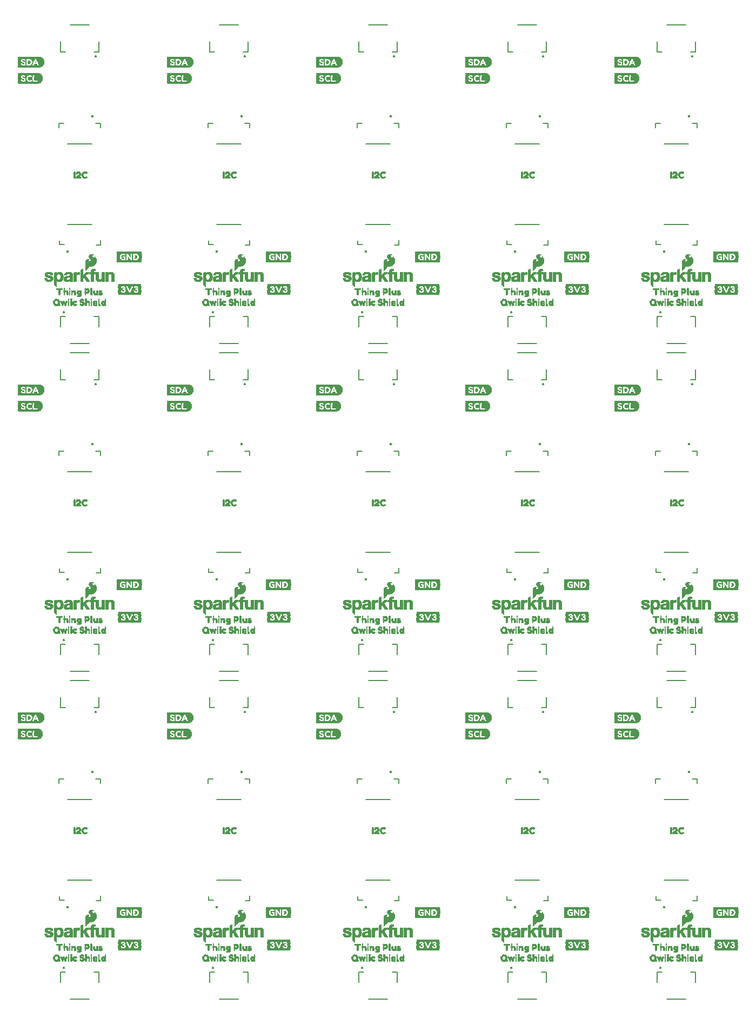
<source format=gto>
G75*
%MOIN*%
%OFA0B0*%
%FSLAX25Y25*%
%IPPOS*%
%LPD*%
%AMOC8*
5,1,8,0,0,1.08239X$1,22.5*
%
%ADD10C,0.00800*%
%ADD11C,0.01600*%
%ADD12C,0.00300*%
%ADD13R,0.00630X0.00157*%
%ADD14R,0.00787X0.00157*%
%ADD15R,0.03465X0.00157*%
%ADD16R,0.00945X0.00157*%
%ADD17R,0.01417X0.00157*%
%ADD18R,0.01102X0.00157*%
%ADD19R,0.03937X0.00157*%
%ADD20R,0.02362X0.00157*%
%ADD21R,0.04094X0.00157*%
%ADD22R,0.02677X0.00157*%
%ADD23R,0.02835X0.00157*%
%ADD24R,0.02992X0.00157*%
%ADD25R,0.03780X0.00157*%
%ADD26R,0.00315X0.00157*%
%ADD27R,0.03150X0.00157*%
%ADD28R,0.01260X0.00157*%
%ADD29R,0.00157X0.00157*%
%ADD30R,0.02047X0.00157*%
%ADD31R,0.02520X0.00157*%
%ADD32R,0.02205X0.00157*%
%ADD33R,0.01732X0.00157*%
%ADD34R,0.01575X0.00157*%
%ADD35R,0.03307X0.00157*%
%ADD36R,0.00472X0.00157*%
%ADD37R,0.03622X0.00157*%
%ADD38R,0.14331X0.00157*%
%ADD39R,0.07087X0.00157*%
%ADD40R,0.01890X0.00157*%
%ADD41R,0.15276X0.00157*%
%ADD42R,0.11024X0.00157*%
%ADD43R,0.12913X0.00157*%
%ADD44R,0.13386X0.00157*%
%ADD45R,0.13701X0.00157*%
%ADD46R,0.14016X0.00157*%
%ADD47R,0.14173X0.00157*%
%ADD48R,0.14488X0.00157*%
%ADD49R,0.04882X0.00157*%
%ADD50R,0.05039X0.00157*%
%ADD51R,0.05197X0.00157*%
%ADD52R,0.13858X0.00157*%
%ADD53R,0.14646X0.00157*%
%ADD54R,0.14961X0.00157*%
%ADD55R,0.15118X0.00157*%
%ADD56R,0.15433X0.00157*%
%ADD57R,0.11969X0.00157*%
%ADD58R,0.04567X0.00157*%
%ADD59R,0.04409X0.00157*%
%ADD60R,0.04252X0.00157*%
D10*
X0081531Y0040876D02*
X0081531Y0047372D01*
X0084484Y0047372D01*
X0083099Y0049931D02*
X0083101Y0049971D01*
X0083107Y0050010D01*
X0083117Y0050049D01*
X0083130Y0050086D01*
X0083148Y0050122D01*
X0083169Y0050156D01*
X0083193Y0050188D01*
X0083220Y0050217D01*
X0083250Y0050244D01*
X0083282Y0050267D01*
X0083317Y0050287D01*
X0083353Y0050303D01*
X0083391Y0050316D01*
X0083430Y0050325D01*
X0083469Y0050330D01*
X0083509Y0050331D01*
X0083549Y0050328D01*
X0083588Y0050321D01*
X0083626Y0050310D01*
X0083664Y0050296D01*
X0083699Y0050277D01*
X0083732Y0050256D01*
X0083764Y0050231D01*
X0083792Y0050203D01*
X0083818Y0050173D01*
X0083840Y0050140D01*
X0083859Y0050105D01*
X0083875Y0050068D01*
X0083887Y0050030D01*
X0083895Y0049991D01*
X0083899Y0049951D01*
X0083899Y0049911D01*
X0083895Y0049871D01*
X0083887Y0049832D01*
X0083875Y0049794D01*
X0083859Y0049757D01*
X0083840Y0049722D01*
X0083818Y0049689D01*
X0083792Y0049659D01*
X0083764Y0049631D01*
X0083732Y0049606D01*
X0083699Y0049585D01*
X0083664Y0049566D01*
X0083626Y0049552D01*
X0083588Y0049541D01*
X0083549Y0049534D01*
X0083509Y0049531D01*
X0083469Y0049532D01*
X0083430Y0049537D01*
X0083391Y0049546D01*
X0083353Y0049559D01*
X0083317Y0049575D01*
X0083282Y0049595D01*
X0083250Y0049618D01*
X0083220Y0049645D01*
X0083193Y0049674D01*
X0083169Y0049706D01*
X0083148Y0049740D01*
X0083130Y0049776D01*
X0083117Y0049813D01*
X0083107Y0049852D01*
X0083101Y0049891D01*
X0083099Y0049931D01*
X0102200Y0047372D02*
X0105153Y0047372D01*
X0105153Y0040876D01*
X0099247Y0030640D02*
X0087436Y0030640D01*
X0083665Y0091427D02*
X0080673Y0091427D01*
X0080673Y0093986D01*
X0085948Y0103986D02*
X0100869Y0103986D01*
X0106224Y0094065D02*
X0106224Y0091348D01*
X0103350Y0091348D01*
X0100736Y0153514D02*
X0085814Y0153514D01*
X0080460Y0163435D02*
X0080460Y0166152D01*
X0083334Y0166152D01*
X0103019Y0166073D02*
X0106011Y0166073D01*
X0106011Y0163514D01*
X0102784Y0207569D02*
X0102786Y0207609D01*
X0102792Y0207648D01*
X0102802Y0207687D01*
X0102815Y0207724D01*
X0102833Y0207760D01*
X0102854Y0207794D01*
X0102878Y0207826D01*
X0102905Y0207855D01*
X0102935Y0207882D01*
X0102967Y0207905D01*
X0103002Y0207925D01*
X0103038Y0207941D01*
X0103076Y0207954D01*
X0103115Y0207963D01*
X0103154Y0207968D01*
X0103194Y0207969D01*
X0103234Y0207966D01*
X0103273Y0207959D01*
X0103311Y0207948D01*
X0103349Y0207934D01*
X0103384Y0207915D01*
X0103417Y0207894D01*
X0103449Y0207869D01*
X0103477Y0207841D01*
X0103503Y0207811D01*
X0103525Y0207778D01*
X0103544Y0207743D01*
X0103560Y0207706D01*
X0103572Y0207668D01*
X0103580Y0207629D01*
X0103584Y0207589D01*
X0103584Y0207549D01*
X0103580Y0207509D01*
X0103572Y0207470D01*
X0103560Y0207432D01*
X0103544Y0207395D01*
X0103525Y0207360D01*
X0103503Y0207327D01*
X0103477Y0207297D01*
X0103449Y0207269D01*
X0103417Y0207244D01*
X0103384Y0207223D01*
X0103349Y0207204D01*
X0103311Y0207190D01*
X0103273Y0207179D01*
X0103234Y0207172D01*
X0103194Y0207169D01*
X0103154Y0207170D01*
X0103115Y0207175D01*
X0103076Y0207184D01*
X0103038Y0207197D01*
X0103002Y0207213D01*
X0102967Y0207233D01*
X0102935Y0207256D01*
X0102905Y0207283D01*
X0102878Y0207312D01*
X0102854Y0207344D01*
X0102833Y0207378D01*
X0102815Y0207414D01*
X0102802Y0207451D01*
X0102792Y0207490D01*
X0102786Y0207529D01*
X0102784Y0207569D01*
X0102200Y0210128D02*
X0105153Y0210128D01*
X0105153Y0216624D01*
X0099247Y0226860D02*
X0087436Y0226860D01*
X0087436Y0232640D02*
X0099247Y0232640D01*
X0105153Y0242876D02*
X0105153Y0249372D01*
X0102200Y0249372D01*
X0084484Y0249372D02*
X0081531Y0249372D01*
X0081531Y0242876D01*
X0083099Y0251931D02*
X0083101Y0251971D01*
X0083107Y0252010D01*
X0083117Y0252049D01*
X0083130Y0252086D01*
X0083148Y0252122D01*
X0083169Y0252156D01*
X0083193Y0252188D01*
X0083220Y0252217D01*
X0083250Y0252244D01*
X0083282Y0252267D01*
X0083317Y0252287D01*
X0083353Y0252303D01*
X0083391Y0252316D01*
X0083430Y0252325D01*
X0083469Y0252330D01*
X0083509Y0252331D01*
X0083549Y0252328D01*
X0083588Y0252321D01*
X0083626Y0252310D01*
X0083664Y0252296D01*
X0083699Y0252277D01*
X0083732Y0252256D01*
X0083764Y0252231D01*
X0083792Y0252203D01*
X0083818Y0252173D01*
X0083840Y0252140D01*
X0083859Y0252105D01*
X0083875Y0252068D01*
X0083887Y0252030D01*
X0083895Y0251991D01*
X0083899Y0251951D01*
X0083899Y0251911D01*
X0083895Y0251871D01*
X0083887Y0251832D01*
X0083875Y0251794D01*
X0083859Y0251757D01*
X0083840Y0251722D01*
X0083818Y0251689D01*
X0083792Y0251659D01*
X0083764Y0251631D01*
X0083732Y0251606D01*
X0083699Y0251585D01*
X0083664Y0251566D01*
X0083626Y0251552D01*
X0083588Y0251541D01*
X0083549Y0251534D01*
X0083509Y0251531D01*
X0083469Y0251532D01*
X0083430Y0251537D01*
X0083391Y0251546D01*
X0083353Y0251559D01*
X0083317Y0251575D01*
X0083282Y0251595D01*
X0083250Y0251618D01*
X0083220Y0251645D01*
X0083193Y0251674D01*
X0083169Y0251706D01*
X0083148Y0251740D01*
X0083130Y0251776D01*
X0083117Y0251813D01*
X0083107Y0251852D01*
X0083101Y0251891D01*
X0083099Y0251931D01*
X0081531Y0216624D02*
X0081531Y0210128D01*
X0084484Y0210128D01*
X0083665Y0293427D02*
X0080673Y0293427D01*
X0080673Y0295986D01*
X0085948Y0305986D02*
X0100869Y0305986D01*
X0106224Y0296065D02*
X0106224Y0293348D01*
X0103350Y0293348D01*
X0100736Y0355514D02*
X0085814Y0355514D01*
X0080460Y0365435D02*
X0080460Y0368152D01*
X0083334Y0368152D01*
X0103019Y0368073D02*
X0106011Y0368073D01*
X0106011Y0365514D01*
X0102784Y0409569D02*
X0102786Y0409609D01*
X0102792Y0409648D01*
X0102802Y0409687D01*
X0102815Y0409724D01*
X0102833Y0409760D01*
X0102854Y0409794D01*
X0102878Y0409826D01*
X0102905Y0409855D01*
X0102935Y0409882D01*
X0102967Y0409905D01*
X0103002Y0409925D01*
X0103038Y0409941D01*
X0103076Y0409954D01*
X0103115Y0409963D01*
X0103154Y0409968D01*
X0103194Y0409969D01*
X0103234Y0409966D01*
X0103273Y0409959D01*
X0103311Y0409948D01*
X0103349Y0409934D01*
X0103384Y0409915D01*
X0103417Y0409894D01*
X0103449Y0409869D01*
X0103477Y0409841D01*
X0103503Y0409811D01*
X0103525Y0409778D01*
X0103544Y0409743D01*
X0103560Y0409706D01*
X0103572Y0409668D01*
X0103580Y0409629D01*
X0103584Y0409589D01*
X0103584Y0409549D01*
X0103580Y0409509D01*
X0103572Y0409470D01*
X0103560Y0409432D01*
X0103544Y0409395D01*
X0103525Y0409360D01*
X0103503Y0409327D01*
X0103477Y0409297D01*
X0103449Y0409269D01*
X0103417Y0409244D01*
X0103384Y0409223D01*
X0103349Y0409204D01*
X0103311Y0409190D01*
X0103273Y0409179D01*
X0103234Y0409172D01*
X0103194Y0409169D01*
X0103154Y0409170D01*
X0103115Y0409175D01*
X0103076Y0409184D01*
X0103038Y0409197D01*
X0103002Y0409213D01*
X0102967Y0409233D01*
X0102935Y0409256D01*
X0102905Y0409283D01*
X0102878Y0409312D01*
X0102854Y0409344D01*
X0102833Y0409378D01*
X0102815Y0409414D01*
X0102802Y0409451D01*
X0102792Y0409490D01*
X0102786Y0409529D01*
X0102784Y0409569D01*
X0102200Y0412128D02*
X0105153Y0412128D01*
X0105153Y0418624D01*
X0099247Y0428860D02*
X0087436Y0428860D01*
X0087436Y0434640D02*
X0099247Y0434640D01*
X0105153Y0444876D02*
X0105153Y0451372D01*
X0102200Y0451372D01*
X0084484Y0451372D02*
X0081531Y0451372D01*
X0081531Y0444876D01*
X0083099Y0453931D02*
X0083101Y0453971D01*
X0083107Y0454010D01*
X0083117Y0454049D01*
X0083130Y0454086D01*
X0083148Y0454122D01*
X0083169Y0454156D01*
X0083193Y0454188D01*
X0083220Y0454217D01*
X0083250Y0454244D01*
X0083282Y0454267D01*
X0083317Y0454287D01*
X0083353Y0454303D01*
X0083391Y0454316D01*
X0083430Y0454325D01*
X0083469Y0454330D01*
X0083509Y0454331D01*
X0083549Y0454328D01*
X0083588Y0454321D01*
X0083626Y0454310D01*
X0083664Y0454296D01*
X0083699Y0454277D01*
X0083732Y0454256D01*
X0083764Y0454231D01*
X0083792Y0454203D01*
X0083818Y0454173D01*
X0083840Y0454140D01*
X0083859Y0454105D01*
X0083875Y0454068D01*
X0083887Y0454030D01*
X0083895Y0453991D01*
X0083899Y0453951D01*
X0083899Y0453911D01*
X0083895Y0453871D01*
X0083887Y0453832D01*
X0083875Y0453794D01*
X0083859Y0453757D01*
X0083840Y0453722D01*
X0083818Y0453689D01*
X0083792Y0453659D01*
X0083764Y0453631D01*
X0083732Y0453606D01*
X0083699Y0453585D01*
X0083664Y0453566D01*
X0083626Y0453552D01*
X0083588Y0453541D01*
X0083549Y0453534D01*
X0083509Y0453531D01*
X0083469Y0453532D01*
X0083430Y0453537D01*
X0083391Y0453546D01*
X0083353Y0453559D01*
X0083317Y0453575D01*
X0083282Y0453595D01*
X0083250Y0453618D01*
X0083220Y0453645D01*
X0083193Y0453674D01*
X0083169Y0453706D01*
X0083148Y0453740D01*
X0083130Y0453776D01*
X0083117Y0453813D01*
X0083107Y0453852D01*
X0083101Y0453891D01*
X0083099Y0453931D01*
X0081531Y0418624D02*
X0081531Y0412128D01*
X0084484Y0412128D01*
X0083665Y0495427D02*
X0080673Y0495427D01*
X0080673Y0497986D01*
X0085948Y0507986D02*
X0100869Y0507986D01*
X0106224Y0498065D02*
X0106224Y0495348D01*
X0103350Y0495348D01*
X0100736Y0557514D02*
X0085814Y0557514D01*
X0080460Y0567435D02*
X0080460Y0570152D01*
X0083334Y0570152D01*
X0103019Y0570073D02*
X0106011Y0570073D01*
X0106011Y0567514D01*
X0102784Y0611569D02*
X0102786Y0611609D01*
X0102792Y0611648D01*
X0102802Y0611687D01*
X0102815Y0611724D01*
X0102833Y0611760D01*
X0102854Y0611794D01*
X0102878Y0611826D01*
X0102905Y0611855D01*
X0102935Y0611882D01*
X0102967Y0611905D01*
X0103002Y0611925D01*
X0103038Y0611941D01*
X0103076Y0611954D01*
X0103115Y0611963D01*
X0103154Y0611968D01*
X0103194Y0611969D01*
X0103234Y0611966D01*
X0103273Y0611959D01*
X0103311Y0611948D01*
X0103349Y0611934D01*
X0103384Y0611915D01*
X0103417Y0611894D01*
X0103449Y0611869D01*
X0103477Y0611841D01*
X0103503Y0611811D01*
X0103525Y0611778D01*
X0103544Y0611743D01*
X0103560Y0611706D01*
X0103572Y0611668D01*
X0103580Y0611629D01*
X0103584Y0611589D01*
X0103584Y0611549D01*
X0103580Y0611509D01*
X0103572Y0611470D01*
X0103560Y0611432D01*
X0103544Y0611395D01*
X0103525Y0611360D01*
X0103503Y0611327D01*
X0103477Y0611297D01*
X0103449Y0611269D01*
X0103417Y0611244D01*
X0103384Y0611223D01*
X0103349Y0611204D01*
X0103311Y0611190D01*
X0103273Y0611179D01*
X0103234Y0611172D01*
X0103194Y0611169D01*
X0103154Y0611170D01*
X0103115Y0611175D01*
X0103076Y0611184D01*
X0103038Y0611197D01*
X0103002Y0611213D01*
X0102967Y0611233D01*
X0102935Y0611256D01*
X0102905Y0611283D01*
X0102878Y0611312D01*
X0102854Y0611344D01*
X0102833Y0611378D01*
X0102815Y0611414D01*
X0102802Y0611451D01*
X0102792Y0611490D01*
X0102786Y0611529D01*
X0102784Y0611569D01*
X0102200Y0614128D02*
X0105153Y0614128D01*
X0105153Y0620624D01*
X0099247Y0630860D02*
X0087436Y0630860D01*
X0081531Y0620624D02*
X0081531Y0614128D01*
X0084484Y0614128D01*
X0173531Y0614128D02*
X0173531Y0620624D01*
X0173531Y0614128D02*
X0176484Y0614128D01*
X0179436Y0630860D02*
X0191247Y0630860D01*
X0197153Y0620624D02*
X0197153Y0614128D01*
X0194200Y0614128D01*
X0194784Y0611569D02*
X0194786Y0611609D01*
X0194792Y0611648D01*
X0194802Y0611687D01*
X0194815Y0611724D01*
X0194833Y0611760D01*
X0194854Y0611794D01*
X0194878Y0611826D01*
X0194905Y0611855D01*
X0194935Y0611882D01*
X0194967Y0611905D01*
X0195002Y0611925D01*
X0195038Y0611941D01*
X0195076Y0611954D01*
X0195115Y0611963D01*
X0195154Y0611968D01*
X0195194Y0611969D01*
X0195234Y0611966D01*
X0195273Y0611959D01*
X0195311Y0611948D01*
X0195349Y0611934D01*
X0195384Y0611915D01*
X0195417Y0611894D01*
X0195449Y0611869D01*
X0195477Y0611841D01*
X0195503Y0611811D01*
X0195525Y0611778D01*
X0195544Y0611743D01*
X0195560Y0611706D01*
X0195572Y0611668D01*
X0195580Y0611629D01*
X0195584Y0611589D01*
X0195584Y0611549D01*
X0195580Y0611509D01*
X0195572Y0611470D01*
X0195560Y0611432D01*
X0195544Y0611395D01*
X0195525Y0611360D01*
X0195503Y0611327D01*
X0195477Y0611297D01*
X0195449Y0611269D01*
X0195417Y0611244D01*
X0195384Y0611223D01*
X0195349Y0611204D01*
X0195311Y0611190D01*
X0195273Y0611179D01*
X0195234Y0611172D01*
X0195194Y0611169D01*
X0195154Y0611170D01*
X0195115Y0611175D01*
X0195076Y0611184D01*
X0195038Y0611197D01*
X0195002Y0611213D01*
X0194967Y0611233D01*
X0194935Y0611256D01*
X0194905Y0611283D01*
X0194878Y0611312D01*
X0194854Y0611344D01*
X0194833Y0611378D01*
X0194815Y0611414D01*
X0194802Y0611451D01*
X0194792Y0611490D01*
X0194786Y0611529D01*
X0194784Y0611569D01*
X0195019Y0570073D02*
X0198011Y0570073D01*
X0198011Y0567514D01*
X0192736Y0557514D02*
X0177814Y0557514D01*
X0172460Y0567435D02*
X0172460Y0570152D01*
X0175334Y0570152D01*
X0177948Y0507986D02*
X0192869Y0507986D01*
X0198224Y0498065D02*
X0198224Y0495348D01*
X0195350Y0495348D01*
X0175665Y0495427D02*
X0172673Y0495427D01*
X0172673Y0497986D01*
X0175099Y0453931D02*
X0175101Y0453971D01*
X0175107Y0454010D01*
X0175117Y0454049D01*
X0175130Y0454086D01*
X0175148Y0454122D01*
X0175169Y0454156D01*
X0175193Y0454188D01*
X0175220Y0454217D01*
X0175250Y0454244D01*
X0175282Y0454267D01*
X0175317Y0454287D01*
X0175353Y0454303D01*
X0175391Y0454316D01*
X0175430Y0454325D01*
X0175469Y0454330D01*
X0175509Y0454331D01*
X0175549Y0454328D01*
X0175588Y0454321D01*
X0175626Y0454310D01*
X0175664Y0454296D01*
X0175699Y0454277D01*
X0175732Y0454256D01*
X0175764Y0454231D01*
X0175792Y0454203D01*
X0175818Y0454173D01*
X0175840Y0454140D01*
X0175859Y0454105D01*
X0175875Y0454068D01*
X0175887Y0454030D01*
X0175895Y0453991D01*
X0175899Y0453951D01*
X0175899Y0453911D01*
X0175895Y0453871D01*
X0175887Y0453832D01*
X0175875Y0453794D01*
X0175859Y0453757D01*
X0175840Y0453722D01*
X0175818Y0453689D01*
X0175792Y0453659D01*
X0175764Y0453631D01*
X0175732Y0453606D01*
X0175699Y0453585D01*
X0175664Y0453566D01*
X0175626Y0453552D01*
X0175588Y0453541D01*
X0175549Y0453534D01*
X0175509Y0453531D01*
X0175469Y0453532D01*
X0175430Y0453537D01*
X0175391Y0453546D01*
X0175353Y0453559D01*
X0175317Y0453575D01*
X0175282Y0453595D01*
X0175250Y0453618D01*
X0175220Y0453645D01*
X0175193Y0453674D01*
X0175169Y0453706D01*
X0175148Y0453740D01*
X0175130Y0453776D01*
X0175117Y0453813D01*
X0175107Y0453852D01*
X0175101Y0453891D01*
X0175099Y0453931D01*
X0176484Y0451372D02*
X0173531Y0451372D01*
X0173531Y0444876D01*
X0179436Y0434640D02*
X0191247Y0434640D01*
X0191247Y0428860D02*
X0179436Y0428860D01*
X0173531Y0418624D02*
X0173531Y0412128D01*
X0176484Y0412128D01*
X0194200Y0412128D02*
X0197153Y0412128D01*
X0197153Y0418624D01*
X0194784Y0409569D02*
X0194786Y0409609D01*
X0194792Y0409648D01*
X0194802Y0409687D01*
X0194815Y0409724D01*
X0194833Y0409760D01*
X0194854Y0409794D01*
X0194878Y0409826D01*
X0194905Y0409855D01*
X0194935Y0409882D01*
X0194967Y0409905D01*
X0195002Y0409925D01*
X0195038Y0409941D01*
X0195076Y0409954D01*
X0195115Y0409963D01*
X0195154Y0409968D01*
X0195194Y0409969D01*
X0195234Y0409966D01*
X0195273Y0409959D01*
X0195311Y0409948D01*
X0195349Y0409934D01*
X0195384Y0409915D01*
X0195417Y0409894D01*
X0195449Y0409869D01*
X0195477Y0409841D01*
X0195503Y0409811D01*
X0195525Y0409778D01*
X0195544Y0409743D01*
X0195560Y0409706D01*
X0195572Y0409668D01*
X0195580Y0409629D01*
X0195584Y0409589D01*
X0195584Y0409549D01*
X0195580Y0409509D01*
X0195572Y0409470D01*
X0195560Y0409432D01*
X0195544Y0409395D01*
X0195525Y0409360D01*
X0195503Y0409327D01*
X0195477Y0409297D01*
X0195449Y0409269D01*
X0195417Y0409244D01*
X0195384Y0409223D01*
X0195349Y0409204D01*
X0195311Y0409190D01*
X0195273Y0409179D01*
X0195234Y0409172D01*
X0195194Y0409169D01*
X0195154Y0409170D01*
X0195115Y0409175D01*
X0195076Y0409184D01*
X0195038Y0409197D01*
X0195002Y0409213D01*
X0194967Y0409233D01*
X0194935Y0409256D01*
X0194905Y0409283D01*
X0194878Y0409312D01*
X0194854Y0409344D01*
X0194833Y0409378D01*
X0194815Y0409414D01*
X0194802Y0409451D01*
X0194792Y0409490D01*
X0194786Y0409529D01*
X0194784Y0409569D01*
X0197153Y0444876D02*
X0197153Y0451372D01*
X0194200Y0451372D01*
X0265531Y0451372D02*
X0265531Y0444876D01*
X0265531Y0451372D02*
X0268484Y0451372D01*
X0267099Y0453931D02*
X0267101Y0453971D01*
X0267107Y0454010D01*
X0267117Y0454049D01*
X0267130Y0454086D01*
X0267148Y0454122D01*
X0267169Y0454156D01*
X0267193Y0454188D01*
X0267220Y0454217D01*
X0267250Y0454244D01*
X0267282Y0454267D01*
X0267317Y0454287D01*
X0267353Y0454303D01*
X0267391Y0454316D01*
X0267430Y0454325D01*
X0267469Y0454330D01*
X0267509Y0454331D01*
X0267549Y0454328D01*
X0267588Y0454321D01*
X0267626Y0454310D01*
X0267664Y0454296D01*
X0267699Y0454277D01*
X0267732Y0454256D01*
X0267764Y0454231D01*
X0267792Y0454203D01*
X0267818Y0454173D01*
X0267840Y0454140D01*
X0267859Y0454105D01*
X0267875Y0454068D01*
X0267887Y0454030D01*
X0267895Y0453991D01*
X0267899Y0453951D01*
X0267899Y0453911D01*
X0267895Y0453871D01*
X0267887Y0453832D01*
X0267875Y0453794D01*
X0267859Y0453757D01*
X0267840Y0453722D01*
X0267818Y0453689D01*
X0267792Y0453659D01*
X0267764Y0453631D01*
X0267732Y0453606D01*
X0267699Y0453585D01*
X0267664Y0453566D01*
X0267626Y0453552D01*
X0267588Y0453541D01*
X0267549Y0453534D01*
X0267509Y0453531D01*
X0267469Y0453532D01*
X0267430Y0453537D01*
X0267391Y0453546D01*
X0267353Y0453559D01*
X0267317Y0453575D01*
X0267282Y0453595D01*
X0267250Y0453618D01*
X0267220Y0453645D01*
X0267193Y0453674D01*
X0267169Y0453706D01*
X0267148Y0453740D01*
X0267130Y0453776D01*
X0267117Y0453813D01*
X0267107Y0453852D01*
X0267101Y0453891D01*
X0267099Y0453931D01*
X0286200Y0451372D02*
X0289153Y0451372D01*
X0289153Y0444876D01*
X0283247Y0434640D02*
X0271436Y0434640D01*
X0271436Y0428860D02*
X0283247Y0428860D01*
X0289153Y0418624D02*
X0289153Y0412128D01*
X0286200Y0412128D01*
X0286784Y0409569D02*
X0286786Y0409609D01*
X0286792Y0409648D01*
X0286802Y0409687D01*
X0286815Y0409724D01*
X0286833Y0409760D01*
X0286854Y0409794D01*
X0286878Y0409826D01*
X0286905Y0409855D01*
X0286935Y0409882D01*
X0286967Y0409905D01*
X0287002Y0409925D01*
X0287038Y0409941D01*
X0287076Y0409954D01*
X0287115Y0409963D01*
X0287154Y0409968D01*
X0287194Y0409969D01*
X0287234Y0409966D01*
X0287273Y0409959D01*
X0287311Y0409948D01*
X0287349Y0409934D01*
X0287384Y0409915D01*
X0287417Y0409894D01*
X0287449Y0409869D01*
X0287477Y0409841D01*
X0287503Y0409811D01*
X0287525Y0409778D01*
X0287544Y0409743D01*
X0287560Y0409706D01*
X0287572Y0409668D01*
X0287580Y0409629D01*
X0287584Y0409589D01*
X0287584Y0409549D01*
X0287580Y0409509D01*
X0287572Y0409470D01*
X0287560Y0409432D01*
X0287544Y0409395D01*
X0287525Y0409360D01*
X0287503Y0409327D01*
X0287477Y0409297D01*
X0287449Y0409269D01*
X0287417Y0409244D01*
X0287384Y0409223D01*
X0287349Y0409204D01*
X0287311Y0409190D01*
X0287273Y0409179D01*
X0287234Y0409172D01*
X0287194Y0409169D01*
X0287154Y0409170D01*
X0287115Y0409175D01*
X0287076Y0409184D01*
X0287038Y0409197D01*
X0287002Y0409213D01*
X0286967Y0409233D01*
X0286935Y0409256D01*
X0286905Y0409283D01*
X0286878Y0409312D01*
X0286854Y0409344D01*
X0286833Y0409378D01*
X0286815Y0409414D01*
X0286802Y0409451D01*
X0286792Y0409490D01*
X0286786Y0409529D01*
X0286784Y0409569D01*
X0268484Y0412128D02*
X0265531Y0412128D01*
X0265531Y0418624D01*
X0264460Y0368152D02*
X0267334Y0368152D01*
X0264460Y0368152D02*
X0264460Y0365435D01*
X0269814Y0355514D02*
X0284736Y0355514D01*
X0290011Y0365514D02*
X0290011Y0368073D01*
X0287019Y0368073D01*
X0284869Y0305986D02*
X0269948Y0305986D01*
X0264673Y0295986D02*
X0264673Y0293427D01*
X0267665Y0293427D01*
X0287350Y0293348D02*
X0290224Y0293348D01*
X0290224Y0296065D01*
X0289153Y0249372D02*
X0286200Y0249372D01*
X0289153Y0249372D02*
X0289153Y0242876D01*
X0283247Y0232640D02*
X0271436Y0232640D01*
X0271436Y0226860D02*
X0283247Y0226860D01*
X0289153Y0216624D02*
X0289153Y0210128D01*
X0286200Y0210128D01*
X0286784Y0207569D02*
X0286786Y0207609D01*
X0286792Y0207648D01*
X0286802Y0207687D01*
X0286815Y0207724D01*
X0286833Y0207760D01*
X0286854Y0207794D01*
X0286878Y0207826D01*
X0286905Y0207855D01*
X0286935Y0207882D01*
X0286967Y0207905D01*
X0287002Y0207925D01*
X0287038Y0207941D01*
X0287076Y0207954D01*
X0287115Y0207963D01*
X0287154Y0207968D01*
X0287194Y0207969D01*
X0287234Y0207966D01*
X0287273Y0207959D01*
X0287311Y0207948D01*
X0287349Y0207934D01*
X0287384Y0207915D01*
X0287417Y0207894D01*
X0287449Y0207869D01*
X0287477Y0207841D01*
X0287503Y0207811D01*
X0287525Y0207778D01*
X0287544Y0207743D01*
X0287560Y0207706D01*
X0287572Y0207668D01*
X0287580Y0207629D01*
X0287584Y0207589D01*
X0287584Y0207549D01*
X0287580Y0207509D01*
X0287572Y0207470D01*
X0287560Y0207432D01*
X0287544Y0207395D01*
X0287525Y0207360D01*
X0287503Y0207327D01*
X0287477Y0207297D01*
X0287449Y0207269D01*
X0287417Y0207244D01*
X0287384Y0207223D01*
X0287349Y0207204D01*
X0287311Y0207190D01*
X0287273Y0207179D01*
X0287234Y0207172D01*
X0287194Y0207169D01*
X0287154Y0207170D01*
X0287115Y0207175D01*
X0287076Y0207184D01*
X0287038Y0207197D01*
X0287002Y0207213D01*
X0286967Y0207233D01*
X0286935Y0207256D01*
X0286905Y0207283D01*
X0286878Y0207312D01*
X0286854Y0207344D01*
X0286833Y0207378D01*
X0286815Y0207414D01*
X0286802Y0207451D01*
X0286792Y0207490D01*
X0286786Y0207529D01*
X0286784Y0207569D01*
X0268484Y0210128D02*
X0265531Y0210128D01*
X0265531Y0216624D01*
X0265531Y0242876D02*
X0265531Y0249372D01*
X0268484Y0249372D01*
X0267099Y0251931D02*
X0267101Y0251971D01*
X0267107Y0252010D01*
X0267117Y0252049D01*
X0267130Y0252086D01*
X0267148Y0252122D01*
X0267169Y0252156D01*
X0267193Y0252188D01*
X0267220Y0252217D01*
X0267250Y0252244D01*
X0267282Y0252267D01*
X0267317Y0252287D01*
X0267353Y0252303D01*
X0267391Y0252316D01*
X0267430Y0252325D01*
X0267469Y0252330D01*
X0267509Y0252331D01*
X0267549Y0252328D01*
X0267588Y0252321D01*
X0267626Y0252310D01*
X0267664Y0252296D01*
X0267699Y0252277D01*
X0267732Y0252256D01*
X0267764Y0252231D01*
X0267792Y0252203D01*
X0267818Y0252173D01*
X0267840Y0252140D01*
X0267859Y0252105D01*
X0267875Y0252068D01*
X0267887Y0252030D01*
X0267895Y0251991D01*
X0267899Y0251951D01*
X0267899Y0251911D01*
X0267895Y0251871D01*
X0267887Y0251832D01*
X0267875Y0251794D01*
X0267859Y0251757D01*
X0267840Y0251722D01*
X0267818Y0251689D01*
X0267792Y0251659D01*
X0267764Y0251631D01*
X0267732Y0251606D01*
X0267699Y0251585D01*
X0267664Y0251566D01*
X0267626Y0251552D01*
X0267588Y0251541D01*
X0267549Y0251534D01*
X0267509Y0251531D01*
X0267469Y0251532D01*
X0267430Y0251537D01*
X0267391Y0251546D01*
X0267353Y0251559D01*
X0267317Y0251575D01*
X0267282Y0251595D01*
X0267250Y0251618D01*
X0267220Y0251645D01*
X0267193Y0251674D01*
X0267169Y0251706D01*
X0267148Y0251740D01*
X0267130Y0251776D01*
X0267117Y0251813D01*
X0267107Y0251852D01*
X0267101Y0251891D01*
X0267099Y0251931D01*
X0197153Y0249372D02*
X0197153Y0242876D01*
X0197153Y0249372D02*
X0194200Y0249372D01*
X0191247Y0232640D02*
X0179436Y0232640D01*
X0179436Y0226860D02*
X0191247Y0226860D01*
X0197153Y0216624D02*
X0197153Y0210128D01*
X0194200Y0210128D01*
X0194784Y0207569D02*
X0194786Y0207609D01*
X0194792Y0207648D01*
X0194802Y0207687D01*
X0194815Y0207724D01*
X0194833Y0207760D01*
X0194854Y0207794D01*
X0194878Y0207826D01*
X0194905Y0207855D01*
X0194935Y0207882D01*
X0194967Y0207905D01*
X0195002Y0207925D01*
X0195038Y0207941D01*
X0195076Y0207954D01*
X0195115Y0207963D01*
X0195154Y0207968D01*
X0195194Y0207969D01*
X0195234Y0207966D01*
X0195273Y0207959D01*
X0195311Y0207948D01*
X0195349Y0207934D01*
X0195384Y0207915D01*
X0195417Y0207894D01*
X0195449Y0207869D01*
X0195477Y0207841D01*
X0195503Y0207811D01*
X0195525Y0207778D01*
X0195544Y0207743D01*
X0195560Y0207706D01*
X0195572Y0207668D01*
X0195580Y0207629D01*
X0195584Y0207589D01*
X0195584Y0207549D01*
X0195580Y0207509D01*
X0195572Y0207470D01*
X0195560Y0207432D01*
X0195544Y0207395D01*
X0195525Y0207360D01*
X0195503Y0207327D01*
X0195477Y0207297D01*
X0195449Y0207269D01*
X0195417Y0207244D01*
X0195384Y0207223D01*
X0195349Y0207204D01*
X0195311Y0207190D01*
X0195273Y0207179D01*
X0195234Y0207172D01*
X0195194Y0207169D01*
X0195154Y0207170D01*
X0195115Y0207175D01*
X0195076Y0207184D01*
X0195038Y0207197D01*
X0195002Y0207213D01*
X0194967Y0207233D01*
X0194935Y0207256D01*
X0194905Y0207283D01*
X0194878Y0207312D01*
X0194854Y0207344D01*
X0194833Y0207378D01*
X0194815Y0207414D01*
X0194802Y0207451D01*
X0194792Y0207490D01*
X0194786Y0207529D01*
X0194784Y0207569D01*
X0176484Y0210128D02*
X0173531Y0210128D01*
X0173531Y0216624D01*
X0173531Y0242876D02*
X0173531Y0249372D01*
X0176484Y0249372D01*
X0175099Y0251931D02*
X0175101Y0251971D01*
X0175107Y0252010D01*
X0175117Y0252049D01*
X0175130Y0252086D01*
X0175148Y0252122D01*
X0175169Y0252156D01*
X0175193Y0252188D01*
X0175220Y0252217D01*
X0175250Y0252244D01*
X0175282Y0252267D01*
X0175317Y0252287D01*
X0175353Y0252303D01*
X0175391Y0252316D01*
X0175430Y0252325D01*
X0175469Y0252330D01*
X0175509Y0252331D01*
X0175549Y0252328D01*
X0175588Y0252321D01*
X0175626Y0252310D01*
X0175664Y0252296D01*
X0175699Y0252277D01*
X0175732Y0252256D01*
X0175764Y0252231D01*
X0175792Y0252203D01*
X0175818Y0252173D01*
X0175840Y0252140D01*
X0175859Y0252105D01*
X0175875Y0252068D01*
X0175887Y0252030D01*
X0175895Y0251991D01*
X0175899Y0251951D01*
X0175899Y0251911D01*
X0175895Y0251871D01*
X0175887Y0251832D01*
X0175875Y0251794D01*
X0175859Y0251757D01*
X0175840Y0251722D01*
X0175818Y0251689D01*
X0175792Y0251659D01*
X0175764Y0251631D01*
X0175732Y0251606D01*
X0175699Y0251585D01*
X0175664Y0251566D01*
X0175626Y0251552D01*
X0175588Y0251541D01*
X0175549Y0251534D01*
X0175509Y0251531D01*
X0175469Y0251532D01*
X0175430Y0251537D01*
X0175391Y0251546D01*
X0175353Y0251559D01*
X0175317Y0251575D01*
X0175282Y0251595D01*
X0175250Y0251618D01*
X0175220Y0251645D01*
X0175193Y0251674D01*
X0175169Y0251706D01*
X0175148Y0251740D01*
X0175130Y0251776D01*
X0175117Y0251813D01*
X0175107Y0251852D01*
X0175101Y0251891D01*
X0175099Y0251931D01*
X0175665Y0293427D02*
X0172673Y0293427D01*
X0172673Y0295986D01*
X0177948Y0305986D02*
X0192869Y0305986D01*
X0198224Y0296065D02*
X0198224Y0293348D01*
X0195350Y0293348D01*
X0192736Y0355514D02*
X0177814Y0355514D01*
X0172460Y0365435D02*
X0172460Y0368152D01*
X0175334Y0368152D01*
X0195019Y0368073D02*
X0198011Y0368073D01*
X0198011Y0365514D01*
X0264673Y0495427D02*
X0267665Y0495427D01*
X0264673Y0495427D02*
X0264673Y0497986D01*
X0269948Y0507986D02*
X0284869Y0507986D01*
X0290224Y0498065D02*
X0290224Y0495348D01*
X0287350Y0495348D01*
X0284736Y0557514D02*
X0269814Y0557514D01*
X0264460Y0567435D02*
X0264460Y0570152D01*
X0267334Y0570152D01*
X0287019Y0570073D02*
X0290011Y0570073D01*
X0290011Y0567514D01*
X0286784Y0611569D02*
X0286786Y0611609D01*
X0286792Y0611648D01*
X0286802Y0611687D01*
X0286815Y0611724D01*
X0286833Y0611760D01*
X0286854Y0611794D01*
X0286878Y0611826D01*
X0286905Y0611855D01*
X0286935Y0611882D01*
X0286967Y0611905D01*
X0287002Y0611925D01*
X0287038Y0611941D01*
X0287076Y0611954D01*
X0287115Y0611963D01*
X0287154Y0611968D01*
X0287194Y0611969D01*
X0287234Y0611966D01*
X0287273Y0611959D01*
X0287311Y0611948D01*
X0287349Y0611934D01*
X0287384Y0611915D01*
X0287417Y0611894D01*
X0287449Y0611869D01*
X0287477Y0611841D01*
X0287503Y0611811D01*
X0287525Y0611778D01*
X0287544Y0611743D01*
X0287560Y0611706D01*
X0287572Y0611668D01*
X0287580Y0611629D01*
X0287584Y0611589D01*
X0287584Y0611549D01*
X0287580Y0611509D01*
X0287572Y0611470D01*
X0287560Y0611432D01*
X0287544Y0611395D01*
X0287525Y0611360D01*
X0287503Y0611327D01*
X0287477Y0611297D01*
X0287449Y0611269D01*
X0287417Y0611244D01*
X0287384Y0611223D01*
X0287349Y0611204D01*
X0287311Y0611190D01*
X0287273Y0611179D01*
X0287234Y0611172D01*
X0287194Y0611169D01*
X0287154Y0611170D01*
X0287115Y0611175D01*
X0287076Y0611184D01*
X0287038Y0611197D01*
X0287002Y0611213D01*
X0286967Y0611233D01*
X0286935Y0611256D01*
X0286905Y0611283D01*
X0286878Y0611312D01*
X0286854Y0611344D01*
X0286833Y0611378D01*
X0286815Y0611414D01*
X0286802Y0611451D01*
X0286792Y0611490D01*
X0286786Y0611529D01*
X0286784Y0611569D01*
X0286200Y0614128D02*
X0289153Y0614128D01*
X0289153Y0620624D01*
X0283247Y0630860D02*
X0271436Y0630860D01*
X0265531Y0620624D02*
X0265531Y0614128D01*
X0268484Y0614128D01*
X0357531Y0614128D02*
X0357531Y0620624D01*
X0357531Y0614128D02*
X0360484Y0614128D01*
X0363436Y0630860D02*
X0375247Y0630860D01*
X0381153Y0620624D02*
X0381153Y0614128D01*
X0378200Y0614128D01*
X0378784Y0611569D02*
X0378786Y0611609D01*
X0378792Y0611648D01*
X0378802Y0611687D01*
X0378815Y0611724D01*
X0378833Y0611760D01*
X0378854Y0611794D01*
X0378878Y0611826D01*
X0378905Y0611855D01*
X0378935Y0611882D01*
X0378967Y0611905D01*
X0379002Y0611925D01*
X0379038Y0611941D01*
X0379076Y0611954D01*
X0379115Y0611963D01*
X0379154Y0611968D01*
X0379194Y0611969D01*
X0379234Y0611966D01*
X0379273Y0611959D01*
X0379311Y0611948D01*
X0379349Y0611934D01*
X0379384Y0611915D01*
X0379417Y0611894D01*
X0379449Y0611869D01*
X0379477Y0611841D01*
X0379503Y0611811D01*
X0379525Y0611778D01*
X0379544Y0611743D01*
X0379560Y0611706D01*
X0379572Y0611668D01*
X0379580Y0611629D01*
X0379584Y0611589D01*
X0379584Y0611549D01*
X0379580Y0611509D01*
X0379572Y0611470D01*
X0379560Y0611432D01*
X0379544Y0611395D01*
X0379525Y0611360D01*
X0379503Y0611327D01*
X0379477Y0611297D01*
X0379449Y0611269D01*
X0379417Y0611244D01*
X0379384Y0611223D01*
X0379349Y0611204D01*
X0379311Y0611190D01*
X0379273Y0611179D01*
X0379234Y0611172D01*
X0379194Y0611169D01*
X0379154Y0611170D01*
X0379115Y0611175D01*
X0379076Y0611184D01*
X0379038Y0611197D01*
X0379002Y0611213D01*
X0378967Y0611233D01*
X0378935Y0611256D01*
X0378905Y0611283D01*
X0378878Y0611312D01*
X0378854Y0611344D01*
X0378833Y0611378D01*
X0378815Y0611414D01*
X0378802Y0611451D01*
X0378792Y0611490D01*
X0378786Y0611529D01*
X0378784Y0611569D01*
X0379019Y0570073D02*
X0382011Y0570073D01*
X0382011Y0567514D01*
X0376736Y0557514D02*
X0361814Y0557514D01*
X0356460Y0567435D02*
X0356460Y0570152D01*
X0359334Y0570152D01*
X0361948Y0507986D02*
X0376869Y0507986D01*
X0382224Y0498065D02*
X0382224Y0495348D01*
X0379350Y0495348D01*
X0359665Y0495427D02*
X0356673Y0495427D01*
X0356673Y0497986D01*
X0359099Y0453931D02*
X0359101Y0453971D01*
X0359107Y0454010D01*
X0359117Y0454049D01*
X0359130Y0454086D01*
X0359148Y0454122D01*
X0359169Y0454156D01*
X0359193Y0454188D01*
X0359220Y0454217D01*
X0359250Y0454244D01*
X0359282Y0454267D01*
X0359317Y0454287D01*
X0359353Y0454303D01*
X0359391Y0454316D01*
X0359430Y0454325D01*
X0359469Y0454330D01*
X0359509Y0454331D01*
X0359549Y0454328D01*
X0359588Y0454321D01*
X0359626Y0454310D01*
X0359664Y0454296D01*
X0359699Y0454277D01*
X0359732Y0454256D01*
X0359764Y0454231D01*
X0359792Y0454203D01*
X0359818Y0454173D01*
X0359840Y0454140D01*
X0359859Y0454105D01*
X0359875Y0454068D01*
X0359887Y0454030D01*
X0359895Y0453991D01*
X0359899Y0453951D01*
X0359899Y0453911D01*
X0359895Y0453871D01*
X0359887Y0453832D01*
X0359875Y0453794D01*
X0359859Y0453757D01*
X0359840Y0453722D01*
X0359818Y0453689D01*
X0359792Y0453659D01*
X0359764Y0453631D01*
X0359732Y0453606D01*
X0359699Y0453585D01*
X0359664Y0453566D01*
X0359626Y0453552D01*
X0359588Y0453541D01*
X0359549Y0453534D01*
X0359509Y0453531D01*
X0359469Y0453532D01*
X0359430Y0453537D01*
X0359391Y0453546D01*
X0359353Y0453559D01*
X0359317Y0453575D01*
X0359282Y0453595D01*
X0359250Y0453618D01*
X0359220Y0453645D01*
X0359193Y0453674D01*
X0359169Y0453706D01*
X0359148Y0453740D01*
X0359130Y0453776D01*
X0359117Y0453813D01*
X0359107Y0453852D01*
X0359101Y0453891D01*
X0359099Y0453931D01*
X0360484Y0451372D02*
X0357531Y0451372D01*
X0357531Y0444876D01*
X0363436Y0434640D02*
X0375247Y0434640D01*
X0375247Y0428860D02*
X0363436Y0428860D01*
X0357531Y0418624D02*
X0357531Y0412128D01*
X0360484Y0412128D01*
X0378200Y0412128D02*
X0381153Y0412128D01*
X0381153Y0418624D01*
X0378784Y0409569D02*
X0378786Y0409609D01*
X0378792Y0409648D01*
X0378802Y0409687D01*
X0378815Y0409724D01*
X0378833Y0409760D01*
X0378854Y0409794D01*
X0378878Y0409826D01*
X0378905Y0409855D01*
X0378935Y0409882D01*
X0378967Y0409905D01*
X0379002Y0409925D01*
X0379038Y0409941D01*
X0379076Y0409954D01*
X0379115Y0409963D01*
X0379154Y0409968D01*
X0379194Y0409969D01*
X0379234Y0409966D01*
X0379273Y0409959D01*
X0379311Y0409948D01*
X0379349Y0409934D01*
X0379384Y0409915D01*
X0379417Y0409894D01*
X0379449Y0409869D01*
X0379477Y0409841D01*
X0379503Y0409811D01*
X0379525Y0409778D01*
X0379544Y0409743D01*
X0379560Y0409706D01*
X0379572Y0409668D01*
X0379580Y0409629D01*
X0379584Y0409589D01*
X0379584Y0409549D01*
X0379580Y0409509D01*
X0379572Y0409470D01*
X0379560Y0409432D01*
X0379544Y0409395D01*
X0379525Y0409360D01*
X0379503Y0409327D01*
X0379477Y0409297D01*
X0379449Y0409269D01*
X0379417Y0409244D01*
X0379384Y0409223D01*
X0379349Y0409204D01*
X0379311Y0409190D01*
X0379273Y0409179D01*
X0379234Y0409172D01*
X0379194Y0409169D01*
X0379154Y0409170D01*
X0379115Y0409175D01*
X0379076Y0409184D01*
X0379038Y0409197D01*
X0379002Y0409213D01*
X0378967Y0409233D01*
X0378935Y0409256D01*
X0378905Y0409283D01*
X0378878Y0409312D01*
X0378854Y0409344D01*
X0378833Y0409378D01*
X0378815Y0409414D01*
X0378802Y0409451D01*
X0378792Y0409490D01*
X0378786Y0409529D01*
X0378784Y0409569D01*
X0381153Y0444876D02*
X0381153Y0451372D01*
X0378200Y0451372D01*
X0449531Y0451372D02*
X0449531Y0444876D01*
X0449531Y0451372D02*
X0452484Y0451372D01*
X0451099Y0453931D02*
X0451101Y0453971D01*
X0451107Y0454010D01*
X0451117Y0454049D01*
X0451130Y0454086D01*
X0451148Y0454122D01*
X0451169Y0454156D01*
X0451193Y0454188D01*
X0451220Y0454217D01*
X0451250Y0454244D01*
X0451282Y0454267D01*
X0451317Y0454287D01*
X0451353Y0454303D01*
X0451391Y0454316D01*
X0451430Y0454325D01*
X0451469Y0454330D01*
X0451509Y0454331D01*
X0451549Y0454328D01*
X0451588Y0454321D01*
X0451626Y0454310D01*
X0451664Y0454296D01*
X0451699Y0454277D01*
X0451732Y0454256D01*
X0451764Y0454231D01*
X0451792Y0454203D01*
X0451818Y0454173D01*
X0451840Y0454140D01*
X0451859Y0454105D01*
X0451875Y0454068D01*
X0451887Y0454030D01*
X0451895Y0453991D01*
X0451899Y0453951D01*
X0451899Y0453911D01*
X0451895Y0453871D01*
X0451887Y0453832D01*
X0451875Y0453794D01*
X0451859Y0453757D01*
X0451840Y0453722D01*
X0451818Y0453689D01*
X0451792Y0453659D01*
X0451764Y0453631D01*
X0451732Y0453606D01*
X0451699Y0453585D01*
X0451664Y0453566D01*
X0451626Y0453552D01*
X0451588Y0453541D01*
X0451549Y0453534D01*
X0451509Y0453531D01*
X0451469Y0453532D01*
X0451430Y0453537D01*
X0451391Y0453546D01*
X0451353Y0453559D01*
X0451317Y0453575D01*
X0451282Y0453595D01*
X0451250Y0453618D01*
X0451220Y0453645D01*
X0451193Y0453674D01*
X0451169Y0453706D01*
X0451148Y0453740D01*
X0451130Y0453776D01*
X0451117Y0453813D01*
X0451107Y0453852D01*
X0451101Y0453891D01*
X0451099Y0453931D01*
X0470200Y0451372D02*
X0473153Y0451372D01*
X0473153Y0444876D01*
X0467247Y0434640D02*
X0455436Y0434640D01*
X0455436Y0428860D02*
X0467247Y0428860D01*
X0473153Y0418624D02*
X0473153Y0412128D01*
X0470200Y0412128D01*
X0470784Y0409569D02*
X0470786Y0409609D01*
X0470792Y0409648D01*
X0470802Y0409687D01*
X0470815Y0409724D01*
X0470833Y0409760D01*
X0470854Y0409794D01*
X0470878Y0409826D01*
X0470905Y0409855D01*
X0470935Y0409882D01*
X0470967Y0409905D01*
X0471002Y0409925D01*
X0471038Y0409941D01*
X0471076Y0409954D01*
X0471115Y0409963D01*
X0471154Y0409968D01*
X0471194Y0409969D01*
X0471234Y0409966D01*
X0471273Y0409959D01*
X0471311Y0409948D01*
X0471349Y0409934D01*
X0471384Y0409915D01*
X0471417Y0409894D01*
X0471449Y0409869D01*
X0471477Y0409841D01*
X0471503Y0409811D01*
X0471525Y0409778D01*
X0471544Y0409743D01*
X0471560Y0409706D01*
X0471572Y0409668D01*
X0471580Y0409629D01*
X0471584Y0409589D01*
X0471584Y0409549D01*
X0471580Y0409509D01*
X0471572Y0409470D01*
X0471560Y0409432D01*
X0471544Y0409395D01*
X0471525Y0409360D01*
X0471503Y0409327D01*
X0471477Y0409297D01*
X0471449Y0409269D01*
X0471417Y0409244D01*
X0471384Y0409223D01*
X0471349Y0409204D01*
X0471311Y0409190D01*
X0471273Y0409179D01*
X0471234Y0409172D01*
X0471194Y0409169D01*
X0471154Y0409170D01*
X0471115Y0409175D01*
X0471076Y0409184D01*
X0471038Y0409197D01*
X0471002Y0409213D01*
X0470967Y0409233D01*
X0470935Y0409256D01*
X0470905Y0409283D01*
X0470878Y0409312D01*
X0470854Y0409344D01*
X0470833Y0409378D01*
X0470815Y0409414D01*
X0470802Y0409451D01*
X0470792Y0409490D01*
X0470786Y0409529D01*
X0470784Y0409569D01*
X0452484Y0412128D02*
X0449531Y0412128D01*
X0449531Y0418624D01*
X0448460Y0368152D02*
X0451334Y0368152D01*
X0448460Y0368152D02*
X0448460Y0365435D01*
X0453814Y0355514D02*
X0468736Y0355514D01*
X0474011Y0365514D02*
X0474011Y0368073D01*
X0471019Y0368073D01*
X0468869Y0305986D02*
X0453948Y0305986D01*
X0448673Y0295986D02*
X0448673Y0293427D01*
X0451665Y0293427D01*
X0471350Y0293348D02*
X0474224Y0293348D01*
X0474224Y0296065D01*
X0473153Y0249372D02*
X0473153Y0242876D01*
X0473153Y0249372D02*
X0470200Y0249372D01*
X0467247Y0232640D02*
X0455436Y0232640D01*
X0455436Y0226860D02*
X0467247Y0226860D01*
X0473153Y0216624D02*
X0473153Y0210128D01*
X0470200Y0210128D01*
X0470784Y0207569D02*
X0470786Y0207609D01*
X0470792Y0207648D01*
X0470802Y0207687D01*
X0470815Y0207724D01*
X0470833Y0207760D01*
X0470854Y0207794D01*
X0470878Y0207826D01*
X0470905Y0207855D01*
X0470935Y0207882D01*
X0470967Y0207905D01*
X0471002Y0207925D01*
X0471038Y0207941D01*
X0471076Y0207954D01*
X0471115Y0207963D01*
X0471154Y0207968D01*
X0471194Y0207969D01*
X0471234Y0207966D01*
X0471273Y0207959D01*
X0471311Y0207948D01*
X0471349Y0207934D01*
X0471384Y0207915D01*
X0471417Y0207894D01*
X0471449Y0207869D01*
X0471477Y0207841D01*
X0471503Y0207811D01*
X0471525Y0207778D01*
X0471544Y0207743D01*
X0471560Y0207706D01*
X0471572Y0207668D01*
X0471580Y0207629D01*
X0471584Y0207589D01*
X0471584Y0207549D01*
X0471580Y0207509D01*
X0471572Y0207470D01*
X0471560Y0207432D01*
X0471544Y0207395D01*
X0471525Y0207360D01*
X0471503Y0207327D01*
X0471477Y0207297D01*
X0471449Y0207269D01*
X0471417Y0207244D01*
X0471384Y0207223D01*
X0471349Y0207204D01*
X0471311Y0207190D01*
X0471273Y0207179D01*
X0471234Y0207172D01*
X0471194Y0207169D01*
X0471154Y0207170D01*
X0471115Y0207175D01*
X0471076Y0207184D01*
X0471038Y0207197D01*
X0471002Y0207213D01*
X0470967Y0207233D01*
X0470935Y0207256D01*
X0470905Y0207283D01*
X0470878Y0207312D01*
X0470854Y0207344D01*
X0470833Y0207378D01*
X0470815Y0207414D01*
X0470802Y0207451D01*
X0470792Y0207490D01*
X0470786Y0207529D01*
X0470784Y0207569D01*
X0452484Y0210128D02*
X0449531Y0210128D01*
X0449531Y0216624D01*
X0449531Y0242876D02*
X0449531Y0249372D01*
X0452484Y0249372D01*
X0451099Y0251931D02*
X0451101Y0251971D01*
X0451107Y0252010D01*
X0451117Y0252049D01*
X0451130Y0252086D01*
X0451148Y0252122D01*
X0451169Y0252156D01*
X0451193Y0252188D01*
X0451220Y0252217D01*
X0451250Y0252244D01*
X0451282Y0252267D01*
X0451317Y0252287D01*
X0451353Y0252303D01*
X0451391Y0252316D01*
X0451430Y0252325D01*
X0451469Y0252330D01*
X0451509Y0252331D01*
X0451549Y0252328D01*
X0451588Y0252321D01*
X0451626Y0252310D01*
X0451664Y0252296D01*
X0451699Y0252277D01*
X0451732Y0252256D01*
X0451764Y0252231D01*
X0451792Y0252203D01*
X0451818Y0252173D01*
X0451840Y0252140D01*
X0451859Y0252105D01*
X0451875Y0252068D01*
X0451887Y0252030D01*
X0451895Y0251991D01*
X0451899Y0251951D01*
X0451899Y0251911D01*
X0451895Y0251871D01*
X0451887Y0251832D01*
X0451875Y0251794D01*
X0451859Y0251757D01*
X0451840Y0251722D01*
X0451818Y0251689D01*
X0451792Y0251659D01*
X0451764Y0251631D01*
X0451732Y0251606D01*
X0451699Y0251585D01*
X0451664Y0251566D01*
X0451626Y0251552D01*
X0451588Y0251541D01*
X0451549Y0251534D01*
X0451509Y0251531D01*
X0451469Y0251532D01*
X0451430Y0251537D01*
X0451391Y0251546D01*
X0451353Y0251559D01*
X0451317Y0251575D01*
X0451282Y0251595D01*
X0451250Y0251618D01*
X0451220Y0251645D01*
X0451193Y0251674D01*
X0451169Y0251706D01*
X0451148Y0251740D01*
X0451130Y0251776D01*
X0451117Y0251813D01*
X0451107Y0251852D01*
X0451101Y0251891D01*
X0451099Y0251931D01*
X0381153Y0249372D02*
X0381153Y0242876D01*
X0381153Y0249372D02*
X0378200Y0249372D01*
X0375247Y0232640D02*
X0363436Y0232640D01*
X0363436Y0226860D02*
X0375247Y0226860D01*
X0381153Y0216624D02*
X0381153Y0210128D01*
X0378200Y0210128D01*
X0378784Y0207569D02*
X0378786Y0207609D01*
X0378792Y0207648D01*
X0378802Y0207687D01*
X0378815Y0207724D01*
X0378833Y0207760D01*
X0378854Y0207794D01*
X0378878Y0207826D01*
X0378905Y0207855D01*
X0378935Y0207882D01*
X0378967Y0207905D01*
X0379002Y0207925D01*
X0379038Y0207941D01*
X0379076Y0207954D01*
X0379115Y0207963D01*
X0379154Y0207968D01*
X0379194Y0207969D01*
X0379234Y0207966D01*
X0379273Y0207959D01*
X0379311Y0207948D01*
X0379349Y0207934D01*
X0379384Y0207915D01*
X0379417Y0207894D01*
X0379449Y0207869D01*
X0379477Y0207841D01*
X0379503Y0207811D01*
X0379525Y0207778D01*
X0379544Y0207743D01*
X0379560Y0207706D01*
X0379572Y0207668D01*
X0379580Y0207629D01*
X0379584Y0207589D01*
X0379584Y0207549D01*
X0379580Y0207509D01*
X0379572Y0207470D01*
X0379560Y0207432D01*
X0379544Y0207395D01*
X0379525Y0207360D01*
X0379503Y0207327D01*
X0379477Y0207297D01*
X0379449Y0207269D01*
X0379417Y0207244D01*
X0379384Y0207223D01*
X0379349Y0207204D01*
X0379311Y0207190D01*
X0379273Y0207179D01*
X0379234Y0207172D01*
X0379194Y0207169D01*
X0379154Y0207170D01*
X0379115Y0207175D01*
X0379076Y0207184D01*
X0379038Y0207197D01*
X0379002Y0207213D01*
X0378967Y0207233D01*
X0378935Y0207256D01*
X0378905Y0207283D01*
X0378878Y0207312D01*
X0378854Y0207344D01*
X0378833Y0207378D01*
X0378815Y0207414D01*
X0378802Y0207451D01*
X0378792Y0207490D01*
X0378786Y0207529D01*
X0378784Y0207569D01*
X0360484Y0210128D02*
X0357531Y0210128D01*
X0357531Y0216624D01*
X0357531Y0242876D02*
X0357531Y0249372D01*
X0360484Y0249372D01*
X0359099Y0251931D02*
X0359101Y0251971D01*
X0359107Y0252010D01*
X0359117Y0252049D01*
X0359130Y0252086D01*
X0359148Y0252122D01*
X0359169Y0252156D01*
X0359193Y0252188D01*
X0359220Y0252217D01*
X0359250Y0252244D01*
X0359282Y0252267D01*
X0359317Y0252287D01*
X0359353Y0252303D01*
X0359391Y0252316D01*
X0359430Y0252325D01*
X0359469Y0252330D01*
X0359509Y0252331D01*
X0359549Y0252328D01*
X0359588Y0252321D01*
X0359626Y0252310D01*
X0359664Y0252296D01*
X0359699Y0252277D01*
X0359732Y0252256D01*
X0359764Y0252231D01*
X0359792Y0252203D01*
X0359818Y0252173D01*
X0359840Y0252140D01*
X0359859Y0252105D01*
X0359875Y0252068D01*
X0359887Y0252030D01*
X0359895Y0251991D01*
X0359899Y0251951D01*
X0359899Y0251911D01*
X0359895Y0251871D01*
X0359887Y0251832D01*
X0359875Y0251794D01*
X0359859Y0251757D01*
X0359840Y0251722D01*
X0359818Y0251689D01*
X0359792Y0251659D01*
X0359764Y0251631D01*
X0359732Y0251606D01*
X0359699Y0251585D01*
X0359664Y0251566D01*
X0359626Y0251552D01*
X0359588Y0251541D01*
X0359549Y0251534D01*
X0359509Y0251531D01*
X0359469Y0251532D01*
X0359430Y0251537D01*
X0359391Y0251546D01*
X0359353Y0251559D01*
X0359317Y0251575D01*
X0359282Y0251595D01*
X0359250Y0251618D01*
X0359220Y0251645D01*
X0359193Y0251674D01*
X0359169Y0251706D01*
X0359148Y0251740D01*
X0359130Y0251776D01*
X0359117Y0251813D01*
X0359107Y0251852D01*
X0359101Y0251891D01*
X0359099Y0251931D01*
X0359665Y0293427D02*
X0356673Y0293427D01*
X0356673Y0295986D01*
X0361948Y0305986D02*
X0376869Y0305986D01*
X0382224Y0296065D02*
X0382224Y0293348D01*
X0379350Y0293348D01*
X0376736Y0355514D02*
X0361814Y0355514D01*
X0356460Y0365435D02*
X0356460Y0368152D01*
X0359334Y0368152D01*
X0379019Y0368073D02*
X0382011Y0368073D01*
X0382011Y0365514D01*
X0448673Y0495427D02*
X0451665Y0495427D01*
X0448673Y0495427D02*
X0448673Y0497986D01*
X0453948Y0507986D02*
X0468869Y0507986D01*
X0474224Y0498065D02*
X0474224Y0495348D01*
X0471350Y0495348D01*
X0468736Y0557514D02*
X0453814Y0557514D01*
X0448460Y0567435D02*
X0448460Y0570152D01*
X0451334Y0570152D01*
X0471019Y0570073D02*
X0474011Y0570073D01*
X0474011Y0567514D01*
X0470784Y0611569D02*
X0470786Y0611609D01*
X0470792Y0611648D01*
X0470802Y0611687D01*
X0470815Y0611724D01*
X0470833Y0611760D01*
X0470854Y0611794D01*
X0470878Y0611826D01*
X0470905Y0611855D01*
X0470935Y0611882D01*
X0470967Y0611905D01*
X0471002Y0611925D01*
X0471038Y0611941D01*
X0471076Y0611954D01*
X0471115Y0611963D01*
X0471154Y0611968D01*
X0471194Y0611969D01*
X0471234Y0611966D01*
X0471273Y0611959D01*
X0471311Y0611948D01*
X0471349Y0611934D01*
X0471384Y0611915D01*
X0471417Y0611894D01*
X0471449Y0611869D01*
X0471477Y0611841D01*
X0471503Y0611811D01*
X0471525Y0611778D01*
X0471544Y0611743D01*
X0471560Y0611706D01*
X0471572Y0611668D01*
X0471580Y0611629D01*
X0471584Y0611589D01*
X0471584Y0611549D01*
X0471580Y0611509D01*
X0471572Y0611470D01*
X0471560Y0611432D01*
X0471544Y0611395D01*
X0471525Y0611360D01*
X0471503Y0611327D01*
X0471477Y0611297D01*
X0471449Y0611269D01*
X0471417Y0611244D01*
X0471384Y0611223D01*
X0471349Y0611204D01*
X0471311Y0611190D01*
X0471273Y0611179D01*
X0471234Y0611172D01*
X0471194Y0611169D01*
X0471154Y0611170D01*
X0471115Y0611175D01*
X0471076Y0611184D01*
X0471038Y0611197D01*
X0471002Y0611213D01*
X0470967Y0611233D01*
X0470935Y0611256D01*
X0470905Y0611283D01*
X0470878Y0611312D01*
X0470854Y0611344D01*
X0470833Y0611378D01*
X0470815Y0611414D01*
X0470802Y0611451D01*
X0470792Y0611490D01*
X0470786Y0611529D01*
X0470784Y0611569D01*
X0470200Y0614128D02*
X0473153Y0614128D01*
X0473153Y0620624D01*
X0467247Y0630860D02*
X0455436Y0630860D01*
X0449531Y0620624D02*
X0449531Y0614128D01*
X0452484Y0614128D01*
X0451334Y0166152D02*
X0448460Y0166152D01*
X0448460Y0163435D01*
X0453814Y0153514D02*
X0468736Y0153514D01*
X0474011Y0163514D02*
X0474011Y0166073D01*
X0471019Y0166073D01*
X0468869Y0103986D02*
X0453948Y0103986D01*
X0448673Y0093986D02*
X0448673Y0091427D01*
X0451665Y0091427D01*
X0471350Y0091348D02*
X0474224Y0091348D01*
X0474224Y0094065D01*
X0451099Y0049931D02*
X0451101Y0049971D01*
X0451107Y0050010D01*
X0451117Y0050049D01*
X0451130Y0050086D01*
X0451148Y0050122D01*
X0451169Y0050156D01*
X0451193Y0050188D01*
X0451220Y0050217D01*
X0451250Y0050244D01*
X0451282Y0050267D01*
X0451317Y0050287D01*
X0451353Y0050303D01*
X0451391Y0050316D01*
X0451430Y0050325D01*
X0451469Y0050330D01*
X0451509Y0050331D01*
X0451549Y0050328D01*
X0451588Y0050321D01*
X0451626Y0050310D01*
X0451664Y0050296D01*
X0451699Y0050277D01*
X0451732Y0050256D01*
X0451764Y0050231D01*
X0451792Y0050203D01*
X0451818Y0050173D01*
X0451840Y0050140D01*
X0451859Y0050105D01*
X0451875Y0050068D01*
X0451887Y0050030D01*
X0451895Y0049991D01*
X0451899Y0049951D01*
X0451899Y0049911D01*
X0451895Y0049871D01*
X0451887Y0049832D01*
X0451875Y0049794D01*
X0451859Y0049757D01*
X0451840Y0049722D01*
X0451818Y0049689D01*
X0451792Y0049659D01*
X0451764Y0049631D01*
X0451732Y0049606D01*
X0451699Y0049585D01*
X0451664Y0049566D01*
X0451626Y0049552D01*
X0451588Y0049541D01*
X0451549Y0049534D01*
X0451509Y0049531D01*
X0451469Y0049532D01*
X0451430Y0049537D01*
X0451391Y0049546D01*
X0451353Y0049559D01*
X0451317Y0049575D01*
X0451282Y0049595D01*
X0451250Y0049618D01*
X0451220Y0049645D01*
X0451193Y0049674D01*
X0451169Y0049706D01*
X0451148Y0049740D01*
X0451130Y0049776D01*
X0451117Y0049813D01*
X0451107Y0049852D01*
X0451101Y0049891D01*
X0451099Y0049931D01*
X0452484Y0047372D02*
X0449531Y0047372D01*
X0449531Y0040876D01*
X0455436Y0030640D02*
X0467247Y0030640D01*
X0473153Y0040876D02*
X0473153Y0047372D01*
X0470200Y0047372D01*
X0381153Y0047372D02*
X0381153Y0040876D01*
X0381153Y0047372D02*
X0378200Y0047372D01*
X0375247Y0030640D02*
X0363436Y0030640D01*
X0357531Y0040876D02*
X0357531Y0047372D01*
X0360484Y0047372D01*
X0359099Y0049931D02*
X0359101Y0049971D01*
X0359107Y0050010D01*
X0359117Y0050049D01*
X0359130Y0050086D01*
X0359148Y0050122D01*
X0359169Y0050156D01*
X0359193Y0050188D01*
X0359220Y0050217D01*
X0359250Y0050244D01*
X0359282Y0050267D01*
X0359317Y0050287D01*
X0359353Y0050303D01*
X0359391Y0050316D01*
X0359430Y0050325D01*
X0359469Y0050330D01*
X0359509Y0050331D01*
X0359549Y0050328D01*
X0359588Y0050321D01*
X0359626Y0050310D01*
X0359664Y0050296D01*
X0359699Y0050277D01*
X0359732Y0050256D01*
X0359764Y0050231D01*
X0359792Y0050203D01*
X0359818Y0050173D01*
X0359840Y0050140D01*
X0359859Y0050105D01*
X0359875Y0050068D01*
X0359887Y0050030D01*
X0359895Y0049991D01*
X0359899Y0049951D01*
X0359899Y0049911D01*
X0359895Y0049871D01*
X0359887Y0049832D01*
X0359875Y0049794D01*
X0359859Y0049757D01*
X0359840Y0049722D01*
X0359818Y0049689D01*
X0359792Y0049659D01*
X0359764Y0049631D01*
X0359732Y0049606D01*
X0359699Y0049585D01*
X0359664Y0049566D01*
X0359626Y0049552D01*
X0359588Y0049541D01*
X0359549Y0049534D01*
X0359509Y0049531D01*
X0359469Y0049532D01*
X0359430Y0049537D01*
X0359391Y0049546D01*
X0359353Y0049559D01*
X0359317Y0049575D01*
X0359282Y0049595D01*
X0359250Y0049618D01*
X0359220Y0049645D01*
X0359193Y0049674D01*
X0359169Y0049706D01*
X0359148Y0049740D01*
X0359130Y0049776D01*
X0359117Y0049813D01*
X0359107Y0049852D01*
X0359101Y0049891D01*
X0359099Y0049931D01*
X0359665Y0091427D02*
X0356673Y0091427D01*
X0356673Y0093986D01*
X0361948Y0103986D02*
X0376869Y0103986D01*
X0382224Y0094065D02*
X0382224Y0091348D01*
X0379350Y0091348D01*
X0376736Y0153514D02*
X0361814Y0153514D01*
X0356460Y0163435D02*
X0356460Y0166152D01*
X0359334Y0166152D01*
X0379019Y0166073D02*
X0382011Y0166073D01*
X0382011Y0163514D01*
X0290011Y0163514D02*
X0290011Y0166073D01*
X0287019Y0166073D01*
X0284736Y0153514D02*
X0269814Y0153514D01*
X0264460Y0163435D02*
X0264460Y0166152D01*
X0267334Y0166152D01*
X0269948Y0103986D02*
X0284869Y0103986D01*
X0290224Y0094065D02*
X0290224Y0091348D01*
X0287350Y0091348D01*
X0267665Y0091427D02*
X0264673Y0091427D01*
X0264673Y0093986D01*
X0267099Y0049931D02*
X0267101Y0049971D01*
X0267107Y0050010D01*
X0267117Y0050049D01*
X0267130Y0050086D01*
X0267148Y0050122D01*
X0267169Y0050156D01*
X0267193Y0050188D01*
X0267220Y0050217D01*
X0267250Y0050244D01*
X0267282Y0050267D01*
X0267317Y0050287D01*
X0267353Y0050303D01*
X0267391Y0050316D01*
X0267430Y0050325D01*
X0267469Y0050330D01*
X0267509Y0050331D01*
X0267549Y0050328D01*
X0267588Y0050321D01*
X0267626Y0050310D01*
X0267664Y0050296D01*
X0267699Y0050277D01*
X0267732Y0050256D01*
X0267764Y0050231D01*
X0267792Y0050203D01*
X0267818Y0050173D01*
X0267840Y0050140D01*
X0267859Y0050105D01*
X0267875Y0050068D01*
X0267887Y0050030D01*
X0267895Y0049991D01*
X0267899Y0049951D01*
X0267899Y0049911D01*
X0267895Y0049871D01*
X0267887Y0049832D01*
X0267875Y0049794D01*
X0267859Y0049757D01*
X0267840Y0049722D01*
X0267818Y0049689D01*
X0267792Y0049659D01*
X0267764Y0049631D01*
X0267732Y0049606D01*
X0267699Y0049585D01*
X0267664Y0049566D01*
X0267626Y0049552D01*
X0267588Y0049541D01*
X0267549Y0049534D01*
X0267509Y0049531D01*
X0267469Y0049532D01*
X0267430Y0049537D01*
X0267391Y0049546D01*
X0267353Y0049559D01*
X0267317Y0049575D01*
X0267282Y0049595D01*
X0267250Y0049618D01*
X0267220Y0049645D01*
X0267193Y0049674D01*
X0267169Y0049706D01*
X0267148Y0049740D01*
X0267130Y0049776D01*
X0267117Y0049813D01*
X0267107Y0049852D01*
X0267101Y0049891D01*
X0267099Y0049931D01*
X0268484Y0047372D02*
X0265531Y0047372D01*
X0265531Y0040876D01*
X0271436Y0030640D02*
X0283247Y0030640D01*
X0289153Y0040876D02*
X0289153Y0047372D01*
X0286200Y0047372D01*
X0197153Y0047372D02*
X0197153Y0040876D01*
X0197153Y0047372D02*
X0194200Y0047372D01*
X0191247Y0030640D02*
X0179436Y0030640D01*
X0173531Y0040876D02*
X0173531Y0047372D01*
X0176484Y0047372D01*
X0175099Y0049931D02*
X0175101Y0049971D01*
X0175107Y0050010D01*
X0175117Y0050049D01*
X0175130Y0050086D01*
X0175148Y0050122D01*
X0175169Y0050156D01*
X0175193Y0050188D01*
X0175220Y0050217D01*
X0175250Y0050244D01*
X0175282Y0050267D01*
X0175317Y0050287D01*
X0175353Y0050303D01*
X0175391Y0050316D01*
X0175430Y0050325D01*
X0175469Y0050330D01*
X0175509Y0050331D01*
X0175549Y0050328D01*
X0175588Y0050321D01*
X0175626Y0050310D01*
X0175664Y0050296D01*
X0175699Y0050277D01*
X0175732Y0050256D01*
X0175764Y0050231D01*
X0175792Y0050203D01*
X0175818Y0050173D01*
X0175840Y0050140D01*
X0175859Y0050105D01*
X0175875Y0050068D01*
X0175887Y0050030D01*
X0175895Y0049991D01*
X0175899Y0049951D01*
X0175899Y0049911D01*
X0175895Y0049871D01*
X0175887Y0049832D01*
X0175875Y0049794D01*
X0175859Y0049757D01*
X0175840Y0049722D01*
X0175818Y0049689D01*
X0175792Y0049659D01*
X0175764Y0049631D01*
X0175732Y0049606D01*
X0175699Y0049585D01*
X0175664Y0049566D01*
X0175626Y0049552D01*
X0175588Y0049541D01*
X0175549Y0049534D01*
X0175509Y0049531D01*
X0175469Y0049532D01*
X0175430Y0049537D01*
X0175391Y0049546D01*
X0175353Y0049559D01*
X0175317Y0049575D01*
X0175282Y0049595D01*
X0175250Y0049618D01*
X0175220Y0049645D01*
X0175193Y0049674D01*
X0175169Y0049706D01*
X0175148Y0049740D01*
X0175130Y0049776D01*
X0175117Y0049813D01*
X0175107Y0049852D01*
X0175101Y0049891D01*
X0175099Y0049931D01*
X0175665Y0091427D02*
X0172673Y0091427D01*
X0172673Y0093986D01*
X0177948Y0103986D02*
X0192869Y0103986D01*
X0198224Y0094065D02*
X0198224Y0091348D01*
X0195350Y0091348D01*
X0192736Y0153514D02*
X0177814Y0153514D01*
X0172460Y0163435D02*
X0172460Y0166152D01*
X0175334Y0166152D01*
X0195019Y0166073D02*
X0198011Y0166073D01*
X0198011Y0163514D01*
D11*
X0193011Y0170443D03*
X0177673Y0087057D03*
X0101011Y0170443D03*
X0085673Y0087057D03*
X0085673Y0289057D03*
X0101011Y0372443D03*
X0177673Y0289057D03*
X0193011Y0372443D03*
X0269673Y0289057D03*
X0285011Y0372443D03*
X0361673Y0289057D03*
X0377011Y0372443D03*
X0453673Y0289057D03*
X0469011Y0372443D03*
X0453673Y0491057D03*
X0469011Y0574443D03*
X0377011Y0574443D03*
X0361673Y0491057D03*
X0285011Y0574443D03*
X0269673Y0491057D03*
X0193011Y0574443D03*
X0177673Y0491057D03*
X0101011Y0574443D03*
X0085673Y0491057D03*
X0285011Y0170443D03*
X0269673Y0087057D03*
X0361673Y0087057D03*
X0377011Y0170443D03*
X0453673Y0087057D03*
X0469011Y0170443D03*
D12*
X0072086Y0069502D02*
X0071810Y0069856D01*
X0071653Y0070250D01*
X0071574Y0070762D01*
X0073031Y0070762D01*
X0073031Y0070526D01*
X0073110Y0070329D01*
X0073228Y0070171D01*
X0073543Y0069935D01*
X0073779Y0069896D01*
X0073976Y0069856D01*
X0074212Y0069817D01*
X0074369Y0069856D01*
X0074527Y0069856D01*
X0074684Y0069896D01*
X0074842Y0069974D01*
X0074999Y0070093D01*
X0075117Y0070211D01*
X0075196Y0070526D01*
X0075157Y0070683D01*
X0075078Y0070841D01*
X0074921Y0070959D01*
X0074724Y0071077D01*
X0074487Y0071156D01*
X0073858Y0071313D01*
X0073464Y0071392D01*
X0073110Y0071470D01*
X0072795Y0071589D01*
X0072519Y0071707D01*
X0072243Y0071864D01*
X0072007Y0072022D01*
X0071850Y0072258D01*
X0071732Y0072533D01*
X0071692Y0072888D01*
X0071732Y0073360D01*
X0071889Y0073754D01*
X0072165Y0074069D01*
X0072440Y0074305D01*
X0072834Y0074502D01*
X0073228Y0074581D01*
X0073661Y0074659D01*
X0074566Y0074659D01*
X0074999Y0074581D01*
X0075393Y0074463D01*
X0075747Y0074305D01*
X0076062Y0074069D01*
X0076298Y0073754D01*
X0076495Y0073360D01*
X0076574Y0072888D01*
X0075117Y0072888D01*
X0075078Y0073085D01*
X0074999Y0073281D01*
X0074921Y0073400D01*
X0074802Y0073478D01*
X0074645Y0073557D01*
X0074448Y0073636D01*
X0073779Y0073636D01*
X0073661Y0073596D01*
X0073503Y0073557D01*
X0073385Y0073518D01*
X0073228Y0073281D01*
X0073228Y0073124D01*
X0073267Y0072967D01*
X0073385Y0072809D01*
X0073543Y0072691D01*
X0073779Y0072573D01*
X0074015Y0072494D01*
X0074330Y0072455D01*
X0075275Y0072219D01*
X0075629Y0072140D01*
X0076180Y0071825D01*
X0076417Y0071628D01*
X0076574Y0071392D01*
X0076692Y0071116D01*
X0076732Y0070762D01*
X0076653Y0070250D01*
X0076495Y0069817D01*
X0076259Y0069502D01*
X0075944Y0069226D01*
X0075550Y0069030D01*
X0075117Y0068911D01*
X0074645Y0068833D01*
X0074173Y0068793D01*
X0073700Y0068833D01*
X0073228Y0068911D01*
X0072795Y0069030D01*
X0072401Y0069226D01*
X0072086Y0069502D01*
X0071974Y0069646D02*
X0076367Y0069646D01*
X0076542Y0069945D02*
X0074782Y0069945D01*
X0075126Y0070243D02*
X0076650Y0070243D01*
X0076698Y0070542D02*
X0075192Y0070542D01*
X0075078Y0070840D02*
X0076723Y0070840D01*
X0076683Y0071139D02*
X0074538Y0071139D01*
X0074818Y0072333D02*
X0071818Y0072333D01*
X0071721Y0072631D02*
X0073662Y0072631D01*
X0073295Y0072930D02*
X0071696Y0072930D01*
X0071721Y0073228D02*
X0073228Y0073228D01*
X0073412Y0073527D02*
X0071798Y0073527D01*
X0071951Y0073825D02*
X0076245Y0073825D01*
X0076412Y0073527D02*
X0074706Y0073527D01*
X0075021Y0073228D02*
X0076517Y0073228D01*
X0076567Y0072930D02*
X0075109Y0072930D01*
X0075814Y0072034D02*
X0071999Y0072034D01*
X0072468Y0071736D02*
X0076287Y0071736D01*
X0076544Y0071437D02*
X0073260Y0071437D01*
X0073031Y0070542D02*
X0071608Y0070542D01*
X0071656Y0070243D02*
X0073174Y0070243D01*
X0073530Y0069945D02*
X0071775Y0069945D01*
X0072262Y0069348D02*
X0076083Y0069348D01*
X0075589Y0069049D02*
X0072756Y0069049D01*
X0077361Y0069049D02*
X0078858Y0069049D01*
X0078858Y0068751D02*
X0077361Y0068751D01*
X0077361Y0068452D02*
X0078858Y0068452D01*
X0078858Y0068153D02*
X0077361Y0068153D01*
X0077361Y0067855D02*
X0078858Y0067855D01*
X0078858Y0067556D02*
X0077361Y0067556D01*
X0077361Y0067258D02*
X0078858Y0067258D01*
X0078858Y0066959D02*
X0077390Y0066959D01*
X0077361Y0066982D02*
X0077361Y0074266D01*
X0077519Y0074305D01*
X0077716Y0074344D01*
X0077913Y0074344D01*
X0078070Y0074384D01*
X0078267Y0074423D01*
X0078424Y0074463D01*
X0078818Y0074541D01*
X0078818Y0073833D01*
X0078976Y0074030D01*
X0079133Y0074187D01*
X0079330Y0074344D01*
X0079724Y0074581D01*
X0080196Y0074659D01*
X0080472Y0074659D01*
X0081062Y0074620D01*
X0081613Y0074423D01*
X0082047Y0074148D01*
X0082401Y0073754D01*
X0082676Y0073321D01*
X0082834Y0072809D01*
X0082952Y0072258D01*
X0082991Y0071667D01*
X0081456Y0071707D01*
X0081456Y0072061D01*
X0081417Y0072376D01*
X0081298Y0072691D01*
X0081180Y0072967D01*
X0080984Y0073203D01*
X0080747Y0073360D01*
X0080472Y0073478D01*
X0080117Y0073518D01*
X0079802Y0073478D01*
X0079487Y0073360D01*
X0079291Y0073203D01*
X0079094Y0072967D01*
X0078976Y0072691D01*
X0078858Y0072376D01*
X0078818Y0072061D01*
X0078818Y0071392D01*
X0078976Y0070762D01*
X0079094Y0070486D01*
X0079291Y0070289D01*
X0079527Y0070093D01*
X0079802Y0070014D01*
X0080157Y0069974D01*
X0080472Y0070014D01*
X0080787Y0070093D01*
X0081023Y0070289D01*
X0081180Y0070486D01*
X0081298Y0070762D01*
X0082637Y0070132D01*
X0082401Y0069699D01*
X0082047Y0069344D01*
X0081613Y0069030D01*
X0081141Y0068872D01*
X0080550Y0068793D01*
X0079842Y0068911D01*
X0079606Y0069030D01*
X0079212Y0069266D01*
X0078897Y0069659D01*
X0078858Y0069659D01*
X0078858Y0065644D01*
X0078503Y0065998D01*
X0077913Y0066470D01*
X0077558Y0066825D01*
X0077361Y0066982D01*
X0077722Y0066661D02*
X0078858Y0066661D01*
X0078858Y0066362D02*
X0078048Y0066362D01*
X0078421Y0066064D02*
X0078858Y0066064D01*
X0078858Y0065765D02*
X0078736Y0065765D01*
X0079573Y0069049D02*
X0081640Y0069049D01*
X0082050Y0069348D02*
X0079146Y0069348D01*
X0078858Y0069348D02*
X0077361Y0069348D01*
X0077361Y0069646D02*
X0078858Y0069646D01*
X0078908Y0069646D02*
X0082348Y0069646D01*
X0082535Y0069945D02*
X0077361Y0069945D01*
X0077361Y0070243D02*
X0079346Y0070243D01*
X0079070Y0070542D02*
X0077361Y0070542D01*
X0077361Y0070840D02*
X0078956Y0070840D01*
X0078881Y0071139D02*
X0077361Y0071139D01*
X0077361Y0071437D02*
X0078818Y0071437D01*
X0078818Y0071736D02*
X0077361Y0071736D01*
X0077361Y0072034D02*
X0078818Y0072034D01*
X0078852Y0072333D02*
X0077361Y0072333D01*
X0077361Y0072631D02*
X0078953Y0072631D01*
X0079078Y0072930D02*
X0077361Y0072930D01*
X0077361Y0073228D02*
X0079322Y0073228D01*
X0079070Y0074124D02*
X0082068Y0074124D01*
X0082337Y0073825D02*
X0077361Y0073825D01*
X0077361Y0073527D02*
X0082545Y0073527D01*
X0082705Y0073228D02*
X0080945Y0073228D01*
X0081196Y0072930D02*
X0082797Y0072930D01*
X0082872Y0072631D02*
X0081321Y0072631D01*
X0081422Y0072333D02*
X0082936Y0072333D01*
X0082967Y0072034D02*
X0081456Y0072034D01*
X0081456Y0071736D02*
X0082987Y0071736D01*
X0082991Y0071667D02*
X0082952Y0071116D01*
X0082834Y0070604D01*
X0082637Y0070132D01*
X0081298Y0070762D01*
X0081417Y0071077D01*
X0081456Y0071392D01*
X0081456Y0071707D01*
X0082991Y0071667D01*
X0082975Y0071437D02*
X0081456Y0071437D01*
X0081424Y0071139D02*
X0082954Y0071139D01*
X0082888Y0070840D02*
X0081328Y0070840D01*
X0081204Y0070542D02*
X0081766Y0070542D01*
X0082808Y0070542D01*
X0082683Y0070243D02*
X0082401Y0070243D01*
X0080967Y0070243D01*
X0083424Y0070447D02*
X0083503Y0070880D01*
X0083621Y0071234D01*
X0083779Y0071510D01*
X0084054Y0071746D01*
X0084330Y0071904D01*
X0084645Y0072022D01*
X0084960Y0072100D01*
X0085314Y0072140D01*
X0085629Y0071313D01*
X0085511Y0071274D01*
X0085432Y0071234D01*
X0085393Y0071195D01*
X0085236Y0071116D01*
X0085196Y0071077D01*
X0085117Y0071037D01*
X0084999Y0070801D01*
X0084999Y0070722D01*
X0084960Y0070644D01*
X0084960Y0070447D01*
X0084999Y0070329D01*
X0084999Y0070250D01*
X0085039Y0070171D01*
X0085078Y0070132D01*
X0085117Y0070053D01*
X0085196Y0070014D01*
X0085236Y0069974D01*
X0085393Y0069896D01*
X0085472Y0069896D01*
X0085550Y0069856D01*
X0085629Y0069856D01*
X0085708Y0069817D01*
X0085905Y0069817D01*
X0086102Y0069856D01*
X0086298Y0069856D01*
X0086456Y0069935D01*
X0086613Y0069974D01*
X0086732Y0070053D01*
X0086810Y0070132D01*
X0086889Y0070250D01*
X0086968Y0070329D01*
X0087047Y0070565D01*
X0087086Y0070644D01*
X0087125Y0070762D01*
X0087125Y0071667D01*
X0087047Y0071589D01*
X0086968Y0071589D01*
X0086810Y0071510D01*
X0086732Y0071510D01*
X0086653Y0071470D01*
X0086495Y0071470D01*
X0086298Y0072258D01*
X0086574Y0072337D01*
X0086810Y0072415D01*
X0087007Y0072533D01*
X0087125Y0072691D01*
X0087125Y0073124D01*
X0087007Y0073360D01*
X0086968Y0073400D01*
X0086928Y0073478D01*
X0086692Y0073596D01*
X0086613Y0073596D01*
X0086535Y0073636D01*
X0085826Y0073636D01*
X0085432Y0073439D01*
X0085275Y0073281D01*
X0085236Y0073203D01*
X0085196Y0073085D01*
X0085157Y0073006D01*
X0085157Y0072809D01*
X0083621Y0072809D01*
X0083700Y0073281D01*
X0083779Y0073518D01*
X0083897Y0073675D01*
X0084015Y0073872D01*
X0084133Y0074030D01*
X0084291Y0074148D01*
X0084684Y0074384D01*
X0084881Y0074463D01*
X0085078Y0074502D01*
X0085314Y0074581D01*
X0085550Y0074620D01*
X0085747Y0074659D01*
X0086653Y0074659D01*
X0086850Y0074620D01*
X0087086Y0074620D01*
X0087283Y0074581D01*
X0087480Y0074502D01*
X0087676Y0074463D01*
X0087873Y0074384D01*
X0088346Y0074030D01*
X0088464Y0073872D01*
X0088543Y0073715D01*
X0088621Y0073518D01*
X0088661Y0073321D01*
X0088661Y0069896D01*
X0088700Y0069817D01*
X0088700Y0069463D01*
X0088739Y0069384D01*
X0088739Y0069305D01*
X0088779Y0069226D01*
X0088779Y0069108D01*
X0088818Y0069030D01*
X0088858Y0068990D01*
X0088858Y0068951D01*
X0087322Y0068951D01*
X0087322Y0068990D01*
X0087283Y0069030D01*
X0087283Y0069069D01*
X0087243Y0069108D01*
X0087243Y0069226D01*
X0087204Y0069266D01*
X0087204Y0069502D01*
X0087125Y0069384D01*
X0087007Y0069305D01*
X0086928Y0069226D01*
X0086810Y0069148D01*
X0086692Y0069108D01*
X0086574Y0069030D01*
X0086102Y0068872D01*
X0085984Y0068872D01*
X0085865Y0068833D01*
X0085708Y0068833D01*
X0085590Y0068793D01*
X0085157Y0068793D01*
X0084960Y0068833D01*
X0084763Y0068833D01*
X0084606Y0068872D01*
X0084409Y0068951D01*
X0084251Y0069030D01*
X0084133Y0069108D01*
X0083976Y0069187D01*
X0083858Y0069305D01*
X0083779Y0069423D01*
X0083661Y0069581D01*
X0083582Y0069699D01*
X0083543Y0069896D01*
X0083464Y0070053D01*
X0083464Y0070250D01*
X0083424Y0070447D01*
X0083442Y0070542D02*
X0084960Y0070542D01*
X0085003Y0070243D02*
X0083464Y0070243D01*
X0083518Y0069945D02*
X0085295Y0069945D01*
X0085019Y0070840D02*
X0083496Y0070840D01*
X0083589Y0071139D02*
X0085280Y0071139D01*
X0085629Y0071313D02*
X0085314Y0072140D01*
X0086023Y0072219D01*
X0086298Y0072258D01*
X0086495Y0071470D01*
X0086417Y0071431D01*
X0086338Y0071431D01*
X0086220Y0071392D01*
X0086062Y0071392D01*
X0085944Y0071352D01*
X0085787Y0071352D01*
X0085708Y0071313D01*
X0085629Y0071313D01*
X0085582Y0071437D02*
X0083737Y0071437D01*
X0084042Y0071736D02*
X0085468Y0071736D01*
X0086429Y0071736D01*
X0088661Y0071736D01*
X0088661Y0072034D02*
X0086354Y0072034D01*
X0085354Y0072034D01*
X0084695Y0072034D01*
X0085157Y0072930D02*
X0083641Y0072930D01*
X0083691Y0073228D02*
X0085248Y0073228D01*
X0085608Y0073527D02*
X0083786Y0073527D01*
X0083987Y0073825D02*
X0088487Y0073825D01*
X0088618Y0073527D02*
X0086832Y0073527D01*
X0087073Y0073228D02*
X0088661Y0073228D01*
X0088661Y0072930D02*
X0087125Y0072930D01*
X0087080Y0072631D02*
X0088661Y0072631D01*
X0088661Y0072333D02*
X0086560Y0072333D01*
X0086429Y0071437D02*
X0085582Y0071437D01*
X0087125Y0071437D02*
X0088661Y0071437D01*
X0088661Y0071139D02*
X0087125Y0071139D01*
X0087125Y0070840D02*
X0088661Y0070840D01*
X0088661Y0070542D02*
X0087039Y0070542D01*
X0086884Y0070243D02*
X0088661Y0070243D01*
X0088661Y0069945D02*
X0086494Y0069945D01*
X0087071Y0069348D02*
X0083829Y0069348D01*
X0083617Y0069646D02*
X0088700Y0069646D01*
X0088739Y0069348D02*
X0087204Y0069348D01*
X0087283Y0069049D02*
X0088808Y0069049D01*
X0089527Y0069049D02*
X0091062Y0069049D01*
X0091062Y0068951D02*
X0089527Y0068951D01*
X0089527Y0074266D01*
X0089724Y0074305D01*
X0089881Y0074344D01*
X0090078Y0074344D01*
X0090275Y0074384D01*
X0090432Y0074423D01*
X0090826Y0074502D01*
X0090984Y0074541D01*
X0090984Y0073478D01*
X0091141Y0073754D01*
X0091298Y0073951D01*
X0091495Y0074187D01*
X0091692Y0074344D01*
X0091968Y0074502D01*
X0092204Y0074581D01*
X0092480Y0074659D01*
X0093031Y0074659D01*
X0093070Y0074620D01*
X0093110Y0074620D01*
X0093110Y0073203D01*
X0093070Y0073203D01*
X0092991Y0073242D01*
X0092558Y0073242D01*
X0092165Y0073203D01*
X0091850Y0073124D01*
X0091574Y0072967D01*
X0091377Y0072730D01*
X0091220Y0072455D01*
X0091141Y0072179D01*
X0091062Y0071825D01*
X0091062Y0068951D01*
X0091062Y0069348D02*
X0089527Y0069348D01*
X0089527Y0069646D02*
X0091062Y0069646D01*
X0091062Y0069945D02*
X0089527Y0069945D01*
X0089527Y0070243D02*
X0091062Y0070243D01*
X0091062Y0070542D02*
X0089527Y0070542D01*
X0089527Y0070840D02*
X0091062Y0070840D01*
X0091062Y0071139D02*
X0089527Y0071139D01*
X0089527Y0071437D02*
X0091062Y0071437D01*
X0091062Y0071736D02*
X0089527Y0071736D01*
X0089527Y0072034D02*
X0091109Y0072034D01*
X0091185Y0072333D02*
X0089527Y0072333D01*
X0089527Y0072631D02*
X0091321Y0072631D01*
X0091543Y0072930D02*
X0089527Y0072930D01*
X0089527Y0073228D02*
X0092419Y0073228D01*
X0093019Y0073228D02*
X0093110Y0073228D01*
X0093110Y0073527D02*
X0091011Y0073527D01*
X0090984Y0073527D02*
X0089527Y0073527D01*
X0089527Y0073825D02*
X0090984Y0073825D01*
X0091198Y0073825D02*
X0093110Y0073825D01*
X0093110Y0074124D02*
X0091443Y0074124D01*
X0090984Y0074124D02*
X0089527Y0074124D01*
X0090428Y0074422D02*
X0090984Y0074422D01*
X0091828Y0074422D02*
X0093110Y0074422D01*
X0093700Y0074422D02*
X0095236Y0074422D01*
X0095236Y0074124D02*
X0093700Y0074124D01*
X0093700Y0073825D02*
X0095236Y0073825D01*
X0095236Y0073527D02*
X0093700Y0073527D01*
X0093700Y0073228D02*
X0095236Y0073228D01*
X0095236Y0072930D02*
X0093700Y0072930D01*
X0093700Y0072631D02*
X0095236Y0072631D01*
X0095329Y0072631D02*
X0097029Y0072631D01*
X0096889Y0072494D02*
X0099212Y0068951D01*
X0097361Y0068951D01*
X0095826Y0071431D01*
X0095236Y0070880D01*
X0095236Y0068951D01*
X0093700Y0068951D01*
X0093700Y0075801D01*
X0095236Y0076628D01*
X0095236Y0072533D01*
X0097165Y0074541D01*
X0098976Y0074541D01*
X0096889Y0072494D01*
X0096995Y0072333D02*
X0093700Y0072333D01*
X0093700Y0072034D02*
X0097191Y0072034D01*
X0097386Y0071736D02*
X0093700Y0071736D01*
X0093700Y0071437D02*
X0097582Y0071437D01*
X0097778Y0071139D02*
X0096007Y0071139D01*
X0096192Y0070840D02*
X0097973Y0070840D01*
X0098169Y0070542D02*
X0096377Y0070542D01*
X0096562Y0070243D02*
X0098365Y0070243D01*
X0098560Y0069945D02*
X0096746Y0069945D01*
X0096931Y0069646D02*
X0098756Y0069646D01*
X0098952Y0069348D02*
X0097116Y0069348D01*
X0097301Y0069049D02*
X0099147Y0069049D01*
X0100157Y0069049D02*
X0101653Y0069049D01*
X0101653Y0068951D02*
X0100157Y0068951D01*
X0100157Y0073518D01*
X0098621Y0073518D01*
X0098779Y0073636D01*
X0099409Y0074266D01*
X0099566Y0074384D01*
X0099684Y0074541D01*
X0100157Y0074541D01*
X0100157Y0075329D01*
X0100275Y0075644D01*
X0100393Y0075919D01*
X0100590Y0076156D01*
X0100865Y0076352D01*
X0101180Y0076510D01*
X0101574Y0076628D01*
X0102716Y0076628D01*
X0102795Y0076589D01*
X0102795Y0075486D01*
X0102125Y0075486D01*
X0101968Y0075447D01*
X0101810Y0075368D01*
X0101732Y0075250D01*
X0101692Y0075171D01*
X0101692Y0075014D01*
X0101653Y0074856D01*
X0101653Y0074541D01*
X0102716Y0074541D01*
X0102716Y0073518D01*
X0101653Y0073518D01*
X0101653Y0068951D01*
X0101653Y0069348D02*
X0100157Y0069348D01*
X0100157Y0069646D02*
X0101653Y0069646D01*
X0101653Y0069945D02*
X0100157Y0069945D01*
X0100157Y0070243D02*
X0101653Y0070243D01*
X0101653Y0070542D02*
X0100157Y0070542D01*
X0100157Y0070840D02*
X0101653Y0070840D01*
X0101653Y0071139D02*
X0100157Y0071139D01*
X0100157Y0071437D02*
X0101653Y0071437D01*
X0101653Y0071736D02*
X0100157Y0071736D01*
X0100157Y0072034D02*
X0101653Y0072034D01*
X0101653Y0072333D02*
X0100157Y0072333D01*
X0100157Y0072631D02*
X0101653Y0072631D01*
X0101653Y0072930D02*
X0100157Y0072930D01*
X0100157Y0073228D02*
X0101653Y0073228D01*
X0102716Y0073527D02*
X0098633Y0073527D01*
X0098968Y0073825D02*
X0102716Y0073825D01*
X0102716Y0074124D02*
X0099267Y0074124D01*
X0099595Y0074422D02*
X0102716Y0074422D01*
X0103188Y0074422D02*
X0104684Y0074422D01*
X0104684Y0074541D02*
X0104684Y0071392D01*
X0104763Y0070762D01*
X0104802Y0070526D01*
X0105039Y0070211D01*
X0105236Y0070093D01*
X0105432Y0070053D01*
X0105669Y0070014D01*
X0105984Y0070053D01*
X0106220Y0070093D01*
X0106417Y0070211D01*
X0106574Y0070368D01*
X0106692Y0070604D01*
X0106810Y0070880D01*
X0106850Y0071195D01*
X0106850Y0074541D01*
X0108385Y0074541D01*
X0108385Y0068951D01*
X0106928Y0068951D01*
X0106928Y0069738D01*
X0106889Y0069738D01*
X0106732Y0069502D01*
X0106574Y0069305D01*
X0106377Y0069148D01*
X0106141Y0069030D01*
X0105944Y0068951D01*
X0105708Y0068872D01*
X0105432Y0068833D01*
X0105196Y0068793D01*
X0104645Y0068833D01*
X0104212Y0068990D01*
X0103858Y0069187D01*
X0103582Y0069423D01*
X0103385Y0069778D01*
X0103267Y0070171D01*
X0103188Y0070604D01*
X0103188Y0074541D01*
X0104684Y0074541D01*
X0104684Y0074124D02*
X0103188Y0074124D01*
X0103188Y0073825D02*
X0104684Y0073825D01*
X0104684Y0073527D02*
X0103188Y0073527D01*
X0103188Y0073228D02*
X0104684Y0073228D01*
X0104684Y0072930D02*
X0103188Y0072930D01*
X0103188Y0072631D02*
X0104684Y0072631D01*
X0104684Y0072333D02*
X0103188Y0072333D01*
X0103188Y0072034D02*
X0104684Y0072034D01*
X0104684Y0071736D02*
X0103188Y0071736D01*
X0103188Y0071437D02*
X0104684Y0071437D01*
X0104716Y0071139D02*
X0103188Y0071139D01*
X0103188Y0070840D02*
X0104753Y0070840D01*
X0104800Y0070542D02*
X0103200Y0070542D01*
X0103254Y0070243D02*
X0105014Y0070243D01*
X0106449Y0070243D02*
X0108385Y0070243D01*
X0108385Y0069945D02*
X0103335Y0069945D01*
X0103458Y0069646D02*
X0106828Y0069646D01*
X0106928Y0069646D02*
X0108385Y0069646D01*
X0108385Y0069348D02*
X0106928Y0069348D01*
X0106928Y0069049D02*
X0108385Y0069049D01*
X0109212Y0069049D02*
X0110747Y0069049D01*
X0110747Y0068951D02*
X0109212Y0068951D01*
X0109212Y0074541D01*
X0110669Y0074541D01*
X0110669Y0073754D01*
X0110708Y0073754D01*
X0110865Y0073990D01*
X0111023Y0074148D01*
X0111220Y0074305D01*
X0111456Y0074463D01*
X0111928Y0074620D01*
X0112165Y0074659D01*
X0112401Y0074659D01*
X0112952Y0074620D01*
X0113385Y0074502D01*
X0113739Y0074305D01*
X0114015Y0074030D01*
X0114212Y0073715D01*
X0114330Y0073321D01*
X0114409Y0072888D01*
X0114448Y0072376D01*
X0114448Y0068951D01*
X0112913Y0068951D01*
X0112913Y0072100D01*
X0112873Y0072415D01*
X0112834Y0072691D01*
X0112795Y0072927D01*
X0112676Y0073124D01*
X0112558Y0073281D01*
X0112361Y0073400D01*
X0112165Y0073439D01*
X0111928Y0073478D01*
X0111613Y0073439D01*
X0111377Y0073400D01*
X0111180Y0073281D01*
X0111023Y0073085D01*
X0110905Y0072888D01*
X0110787Y0072612D01*
X0110747Y0072258D01*
X0110747Y0068951D01*
X0110747Y0069348D02*
X0109212Y0069348D01*
X0109212Y0069646D02*
X0110747Y0069646D01*
X0110747Y0069945D02*
X0109212Y0069945D01*
X0109212Y0070243D02*
X0110747Y0070243D01*
X0110747Y0070542D02*
X0109212Y0070542D01*
X0109212Y0070840D02*
X0110747Y0070840D01*
X0110747Y0071139D02*
X0109212Y0071139D01*
X0109212Y0071437D02*
X0110747Y0071437D01*
X0110747Y0071736D02*
X0109212Y0071736D01*
X0109212Y0072034D02*
X0110747Y0072034D01*
X0110756Y0072333D02*
X0109212Y0072333D01*
X0109212Y0072631D02*
X0110795Y0072631D01*
X0110930Y0072930D02*
X0109212Y0072930D01*
X0109212Y0073228D02*
X0111138Y0073228D01*
X0110755Y0073825D02*
X0114143Y0073825D01*
X0114268Y0073527D02*
X0109212Y0073527D01*
X0109212Y0073825D02*
X0110669Y0073825D01*
X0110669Y0074124D02*
X0109212Y0074124D01*
X0109212Y0074422D02*
X0110669Y0074422D01*
X0110999Y0074124D02*
X0113921Y0074124D01*
X0113529Y0074422D02*
X0111395Y0074422D01*
X0112598Y0073228D02*
X0114347Y0073228D01*
X0114401Y0072930D02*
X0112793Y0072930D01*
X0112842Y0072631D02*
X0114428Y0072631D01*
X0114448Y0072333D02*
X0112884Y0072333D01*
X0112913Y0072034D02*
X0114448Y0072034D01*
X0114448Y0071736D02*
X0112913Y0071736D01*
X0112913Y0071437D02*
X0114448Y0071437D01*
X0114448Y0071139D02*
X0112913Y0071139D01*
X0112913Y0070840D02*
X0114448Y0070840D01*
X0114448Y0070542D02*
X0112913Y0070542D01*
X0112913Y0070243D02*
X0114448Y0070243D01*
X0114448Y0069945D02*
X0112913Y0069945D01*
X0112913Y0069646D02*
X0114448Y0069646D01*
X0114448Y0069348D02*
X0112913Y0069348D01*
X0112913Y0069049D02*
X0114448Y0069049D01*
X0108385Y0070542D02*
X0106661Y0070542D01*
X0106793Y0070840D02*
X0108385Y0070840D01*
X0108385Y0071139D02*
X0106843Y0071139D01*
X0106850Y0071437D02*
X0108385Y0071437D01*
X0108385Y0071736D02*
X0106850Y0071736D01*
X0106850Y0072034D02*
X0108385Y0072034D01*
X0108385Y0072333D02*
X0106850Y0072333D01*
X0106850Y0072631D02*
X0108385Y0072631D01*
X0108385Y0072930D02*
X0106850Y0072930D01*
X0106850Y0073228D02*
X0108385Y0073228D01*
X0108385Y0073527D02*
X0106850Y0073527D01*
X0106850Y0073825D02*
X0108385Y0073825D01*
X0108385Y0074124D02*
X0106850Y0074124D01*
X0106850Y0074422D02*
X0108385Y0074422D01*
X0106608Y0069348D02*
X0103670Y0069348D01*
X0104106Y0069049D02*
X0106180Y0069049D01*
X0101653Y0074721D02*
X0100157Y0074721D01*
X0100157Y0075019D02*
X0101692Y0075019D01*
X0101777Y0075318D02*
X0100157Y0075318D01*
X0100265Y0075616D02*
X0102795Y0075616D01*
X0102795Y0075915D02*
X0100391Y0075915D01*
X0100671Y0076213D02*
X0102795Y0076213D01*
X0102795Y0076512D02*
X0101187Y0076512D01*
X0100787Y0078321D02*
X0101220Y0078439D01*
X0101613Y0078596D01*
X0102007Y0078833D01*
X0102322Y0079108D01*
X0102637Y0079423D01*
X0102913Y0079778D01*
X0103306Y0080486D01*
X0103503Y0081195D01*
X0103543Y0081904D01*
X0103424Y0082533D01*
X0103228Y0083085D01*
X0102952Y0083557D01*
X0102637Y0083911D01*
X0102322Y0084069D01*
X0102322Y0083754D01*
X0102243Y0083518D01*
X0102125Y0083439D01*
X0102007Y0083400D01*
X0101732Y0083400D01*
X0101417Y0083557D01*
X0101298Y0083636D01*
X0101141Y0083754D01*
X0101023Y0083833D01*
X0100905Y0083951D01*
X0100826Y0084108D01*
X0100747Y0084226D01*
X0100708Y0084384D01*
X0100669Y0084502D01*
X0100708Y0084620D01*
X0100747Y0084699D01*
X0100787Y0084817D01*
X0100865Y0084935D01*
X0101023Y0085053D01*
X0101180Y0085132D01*
X0101377Y0085171D01*
X0101535Y0085211D01*
X0101653Y0085211D01*
X0101771Y0085171D01*
X0101889Y0085171D01*
X0101850Y0085211D01*
X0101692Y0085329D01*
X0101456Y0085447D01*
X0101141Y0085565D01*
X0100787Y0085683D01*
X0100393Y0085683D01*
X0099960Y0085604D01*
X0099527Y0085368D01*
X0099173Y0085053D01*
X0098976Y0084778D01*
X0098858Y0084423D01*
X0098858Y0084108D01*
X0098936Y0083754D01*
X0099133Y0083400D01*
X0099409Y0083085D01*
X0099724Y0082730D01*
X0099999Y0082415D01*
X0100117Y0082140D01*
X0100117Y0081864D01*
X0100039Y0081628D01*
X0099881Y0081431D01*
X0099645Y0081274D01*
X0099330Y0081195D01*
X0099015Y0081195D01*
X0098818Y0081234D01*
X0098621Y0081313D01*
X0098503Y0081392D01*
X0098385Y0081510D01*
X0098306Y0081667D01*
X0098267Y0081785D01*
X0098267Y0081904D01*
X0098306Y0082022D01*
X0098385Y0082140D01*
X0098543Y0082297D01*
X0098661Y0082337D01*
X0098818Y0082415D01*
X0098858Y0082455D01*
X0098779Y0082494D01*
X0098700Y0082494D01*
X0098543Y0082533D01*
X0098228Y0082533D01*
X0097991Y0082494D01*
X0097598Y0082337D01*
X0097440Y0082219D01*
X0097243Y0082100D01*
X0097125Y0081904D01*
X0097007Y0081667D01*
X0096928Y0081431D01*
X0096850Y0080722D01*
X0096850Y0075683D01*
X0096889Y0075683D01*
X0096968Y0075801D01*
X0097086Y0075919D01*
X0097204Y0076077D01*
X0097401Y0076274D01*
X0097598Y0076510D01*
X0097834Y0076746D01*
X0098031Y0077022D01*
X0098543Y0077533D01*
X0098739Y0077770D01*
X0099133Y0078085D01*
X0099330Y0078203D01*
X0099566Y0078242D01*
X0100314Y0078242D01*
X0100787Y0078321D01*
X0100679Y0078303D02*
X0096850Y0078303D01*
X0096850Y0078601D02*
X0101622Y0078601D01*
X0102084Y0078900D02*
X0096850Y0078900D01*
X0096850Y0079198D02*
X0102412Y0079198D01*
X0102694Y0079497D02*
X0096850Y0079497D01*
X0096850Y0079795D02*
X0102923Y0079795D01*
X0103088Y0080094D02*
X0096850Y0080094D01*
X0096850Y0080392D02*
X0103254Y0080392D01*
X0103363Y0080691D02*
X0096850Y0080691D01*
X0096879Y0080989D02*
X0103446Y0080989D01*
X0103508Y0081288D02*
X0099667Y0081288D01*
X0100005Y0081587D02*
X0103525Y0081587D01*
X0103542Y0081885D02*
X0100117Y0081885D01*
X0100099Y0082184D02*
X0103490Y0082184D01*
X0103434Y0082482D02*
X0099941Y0082482D01*
X0099679Y0082781D02*
X0103336Y0082781D01*
X0103230Y0083079D02*
X0099414Y0083079D01*
X0099152Y0083378D02*
X0103057Y0083378D01*
X0102846Y0083676D02*
X0102296Y0083676D01*
X0102322Y0083975D02*
X0102511Y0083975D01*
X0101245Y0083676D02*
X0098980Y0083676D01*
X0098887Y0083975D02*
X0100893Y0083975D01*
X0100736Y0084273D02*
X0098858Y0084273D01*
X0098907Y0084572D02*
X0100692Y0084572D01*
X0100822Y0084870D02*
X0099042Y0084870D01*
X0099302Y0085169D02*
X0101364Y0085169D01*
X0101402Y0085467D02*
X0099708Y0085467D01*
X0098803Y0082482D02*
X0097961Y0082482D01*
X0098429Y0082184D02*
X0097382Y0082184D01*
X0097116Y0081885D02*
X0098267Y0081885D01*
X0098347Y0081587D02*
X0096980Y0081587D01*
X0096913Y0081288D02*
X0098684Y0081288D01*
X0099033Y0078004D02*
X0096850Y0078004D01*
X0096850Y0077706D02*
X0098686Y0077706D01*
X0098416Y0077407D02*
X0096850Y0077407D01*
X0096850Y0077109D02*
X0098118Y0077109D01*
X0097880Y0076810D02*
X0096850Y0076810D01*
X0096850Y0076512D02*
X0097600Y0076512D01*
X0097341Y0076213D02*
X0096850Y0076213D01*
X0096850Y0075915D02*
X0097081Y0075915D01*
X0097050Y0074422D02*
X0098854Y0074422D01*
X0098550Y0074124D02*
X0096763Y0074124D01*
X0096477Y0073825D02*
X0098246Y0073825D01*
X0097942Y0073527D02*
X0096190Y0073527D01*
X0095903Y0073228D02*
X0097637Y0073228D01*
X0097333Y0072930D02*
X0095616Y0072930D01*
X0095513Y0071139D02*
X0093700Y0071139D01*
X0093700Y0070840D02*
X0095236Y0070840D01*
X0095236Y0070542D02*
X0093700Y0070542D01*
X0093700Y0070243D02*
X0095236Y0070243D01*
X0095236Y0069945D02*
X0093700Y0069945D01*
X0093700Y0069646D02*
X0095236Y0069646D01*
X0095236Y0069348D02*
X0093700Y0069348D01*
X0093700Y0069049D02*
X0095236Y0069049D01*
X0095236Y0074721D02*
X0093700Y0074721D01*
X0093700Y0075019D02*
X0095236Y0075019D01*
X0095236Y0075318D02*
X0093700Y0075318D01*
X0093700Y0075616D02*
X0095236Y0075616D01*
X0095236Y0075915D02*
X0093911Y0075915D01*
X0094465Y0076213D02*
X0095236Y0076213D01*
X0095236Y0076512D02*
X0095020Y0076512D01*
X0088220Y0074124D02*
X0084259Y0074124D01*
X0084780Y0074422D02*
X0087777Y0074422D01*
X0086603Y0069049D02*
X0084222Y0069049D01*
X0081615Y0074422D02*
X0079460Y0074422D01*
X0078818Y0074422D02*
X0078262Y0074422D01*
X0078818Y0074124D02*
X0077361Y0074124D01*
X0075989Y0074124D02*
X0072229Y0074124D01*
X0072674Y0074422D02*
X0075484Y0074422D01*
X0163574Y0070762D02*
X0165031Y0070762D01*
X0165031Y0070526D01*
X0165110Y0070329D01*
X0165228Y0070171D01*
X0165543Y0069935D01*
X0165779Y0069896D01*
X0165976Y0069856D01*
X0166212Y0069817D01*
X0166369Y0069856D01*
X0166527Y0069856D01*
X0166684Y0069896D01*
X0166842Y0069974D01*
X0166999Y0070093D01*
X0167117Y0070211D01*
X0167196Y0070526D01*
X0167157Y0070683D01*
X0167078Y0070841D01*
X0166921Y0070959D01*
X0166724Y0071077D01*
X0166487Y0071156D01*
X0165858Y0071313D01*
X0165464Y0071392D01*
X0165110Y0071470D01*
X0164795Y0071589D01*
X0164519Y0071707D01*
X0164243Y0071864D01*
X0164007Y0072022D01*
X0163850Y0072258D01*
X0163732Y0072533D01*
X0163692Y0072888D01*
X0163732Y0073360D01*
X0163889Y0073754D01*
X0164165Y0074069D01*
X0164440Y0074305D01*
X0164834Y0074502D01*
X0165228Y0074581D01*
X0165661Y0074659D01*
X0166566Y0074659D01*
X0166999Y0074581D01*
X0167393Y0074463D01*
X0167747Y0074305D01*
X0168062Y0074069D01*
X0168298Y0073754D01*
X0168495Y0073360D01*
X0168574Y0072888D01*
X0167117Y0072888D01*
X0167078Y0073085D01*
X0166999Y0073281D01*
X0166921Y0073400D01*
X0166802Y0073478D01*
X0166645Y0073557D01*
X0166448Y0073636D01*
X0165779Y0073636D01*
X0165661Y0073596D01*
X0165503Y0073557D01*
X0165385Y0073518D01*
X0165228Y0073281D01*
X0165228Y0073124D01*
X0165267Y0072967D01*
X0165385Y0072809D01*
X0165543Y0072691D01*
X0165779Y0072573D01*
X0166015Y0072494D01*
X0166330Y0072455D01*
X0167275Y0072219D01*
X0167629Y0072140D01*
X0168180Y0071825D01*
X0168417Y0071628D01*
X0168574Y0071392D01*
X0168692Y0071116D01*
X0168732Y0070762D01*
X0168653Y0070250D01*
X0168495Y0069817D01*
X0168259Y0069502D01*
X0167944Y0069226D01*
X0167550Y0069030D01*
X0167117Y0068911D01*
X0166645Y0068833D01*
X0166173Y0068793D01*
X0165700Y0068833D01*
X0165228Y0068911D01*
X0164795Y0069030D01*
X0164401Y0069226D01*
X0164086Y0069502D01*
X0163810Y0069856D01*
X0163653Y0070250D01*
X0163574Y0070762D01*
X0163608Y0070542D02*
X0165031Y0070542D01*
X0165174Y0070243D02*
X0163656Y0070243D01*
X0163775Y0069945D02*
X0165530Y0069945D01*
X0164756Y0069049D02*
X0167589Y0069049D01*
X0168083Y0069348D02*
X0164262Y0069348D01*
X0163974Y0069646D02*
X0168367Y0069646D01*
X0168542Y0069945D02*
X0166782Y0069945D01*
X0167126Y0070243D02*
X0168650Y0070243D01*
X0168698Y0070542D02*
X0167192Y0070542D01*
X0167078Y0070840D02*
X0168723Y0070840D01*
X0168683Y0071139D02*
X0166538Y0071139D01*
X0166818Y0072333D02*
X0163818Y0072333D01*
X0163721Y0072631D02*
X0165662Y0072631D01*
X0165295Y0072930D02*
X0163696Y0072930D01*
X0163721Y0073228D02*
X0165228Y0073228D01*
X0165412Y0073527D02*
X0163798Y0073527D01*
X0163951Y0073825D02*
X0168245Y0073825D01*
X0168412Y0073527D02*
X0166706Y0073527D01*
X0167021Y0073228D02*
X0168517Y0073228D01*
X0168567Y0072930D02*
X0167109Y0072930D01*
X0167814Y0072034D02*
X0163999Y0072034D01*
X0164468Y0071736D02*
X0168287Y0071736D01*
X0168544Y0071437D02*
X0165260Y0071437D01*
X0164229Y0074124D02*
X0167989Y0074124D01*
X0167484Y0074422D02*
X0164674Y0074422D01*
X0169361Y0074266D02*
X0169519Y0074305D01*
X0169716Y0074344D01*
X0169913Y0074344D01*
X0170070Y0074384D01*
X0170267Y0074423D01*
X0170424Y0074463D01*
X0170818Y0074541D01*
X0170818Y0073833D01*
X0170976Y0074030D01*
X0171133Y0074187D01*
X0171330Y0074344D01*
X0171724Y0074581D01*
X0172196Y0074659D01*
X0172472Y0074659D01*
X0173062Y0074620D01*
X0173613Y0074423D01*
X0174047Y0074148D01*
X0174401Y0073754D01*
X0174676Y0073321D01*
X0174834Y0072809D01*
X0174952Y0072258D01*
X0174991Y0071667D01*
X0173456Y0071707D01*
X0173456Y0072061D01*
X0173417Y0072376D01*
X0173298Y0072691D01*
X0173180Y0072967D01*
X0172984Y0073203D01*
X0172747Y0073360D01*
X0172472Y0073478D01*
X0172117Y0073518D01*
X0171802Y0073478D01*
X0171487Y0073360D01*
X0171291Y0073203D01*
X0171094Y0072967D01*
X0170976Y0072691D01*
X0170858Y0072376D01*
X0170818Y0072061D01*
X0170818Y0071392D01*
X0170976Y0070762D01*
X0171094Y0070486D01*
X0171291Y0070289D01*
X0171527Y0070093D01*
X0171802Y0070014D01*
X0172157Y0069974D01*
X0172472Y0070014D01*
X0172787Y0070093D01*
X0173023Y0070289D01*
X0173180Y0070486D01*
X0173298Y0070762D01*
X0174637Y0070132D01*
X0174401Y0069699D01*
X0174047Y0069344D01*
X0173613Y0069030D01*
X0173141Y0068872D01*
X0172550Y0068793D01*
X0171842Y0068911D01*
X0171606Y0069030D01*
X0171212Y0069266D01*
X0170897Y0069659D01*
X0170858Y0069659D01*
X0170858Y0065644D01*
X0170503Y0065998D01*
X0169913Y0066470D01*
X0169558Y0066825D01*
X0169361Y0066982D01*
X0169361Y0074266D01*
X0169361Y0074124D02*
X0170818Y0074124D01*
X0171070Y0074124D02*
X0174068Y0074124D01*
X0174337Y0073825D02*
X0169361Y0073825D01*
X0169361Y0073527D02*
X0174545Y0073527D01*
X0174705Y0073228D02*
X0172945Y0073228D01*
X0173196Y0072930D02*
X0174797Y0072930D01*
X0174872Y0072631D02*
X0173321Y0072631D01*
X0173422Y0072333D02*
X0174936Y0072333D01*
X0174967Y0072034D02*
X0173456Y0072034D01*
X0173456Y0071736D02*
X0174987Y0071736D01*
X0174991Y0071667D02*
X0174952Y0071116D01*
X0174834Y0070604D01*
X0174637Y0070132D01*
X0173298Y0070762D01*
X0173417Y0071077D01*
X0173456Y0071392D01*
X0173456Y0071707D01*
X0174991Y0071667D01*
X0174975Y0071437D02*
X0173456Y0071437D01*
X0173424Y0071139D02*
X0174954Y0071139D01*
X0174888Y0070840D02*
X0173328Y0070840D01*
X0173204Y0070542D02*
X0173766Y0070542D01*
X0174808Y0070542D01*
X0174683Y0070243D02*
X0174401Y0070243D01*
X0172967Y0070243D01*
X0173640Y0069049D02*
X0171573Y0069049D01*
X0171146Y0069348D02*
X0174050Y0069348D01*
X0174348Y0069646D02*
X0170908Y0069646D01*
X0170858Y0069646D02*
X0169361Y0069646D01*
X0169361Y0069348D02*
X0170858Y0069348D01*
X0170858Y0069049D02*
X0169361Y0069049D01*
X0169361Y0068751D02*
X0170858Y0068751D01*
X0170858Y0068452D02*
X0169361Y0068452D01*
X0169361Y0068153D02*
X0170858Y0068153D01*
X0170858Y0067855D02*
X0169361Y0067855D01*
X0169361Y0067556D02*
X0170858Y0067556D01*
X0170858Y0067258D02*
X0169361Y0067258D01*
X0169390Y0066959D02*
X0170858Y0066959D01*
X0170858Y0066661D02*
X0169722Y0066661D01*
X0170048Y0066362D02*
X0170858Y0066362D01*
X0170858Y0066064D02*
X0170421Y0066064D01*
X0170736Y0065765D02*
X0170858Y0065765D01*
X0169361Y0069945D02*
X0174535Y0069945D01*
X0175464Y0070053D02*
X0175464Y0070250D01*
X0175424Y0070447D01*
X0175503Y0070880D01*
X0175621Y0071234D01*
X0175779Y0071510D01*
X0176054Y0071746D01*
X0176330Y0071904D01*
X0176645Y0072022D01*
X0176960Y0072100D01*
X0177314Y0072140D01*
X0177629Y0071313D01*
X0177511Y0071274D01*
X0177432Y0071234D01*
X0177393Y0071195D01*
X0177236Y0071116D01*
X0177196Y0071077D01*
X0177117Y0071037D01*
X0176999Y0070801D01*
X0176999Y0070722D01*
X0176960Y0070644D01*
X0176960Y0070447D01*
X0176999Y0070329D01*
X0176999Y0070250D01*
X0177039Y0070171D01*
X0177078Y0070132D01*
X0177117Y0070053D01*
X0177196Y0070014D01*
X0177236Y0069974D01*
X0177393Y0069896D01*
X0177472Y0069896D01*
X0177550Y0069856D01*
X0177629Y0069856D01*
X0177708Y0069817D01*
X0177905Y0069817D01*
X0178102Y0069856D01*
X0178298Y0069856D01*
X0178456Y0069935D01*
X0178613Y0069974D01*
X0178732Y0070053D01*
X0178810Y0070132D01*
X0178889Y0070250D01*
X0178968Y0070329D01*
X0179047Y0070565D01*
X0179086Y0070644D01*
X0179125Y0070762D01*
X0179125Y0071667D01*
X0179047Y0071589D01*
X0178968Y0071589D01*
X0178810Y0071510D01*
X0178732Y0071510D01*
X0178653Y0071470D01*
X0178495Y0071470D01*
X0178298Y0072258D01*
X0178574Y0072337D01*
X0178810Y0072415D01*
X0179007Y0072533D01*
X0179125Y0072691D01*
X0179125Y0073124D01*
X0179007Y0073360D01*
X0178968Y0073400D01*
X0178928Y0073478D01*
X0178692Y0073596D01*
X0178613Y0073596D01*
X0178535Y0073636D01*
X0177826Y0073636D01*
X0177432Y0073439D01*
X0177275Y0073281D01*
X0177236Y0073203D01*
X0177196Y0073085D01*
X0177157Y0073006D01*
X0177157Y0072809D01*
X0175621Y0072809D01*
X0175700Y0073281D01*
X0175779Y0073518D01*
X0175897Y0073675D01*
X0176015Y0073872D01*
X0176133Y0074030D01*
X0176291Y0074148D01*
X0176684Y0074384D01*
X0176881Y0074463D01*
X0177078Y0074502D01*
X0177314Y0074581D01*
X0177550Y0074620D01*
X0177747Y0074659D01*
X0178653Y0074659D01*
X0178850Y0074620D01*
X0179086Y0074620D01*
X0179283Y0074581D01*
X0179480Y0074502D01*
X0179676Y0074463D01*
X0179873Y0074384D01*
X0180346Y0074030D01*
X0180464Y0073872D01*
X0180543Y0073715D01*
X0180621Y0073518D01*
X0180661Y0073321D01*
X0180661Y0069896D01*
X0180700Y0069817D01*
X0180700Y0069463D01*
X0180739Y0069384D01*
X0180739Y0069305D01*
X0180779Y0069226D01*
X0180779Y0069108D01*
X0180818Y0069030D01*
X0180858Y0068990D01*
X0180858Y0068951D01*
X0179322Y0068951D01*
X0179322Y0068990D01*
X0179283Y0069030D01*
X0179283Y0069069D01*
X0179243Y0069108D01*
X0179243Y0069226D01*
X0179204Y0069266D01*
X0179204Y0069502D01*
X0179125Y0069384D01*
X0179007Y0069305D01*
X0178928Y0069226D01*
X0178810Y0069148D01*
X0178692Y0069108D01*
X0178574Y0069030D01*
X0178102Y0068872D01*
X0177984Y0068872D01*
X0177865Y0068833D01*
X0177708Y0068833D01*
X0177590Y0068793D01*
X0177157Y0068793D01*
X0176960Y0068833D01*
X0176763Y0068833D01*
X0176606Y0068872D01*
X0176409Y0068951D01*
X0176251Y0069030D01*
X0176133Y0069108D01*
X0175976Y0069187D01*
X0175858Y0069305D01*
X0175779Y0069423D01*
X0175661Y0069581D01*
X0175582Y0069699D01*
X0175543Y0069896D01*
X0175464Y0070053D01*
X0175518Y0069945D02*
X0177295Y0069945D01*
X0177003Y0070243D02*
X0175464Y0070243D01*
X0175442Y0070542D02*
X0176960Y0070542D01*
X0177019Y0070840D02*
X0175496Y0070840D01*
X0175589Y0071139D02*
X0177280Y0071139D01*
X0177629Y0071313D02*
X0177314Y0072140D01*
X0178023Y0072219D01*
X0178298Y0072258D01*
X0178495Y0071470D01*
X0178417Y0071431D01*
X0178338Y0071431D01*
X0178220Y0071392D01*
X0178062Y0071392D01*
X0177944Y0071352D01*
X0177787Y0071352D01*
X0177708Y0071313D01*
X0177629Y0071313D01*
X0177582Y0071437D02*
X0175737Y0071437D01*
X0176042Y0071736D02*
X0177468Y0071736D01*
X0178429Y0071736D01*
X0180661Y0071736D01*
X0180661Y0072034D02*
X0178354Y0072034D01*
X0177354Y0072034D01*
X0176695Y0072034D01*
X0177157Y0072930D02*
X0175641Y0072930D01*
X0175691Y0073228D02*
X0177248Y0073228D01*
X0177608Y0073527D02*
X0175786Y0073527D01*
X0175987Y0073825D02*
X0180487Y0073825D01*
X0180618Y0073527D02*
X0178832Y0073527D01*
X0179073Y0073228D02*
X0180661Y0073228D01*
X0180661Y0072930D02*
X0179125Y0072930D01*
X0179080Y0072631D02*
X0180661Y0072631D01*
X0180661Y0072333D02*
X0178560Y0072333D01*
X0178429Y0071437D02*
X0177582Y0071437D01*
X0179125Y0071437D02*
X0180661Y0071437D01*
X0180661Y0071139D02*
X0179125Y0071139D01*
X0179125Y0070840D02*
X0180661Y0070840D01*
X0180661Y0070542D02*
X0179039Y0070542D01*
X0178884Y0070243D02*
X0180661Y0070243D01*
X0180661Y0069945D02*
X0178494Y0069945D01*
X0179071Y0069348D02*
X0175829Y0069348D01*
X0175617Y0069646D02*
X0180700Y0069646D01*
X0180739Y0069348D02*
X0179204Y0069348D01*
X0179283Y0069049D02*
X0180808Y0069049D01*
X0181527Y0069049D02*
X0183062Y0069049D01*
X0183062Y0068951D02*
X0181527Y0068951D01*
X0181527Y0074266D01*
X0181724Y0074305D01*
X0181881Y0074344D01*
X0182078Y0074344D01*
X0182275Y0074384D01*
X0182432Y0074423D01*
X0182826Y0074502D01*
X0182984Y0074541D01*
X0182984Y0073478D01*
X0183141Y0073754D01*
X0183298Y0073951D01*
X0183495Y0074187D01*
X0183692Y0074344D01*
X0183968Y0074502D01*
X0184204Y0074581D01*
X0184480Y0074659D01*
X0185031Y0074659D01*
X0185070Y0074620D01*
X0185110Y0074620D01*
X0185110Y0073203D01*
X0185070Y0073203D01*
X0184991Y0073242D01*
X0184558Y0073242D01*
X0184165Y0073203D01*
X0183850Y0073124D01*
X0183574Y0072967D01*
X0183377Y0072730D01*
X0183220Y0072455D01*
X0183141Y0072179D01*
X0183062Y0071825D01*
X0183062Y0068951D01*
X0183062Y0069348D02*
X0181527Y0069348D01*
X0181527Y0069646D02*
X0183062Y0069646D01*
X0183062Y0069945D02*
X0181527Y0069945D01*
X0181527Y0070243D02*
X0183062Y0070243D01*
X0183062Y0070542D02*
X0181527Y0070542D01*
X0181527Y0070840D02*
X0183062Y0070840D01*
X0183062Y0071139D02*
X0181527Y0071139D01*
X0181527Y0071437D02*
X0183062Y0071437D01*
X0183062Y0071736D02*
X0181527Y0071736D01*
X0181527Y0072034D02*
X0183109Y0072034D01*
X0183185Y0072333D02*
X0181527Y0072333D01*
X0181527Y0072631D02*
X0183321Y0072631D01*
X0183543Y0072930D02*
X0181527Y0072930D01*
X0181527Y0073228D02*
X0184419Y0073228D01*
X0185019Y0073228D02*
X0185110Y0073228D01*
X0185110Y0073527D02*
X0183011Y0073527D01*
X0182984Y0073527D02*
X0181527Y0073527D01*
X0181527Y0073825D02*
X0182984Y0073825D01*
X0183198Y0073825D02*
X0185110Y0073825D01*
X0185110Y0074124D02*
X0183443Y0074124D01*
X0182984Y0074124D02*
X0181527Y0074124D01*
X0182428Y0074422D02*
X0182984Y0074422D01*
X0183828Y0074422D02*
X0185110Y0074422D01*
X0185700Y0074422D02*
X0187236Y0074422D01*
X0187236Y0074124D02*
X0185700Y0074124D01*
X0185700Y0073825D02*
X0187236Y0073825D01*
X0187236Y0073527D02*
X0185700Y0073527D01*
X0185700Y0073228D02*
X0187236Y0073228D01*
X0187236Y0072930D02*
X0185700Y0072930D01*
X0185700Y0072631D02*
X0187236Y0072631D01*
X0187329Y0072631D02*
X0189029Y0072631D01*
X0188889Y0072494D02*
X0190976Y0074541D01*
X0189165Y0074541D01*
X0187236Y0072533D01*
X0187236Y0076628D01*
X0185700Y0075801D01*
X0185700Y0068951D01*
X0187236Y0068951D01*
X0187236Y0070880D01*
X0187826Y0071431D01*
X0189361Y0068951D01*
X0191212Y0068951D01*
X0188889Y0072494D01*
X0188995Y0072333D02*
X0185700Y0072333D01*
X0185700Y0072034D02*
X0189191Y0072034D01*
X0189386Y0071736D02*
X0185700Y0071736D01*
X0185700Y0071437D02*
X0189582Y0071437D01*
X0189778Y0071139D02*
X0188007Y0071139D01*
X0188192Y0070840D02*
X0189973Y0070840D01*
X0190169Y0070542D02*
X0188377Y0070542D01*
X0188562Y0070243D02*
X0190365Y0070243D01*
X0190560Y0069945D02*
X0188746Y0069945D01*
X0188931Y0069646D02*
X0190756Y0069646D01*
X0190952Y0069348D02*
X0189116Y0069348D01*
X0189301Y0069049D02*
X0191147Y0069049D01*
X0192157Y0069049D02*
X0193653Y0069049D01*
X0193653Y0068951D02*
X0192157Y0068951D01*
X0192157Y0073518D01*
X0190621Y0073518D01*
X0190779Y0073636D01*
X0191409Y0074266D01*
X0191566Y0074384D01*
X0191684Y0074541D01*
X0192157Y0074541D01*
X0192157Y0075329D01*
X0192275Y0075644D01*
X0192393Y0075919D01*
X0192590Y0076156D01*
X0192865Y0076352D01*
X0193180Y0076510D01*
X0193574Y0076628D01*
X0194716Y0076628D01*
X0194795Y0076589D01*
X0194795Y0075486D01*
X0194125Y0075486D01*
X0193968Y0075447D01*
X0193810Y0075368D01*
X0193732Y0075250D01*
X0193692Y0075171D01*
X0193692Y0075014D01*
X0193653Y0074856D01*
X0193653Y0074541D01*
X0194716Y0074541D01*
X0194716Y0073518D01*
X0193653Y0073518D01*
X0193653Y0068951D01*
X0193653Y0069348D02*
X0192157Y0069348D01*
X0192157Y0069646D02*
X0193653Y0069646D01*
X0193653Y0069945D02*
X0192157Y0069945D01*
X0192157Y0070243D02*
X0193653Y0070243D01*
X0193653Y0070542D02*
X0192157Y0070542D01*
X0192157Y0070840D02*
X0193653Y0070840D01*
X0193653Y0071139D02*
X0192157Y0071139D01*
X0192157Y0071437D02*
X0193653Y0071437D01*
X0193653Y0071736D02*
X0192157Y0071736D01*
X0192157Y0072034D02*
X0193653Y0072034D01*
X0193653Y0072333D02*
X0192157Y0072333D01*
X0192157Y0072631D02*
X0193653Y0072631D01*
X0193653Y0072930D02*
X0192157Y0072930D01*
X0192157Y0073228D02*
X0193653Y0073228D01*
X0194716Y0073527D02*
X0190633Y0073527D01*
X0190968Y0073825D02*
X0194716Y0073825D01*
X0194716Y0074124D02*
X0191267Y0074124D01*
X0191595Y0074422D02*
X0194716Y0074422D01*
X0195188Y0074422D02*
X0196684Y0074422D01*
X0196684Y0074541D02*
X0196684Y0071392D01*
X0196763Y0070762D01*
X0196802Y0070526D01*
X0197039Y0070211D01*
X0197236Y0070093D01*
X0197432Y0070053D01*
X0197669Y0070014D01*
X0197984Y0070053D01*
X0198220Y0070093D01*
X0198417Y0070211D01*
X0198574Y0070368D01*
X0198692Y0070604D01*
X0198810Y0070880D01*
X0198850Y0071195D01*
X0198850Y0074541D01*
X0200385Y0074541D01*
X0200385Y0068951D01*
X0198928Y0068951D01*
X0198928Y0069738D01*
X0198889Y0069738D01*
X0198732Y0069502D01*
X0198574Y0069305D01*
X0198377Y0069148D01*
X0198141Y0069030D01*
X0197944Y0068951D01*
X0197708Y0068872D01*
X0197432Y0068833D01*
X0197196Y0068793D01*
X0196645Y0068833D01*
X0196212Y0068990D01*
X0195858Y0069187D01*
X0195582Y0069423D01*
X0195385Y0069778D01*
X0195267Y0070171D01*
X0195188Y0070604D01*
X0195188Y0074541D01*
X0196684Y0074541D01*
X0196684Y0074124D02*
X0195188Y0074124D01*
X0195188Y0073825D02*
X0196684Y0073825D01*
X0196684Y0073527D02*
X0195188Y0073527D01*
X0195188Y0073228D02*
X0196684Y0073228D01*
X0196684Y0072930D02*
X0195188Y0072930D01*
X0195188Y0072631D02*
X0196684Y0072631D01*
X0196684Y0072333D02*
X0195188Y0072333D01*
X0195188Y0072034D02*
X0196684Y0072034D01*
X0196684Y0071736D02*
X0195188Y0071736D01*
X0195188Y0071437D02*
X0196684Y0071437D01*
X0196716Y0071139D02*
X0195188Y0071139D01*
X0195188Y0070840D02*
X0196753Y0070840D01*
X0196800Y0070542D02*
X0195200Y0070542D01*
X0195254Y0070243D02*
X0197014Y0070243D01*
X0198449Y0070243D02*
X0200385Y0070243D01*
X0200385Y0069945D02*
X0195335Y0069945D01*
X0195458Y0069646D02*
X0198828Y0069646D01*
X0198928Y0069646D02*
X0200385Y0069646D01*
X0200385Y0069348D02*
X0198928Y0069348D01*
X0198928Y0069049D02*
X0200385Y0069049D01*
X0201212Y0069049D02*
X0202747Y0069049D01*
X0202747Y0068951D02*
X0201212Y0068951D01*
X0201212Y0074541D01*
X0202669Y0074541D01*
X0202669Y0073754D01*
X0202708Y0073754D01*
X0202865Y0073990D01*
X0203023Y0074148D01*
X0203220Y0074305D01*
X0203456Y0074463D01*
X0203928Y0074620D01*
X0204165Y0074659D01*
X0204401Y0074659D01*
X0204952Y0074620D01*
X0205385Y0074502D01*
X0205739Y0074305D01*
X0206015Y0074030D01*
X0206212Y0073715D01*
X0206330Y0073321D01*
X0206409Y0072888D01*
X0206448Y0072376D01*
X0206448Y0068951D01*
X0204913Y0068951D01*
X0204913Y0072100D01*
X0204873Y0072415D01*
X0204834Y0072691D01*
X0204795Y0072927D01*
X0204676Y0073124D01*
X0204558Y0073281D01*
X0204361Y0073400D01*
X0204165Y0073439D01*
X0203928Y0073478D01*
X0203613Y0073439D01*
X0203377Y0073400D01*
X0203180Y0073281D01*
X0203023Y0073085D01*
X0202905Y0072888D01*
X0202787Y0072612D01*
X0202747Y0072258D01*
X0202747Y0068951D01*
X0202747Y0069348D02*
X0201212Y0069348D01*
X0201212Y0069646D02*
X0202747Y0069646D01*
X0202747Y0069945D02*
X0201212Y0069945D01*
X0201212Y0070243D02*
X0202747Y0070243D01*
X0202747Y0070542D02*
X0201212Y0070542D01*
X0201212Y0070840D02*
X0202747Y0070840D01*
X0202747Y0071139D02*
X0201212Y0071139D01*
X0201212Y0071437D02*
X0202747Y0071437D01*
X0202747Y0071736D02*
X0201212Y0071736D01*
X0201212Y0072034D02*
X0202747Y0072034D01*
X0202756Y0072333D02*
X0201212Y0072333D01*
X0201212Y0072631D02*
X0202795Y0072631D01*
X0202930Y0072930D02*
X0201212Y0072930D01*
X0201212Y0073228D02*
X0203138Y0073228D01*
X0202755Y0073825D02*
X0206143Y0073825D01*
X0206268Y0073527D02*
X0201212Y0073527D01*
X0201212Y0073825D02*
X0202669Y0073825D01*
X0202669Y0074124D02*
X0201212Y0074124D01*
X0201212Y0074422D02*
X0202669Y0074422D01*
X0202999Y0074124D02*
X0205921Y0074124D01*
X0205529Y0074422D02*
X0203395Y0074422D01*
X0204598Y0073228D02*
X0206347Y0073228D01*
X0206401Y0072930D02*
X0204793Y0072930D01*
X0204842Y0072631D02*
X0206428Y0072631D01*
X0206448Y0072333D02*
X0204884Y0072333D01*
X0204913Y0072034D02*
X0206448Y0072034D01*
X0206448Y0071736D02*
X0204913Y0071736D01*
X0204913Y0071437D02*
X0206448Y0071437D01*
X0206448Y0071139D02*
X0204913Y0071139D01*
X0204913Y0070840D02*
X0206448Y0070840D01*
X0206448Y0070542D02*
X0204913Y0070542D01*
X0204913Y0070243D02*
X0206448Y0070243D01*
X0206448Y0069945D02*
X0204913Y0069945D01*
X0204913Y0069646D02*
X0206448Y0069646D01*
X0206448Y0069348D02*
X0204913Y0069348D01*
X0204913Y0069049D02*
X0206448Y0069049D01*
X0200385Y0070542D02*
X0198661Y0070542D01*
X0198793Y0070840D02*
X0200385Y0070840D01*
X0200385Y0071139D02*
X0198843Y0071139D01*
X0198850Y0071437D02*
X0200385Y0071437D01*
X0200385Y0071736D02*
X0198850Y0071736D01*
X0198850Y0072034D02*
X0200385Y0072034D01*
X0200385Y0072333D02*
X0198850Y0072333D01*
X0198850Y0072631D02*
X0200385Y0072631D01*
X0200385Y0072930D02*
X0198850Y0072930D01*
X0198850Y0073228D02*
X0200385Y0073228D01*
X0200385Y0073527D02*
X0198850Y0073527D01*
X0198850Y0073825D02*
X0200385Y0073825D01*
X0200385Y0074124D02*
X0198850Y0074124D01*
X0198850Y0074422D02*
X0200385Y0074422D01*
X0198608Y0069348D02*
X0195670Y0069348D01*
X0196106Y0069049D02*
X0198180Y0069049D01*
X0193653Y0074721D02*
X0192157Y0074721D01*
X0192157Y0075019D02*
X0193692Y0075019D01*
X0193777Y0075318D02*
X0192157Y0075318D01*
X0192265Y0075616D02*
X0194795Y0075616D01*
X0194795Y0075915D02*
X0192391Y0075915D01*
X0192671Y0076213D02*
X0194795Y0076213D01*
X0194795Y0076512D02*
X0193187Y0076512D01*
X0192787Y0078321D02*
X0193220Y0078439D01*
X0193613Y0078596D01*
X0194007Y0078833D01*
X0194322Y0079108D01*
X0194637Y0079423D01*
X0194913Y0079778D01*
X0195306Y0080486D01*
X0195503Y0081195D01*
X0195543Y0081904D01*
X0195424Y0082533D01*
X0195228Y0083085D01*
X0194952Y0083557D01*
X0194637Y0083911D01*
X0194322Y0084069D01*
X0194322Y0083754D01*
X0194243Y0083518D01*
X0194125Y0083439D01*
X0194007Y0083400D01*
X0193732Y0083400D01*
X0193417Y0083557D01*
X0193298Y0083636D01*
X0193141Y0083754D01*
X0193023Y0083833D01*
X0192905Y0083951D01*
X0192826Y0084108D01*
X0192747Y0084226D01*
X0192708Y0084384D01*
X0192669Y0084502D01*
X0192708Y0084620D01*
X0192747Y0084699D01*
X0192787Y0084817D01*
X0192865Y0084935D01*
X0193023Y0085053D01*
X0193180Y0085132D01*
X0193377Y0085171D01*
X0193535Y0085211D01*
X0193653Y0085211D01*
X0193771Y0085171D01*
X0193889Y0085171D01*
X0193850Y0085211D01*
X0193692Y0085329D01*
X0193456Y0085447D01*
X0193141Y0085565D01*
X0192787Y0085683D01*
X0192393Y0085683D01*
X0191960Y0085604D01*
X0191527Y0085368D01*
X0191173Y0085053D01*
X0190976Y0084778D01*
X0190858Y0084423D01*
X0190858Y0084108D01*
X0190936Y0083754D01*
X0191133Y0083400D01*
X0191409Y0083085D01*
X0191724Y0082730D01*
X0191999Y0082415D01*
X0192117Y0082140D01*
X0192117Y0081864D01*
X0192039Y0081628D01*
X0191881Y0081431D01*
X0191645Y0081274D01*
X0191330Y0081195D01*
X0191015Y0081195D01*
X0190818Y0081234D01*
X0190621Y0081313D01*
X0190503Y0081392D01*
X0190385Y0081510D01*
X0190306Y0081667D01*
X0190267Y0081785D01*
X0190267Y0081904D01*
X0190306Y0082022D01*
X0190385Y0082140D01*
X0190543Y0082297D01*
X0190661Y0082337D01*
X0190818Y0082415D01*
X0190858Y0082455D01*
X0190779Y0082494D01*
X0190700Y0082494D01*
X0190543Y0082533D01*
X0190228Y0082533D01*
X0189991Y0082494D01*
X0189598Y0082337D01*
X0189440Y0082219D01*
X0189243Y0082100D01*
X0189125Y0081904D01*
X0189007Y0081667D01*
X0188928Y0081431D01*
X0188850Y0080722D01*
X0188850Y0075683D01*
X0188889Y0075683D01*
X0188968Y0075801D01*
X0189086Y0075919D01*
X0189204Y0076077D01*
X0189401Y0076274D01*
X0189598Y0076510D01*
X0189834Y0076746D01*
X0190031Y0077022D01*
X0190543Y0077533D01*
X0190739Y0077770D01*
X0191133Y0078085D01*
X0191330Y0078203D01*
X0191566Y0078242D01*
X0192314Y0078242D01*
X0192787Y0078321D01*
X0192679Y0078303D02*
X0188850Y0078303D01*
X0188850Y0078601D02*
X0193622Y0078601D01*
X0194084Y0078900D02*
X0188850Y0078900D01*
X0188850Y0079198D02*
X0194412Y0079198D01*
X0194694Y0079497D02*
X0188850Y0079497D01*
X0188850Y0079795D02*
X0194923Y0079795D01*
X0195088Y0080094D02*
X0188850Y0080094D01*
X0188850Y0080392D02*
X0195254Y0080392D01*
X0195363Y0080691D02*
X0188850Y0080691D01*
X0188879Y0080989D02*
X0195446Y0080989D01*
X0195508Y0081288D02*
X0191667Y0081288D01*
X0192005Y0081587D02*
X0195525Y0081587D01*
X0195542Y0081885D02*
X0192117Y0081885D01*
X0192099Y0082184D02*
X0195490Y0082184D01*
X0195434Y0082482D02*
X0191941Y0082482D01*
X0191679Y0082781D02*
X0195336Y0082781D01*
X0195230Y0083079D02*
X0191414Y0083079D01*
X0191152Y0083378D02*
X0195057Y0083378D01*
X0194846Y0083676D02*
X0194296Y0083676D01*
X0194322Y0083975D02*
X0194511Y0083975D01*
X0193245Y0083676D02*
X0190980Y0083676D01*
X0190887Y0083975D02*
X0192893Y0083975D01*
X0192736Y0084273D02*
X0190858Y0084273D01*
X0190907Y0084572D02*
X0192692Y0084572D01*
X0192822Y0084870D02*
X0191042Y0084870D01*
X0191302Y0085169D02*
X0193364Y0085169D01*
X0193402Y0085467D02*
X0191708Y0085467D01*
X0190803Y0082482D02*
X0189961Y0082482D01*
X0190429Y0082184D02*
X0189382Y0082184D01*
X0189116Y0081885D02*
X0190267Y0081885D01*
X0190347Y0081587D02*
X0188980Y0081587D01*
X0188913Y0081288D02*
X0190684Y0081288D01*
X0191033Y0078004D02*
X0188850Y0078004D01*
X0188850Y0077706D02*
X0190686Y0077706D01*
X0190416Y0077407D02*
X0188850Y0077407D01*
X0188850Y0077109D02*
X0190118Y0077109D01*
X0189880Y0076810D02*
X0188850Y0076810D01*
X0188850Y0076512D02*
X0189600Y0076512D01*
X0189341Y0076213D02*
X0188850Y0076213D01*
X0188850Y0075915D02*
X0189081Y0075915D01*
X0189050Y0074422D02*
X0190854Y0074422D01*
X0190550Y0074124D02*
X0188763Y0074124D01*
X0188477Y0073825D02*
X0190246Y0073825D01*
X0189942Y0073527D02*
X0188190Y0073527D01*
X0187903Y0073228D02*
X0189637Y0073228D01*
X0189333Y0072930D02*
X0187616Y0072930D01*
X0187513Y0071139D02*
X0185700Y0071139D01*
X0185700Y0070840D02*
X0187236Y0070840D01*
X0187236Y0070542D02*
X0185700Y0070542D01*
X0185700Y0070243D02*
X0187236Y0070243D01*
X0187236Y0069945D02*
X0185700Y0069945D01*
X0185700Y0069646D02*
X0187236Y0069646D01*
X0187236Y0069348D02*
X0185700Y0069348D01*
X0185700Y0069049D02*
X0187236Y0069049D01*
X0187236Y0074721D02*
X0185700Y0074721D01*
X0185700Y0075019D02*
X0187236Y0075019D01*
X0187236Y0075318D02*
X0185700Y0075318D01*
X0185700Y0075616D02*
X0187236Y0075616D01*
X0187236Y0075915D02*
X0185911Y0075915D01*
X0186465Y0076213D02*
X0187236Y0076213D01*
X0187236Y0076512D02*
X0187020Y0076512D01*
X0180220Y0074124D02*
X0176259Y0074124D01*
X0176780Y0074422D02*
X0179777Y0074422D01*
X0178603Y0069049D02*
X0176222Y0069049D01*
X0171346Y0070243D02*
X0169361Y0070243D01*
X0169361Y0070542D02*
X0171070Y0070542D01*
X0170956Y0070840D02*
X0169361Y0070840D01*
X0169361Y0071139D02*
X0170881Y0071139D01*
X0170818Y0071437D02*
X0169361Y0071437D01*
X0169361Y0071736D02*
X0170818Y0071736D01*
X0170818Y0072034D02*
X0169361Y0072034D01*
X0169361Y0072333D02*
X0170852Y0072333D01*
X0170953Y0072631D02*
X0169361Y0072631D01*
X0169361Y0072930D02*
X0171078Y0072930D01*
X0171322Y0073228D02*
X0169361Y0073228D01*
X0170262Y0074422D02*
X0170818Y0074422D01*
X0171460Y0074422D02*
X0173615Y0074422D01*
X0255574Y0070762D02*
X0257031Y0070762D01*
X0257031Y0070526D01*
X0257110Y0070329D01*
X0257228Y0070171D01*
X0257543Y0069935D01*
X0257779Y0069896D01*
X0257976Y0069856D01*
X0258212Y0069817D01*
X0258369Y0069856D01*
X0258527Y0069856D01*
X0258684Y0069896D01*
X0258842Y0069974D01*
X0258999Y0070093D01*
X0259117Y0070211D01*
X0259196Y0070526D01*
X0259157Y0070683D01*
X0259078Y0070841D01*
X0258921Y0070959D01*
X0258724Y0071077D01*
X0258487Y0071156D01*
X0257858Y0071313D01*
X0257464Y0071392D01*
X0257110Y0071470D01*
X0256795Y0071589D01*
X0256519Y0071707D01*
X0256243Y0071864D01*
X0256007Y0072022D01*
X0255850Y0072258D01*
X0255732Y0072533D01*
X0255692Y0072888D01*
X0255732Y0073360D01*
X0255889Y0073754D01*
X0256165Y0074069D01*
X0256440Y0074305D01*
X0256834Y0074502D01*
X0257228Y0074581D01*
X0257661Y0074659D01*
X0258566Y0074659D01*
X0258999Y0074581D01*
X0259393Y0074463D01*
X0259747Y0074305D01*
X0260062Y0074069D01*
X0260298Y0073754D01*
X0260495Y0073360D01*
X0260574Y0072888D01*
X0259117Y0072888D01*
X0259078Y0073085D01*
X0258999Y0073281D01*
X0258921Y0073400D01*
X0258802Y0073478D01*
X0258645Y0073557D01*
X0258448Y0073636D01*
X0257779Y0073636D01*
X0257661Y0073596D01*
X0257503Y0073557D01*
X0257385Y0073518D01*
X0257228Y0073281D01*
X0257228Y0073124D01*
X0257267Y0072967D01*
X0257385Y0072809D01*
X0257543Y0072691D01*
X0257779Y0072573D01*
X0258015Y0072494D01*
X0258330Y0072455D01*
X0259275Y0072219D01*
X0259629Y0072140D01*
X0260180Y0071825D01*
X0260417Y0071628D01*
X0260574Y0071392D01*
X0260692Y0071116D01*
X0260732Y0070762D01*
X0260653Y0070250D01*
X0260495Y0069817D01*
X0260259Y0069502D01*
X0259944Y0069226D01*
X0259550Y0069030D01*
X0259117Y0068911D01*
X0258645Y0068833D01*
X0258173Y0068793D01*
X0257700Y0068833D01*
X0257228Y0068911D01*
X0256795Y0069030D01*
X0256401Y0069226D01*
X0256086Y0069502D01*
X0255810Y0069856D01*
X0255653Y0070250D01*
X0255574Y0070762D01*
X0255608Y0070542D02*
X0257031Y0070542D01*
X0257174Y0070243D02*
X0255656Y0070243D01*
X0255775Y0069945D02*
X0257530Y0069945D01*
X0256756Y0069049D02*
X0259589Y0069049D01*
X0260083Y0069348D02*
X0256262Y0069348D01*
X0255974Y0069646D02*
X0260367Y0069646D01*
X0260542Y0069945D02*
X0258782Y0069945D01*
X0259126Y0070243D02*
X0260650Y0070243D01*
X0260698Y0070542D02*
X0259192Y0070542D01*
X0259078Y0070840D02*
X0260723Y0070840D01*
X0260683Y0071139D02*
X0258538Y0071139D01*
X0258818Y0072333D02*
X0255818Y0072333D01*
X0255721Y0072631D02*
X0257662Y0072631D01*
X0257295Y0072930D02*
X0255696Y0072930D01*
X0255721Y0073228D02*
X0257228Y0073228D01*
X0257412Y0073527D02*
X0255798Y0073527D01*
X0255951Y0073825D02*
X0260245Y0073825D01*
X0260412Y0073527D02*
X0258706Y0073527D01*
X0259021Y0073228D02*
X0260517Y0073228D01*
X0260567Y0072930D02*
X0259109Y0072930D01*
X0259814Y0072034D02*
X0255999Y0072034D01*
X0256468Y0071736D02*
X0260287Y0071736D01*
X0260544Y0071437D02*
X0257260Y0071437D01*
X0256229Y0074124D02*
X0259989Y0074124D01*
X0259484Y0074422D02*
X0256674Y0074422D01*
X0261361Y0074266D02*
X0261519Y0074305D01*
X0261716Y0074344D01*
X0261913Y0074344D01*
X0262070Y0074384D01*
X0262267Y0074423D01*
X0262424Y0074463D01*
X0262818Y0074541D01*
X0262818Y0073833D01*
X0262976Y0074030D01*
X0263133Y0074187D01*
X0263330Y0074344D01*
X0263724Y0074581D01*
X0264196Y0074659D01*
X0264472Y0074659D01*
X0265062Y0074620D01*
X0265613Y0074423D01*
X0266047Y0074148D01*
X0266401Y0073754D01*
X0266676Y0073321D01*
X0266834Y0072809D01*
X0266952Y0072258D01*
X0266991Y0071667D01*
X0265456Y0071707D01*
X0265456Y0072061D01*
X0265417Y0072376D01*
X0265298Y0072691D01*
X0265180Y0072967D01*
X0264984Y0073203D01*
X0264747Y0073360D01*
X0264472Y0073478D01*
X0264117Y0073518D01*
X0263802Y0073478D01*
X0263487Y0073360D01*
X0263291Y0073203D01*
X0263094Y0072967D01*
X0262976Y0072691D01*
X0262858Y0072376D01*
X0262818Y0072061D01*
X0262818Y0071392D01*
X0262976Y0070762D01*
X0263094Y0070486D01*
X0263291Y0070289D01*
X0263527Y0070093D01*
X0263802Y0070014D01*
X0264157Y0069974D01*
X0264472Y0070014D01*
X0264787Y0070093D01*
X0265023Y0070289D01*
X0265180Y0070486D01*
X0265298Y0070762D01*
X0266637Y0070132D01*
X0266401Y0069699D01*
X0266047Y0069344D01*
X0265613Y0069030D01*
X0265141Y0068872D01*
X0264550Y0068793D01*
X0263842Y0068911D01*
X0263606Y0069030D01*
X0263212Y0069266D01*
X0262897Y0069659D01*
X0262858Y0069659D01*
X0262858Y0065644D01*
X0262503Y0065998D01*
X0261913Y0066470D01*
X0261558Y0066825D01*
X0261361Y0066982D01*
X0261361Y0074266D01*
X0261361Y0074124D02*
X0262818Y0074124D01*
X0263070Y0074124D02*
X0266068Y0074124D01*
X0266337Y0073825D02*
X0261361Y0073825D01*
X0261361Y0073527D02*
X0266545Y0073527D01*
X0266705Y0073228D02*
X0264945Y0073228D01*
X0265196Y0072930D02*
X0266797Y0072930D01*
X0266872Y0072631D02*
X0265321Y0072631D01*
X0265422Y0072333D02*
X0266936Y0072333D01*
X0266967Y0072034D02*
X0265456Y0072034D01*
X0265456Y0071736D02*
X0266987Y0071736D01*
X0266991Y0071667D02*
X0266952Y0071116D01*
X0266834Y0070604D01*
X0266637Y0070132D01*
X0265298Y0070762D01*
X0265417Y0071077D01*
X0265456Y0071392D01*
X0265456Y0071707D01*
X0266991Y0071667D01*
X0266975Y0071437D02*
X0265456Y0071437D01*
X0265424Y0071139D02*
X0266954Y0071139D01*
X0266888Y0070840D02*
X0265328Y0070840D01*
X0265204Y0070542D02*
X0265766Y0070542D01*
X0266808Y0070542D01*
X0266683Y0070243D02*
X0266401Y0070243D01*
X0264967Y0070243D01*
X0265640Y0069049D02*
X0263573Y0069049D01*
X0263146Y0069348D02*
X0266050Y0069348D01*
X0266348Y0069646D02*
X0262908Y0069646D01*
X0262858Y0069646D02*
X0261361Y0069646D01*
X0261361Y0069348D02*
X0262858Y0069348D01*
X0262858Y0069049D02*
X0261361Y0069049D01*
X0261361Y0068751D02*
X0262858Y0068751D01*
X0262858Y0068452D02*
X0261361Y0068452D01*
X0261361Y0068153D02*
X0262858Y0068153D01*
X0262858Y0067855D02*
X0261361Y0067855D01*
X0261361Y0067556D02*
X0262858Y0067556D01*
X0262858Y0067258D02*
X0261361Y0067258D01*
X0261390Y0066959D02*
X0262858Y0066959D01*
X0262858Y0066661D02*
X0261722Y0066661D01*
X0262048Y0066362D02*
X0262858Y0066362D01*
X0262858Y0066064D02*
X0262421Y0066064D01*
X0262736Y0065765D02*
X0262858Y0065765D01*
X0261361Y0069945D02*
X0266535Y0069945D01*
X0267464Y0070053D02*
X0267464Y0070250D01*
X0267424Y0070447D01*
X0267503Y0070880D01*
X0267621Y0071234D01*
X0267779Y0071510D01*
X0268054Y0071746D01*
X0268330Y0071904D01*
X0268645Y0072022D01*
X0268960Y0072100D01*
X0269314Y0072140D01*
X0269629Y0071313D01*
X0269511Y0071274D01*
X0269432Y0071234D01*
X0269393Y0071195D01*
X0269236Y0071116D01*
X0269196Y0071077D01*
X0269117Y0071037D01*
X0268999Y0070801D01*
X0268999Y0070722D01*
X0268960Y0070644D01*
X0268960Y0070447D01*
X0268999Y0070329D01*
X0268999Y0070250D01*
X0269039Y0070171D01*
X0269078Y0070132D01*
X0269117Y0070053D01*
X0269196Y0070014D01*
X0269236Y0069974D01*
X0269393Y0069896D01*
X0269472Y0069896D01*
X0269550Y0069856D01*
X0269629Y0069856D01*
X0269708Y0069817D01*
X0269905Y0069817D01*
X0270102Y0069856D01*
X0270298Y0069856D01*
X0270456Y0069935D01*
X0270613Y0069974D01*
X0270732Y0070053D01*
X0270810Y0070132D01*
X0270889Y0070250D01*
X0270968Y0070329D01*
X0271047Y0070565D01*
X0271086Y0070644D01*
X0271125Y0070762D01*
X0271125Y0071667D01*
X0271047Y0071589D01*
X0270968Y0071589D01*
X0270810Y0071510D01*
X0270732Y0071510D01*
X0270653Y0071470D01*
X0270495Y0071470D01*
X0270298Y0072258D01*
X0270574Y0072337D01*
X0270810Y0072415D01*
X0271007Y0072533D01*
X0271125Y0072691D01*
X0271125Y0073124D01*
X0271007Y0073360D01*
X0270968Y0073400D01*
X0270928Y0073478D01*
X0270692Y0073596D01*
X0270613Y0073596D01*
X0270535Y0073636D01*
X0269826Y0073636D01*
X0269432Y0073439D01*
X0269275Y0073281D01*
X0269236Y0073203D01*
X0269196Y0073085D01*
X0269157Y0073006D01*
X0269157Y0072809D01*
X0267621Y0072809D01*
X0267700Y0073281D01*
X0267779Y0073518D01*
X0267897Y0073675D01*
X0268015Y0073872D01*
X0268133Y0074030D01*
X0268291Y0074148D01*
X0268684Y0074384D01*
X0268881Y0074463D01*
X0269078Y0074502D01*
X0269314Y0074581D01*
X0269550Y0074620D01*
X0269747Y0074659D01*
X0270653Y0074659D01*
X0270850Y0074620D01*
X0271086Y0074620D01*
X0271283Y0074581D01*
X0271480Y0074502D01*
X0271676Y0074463D01*
X0271873Y0074384D01*
X0272346Y0074030D01*
X0272464Y0073872D01*
X0272543Y0073715D01*
X0272621Y0073518D01*
X0272661Y0073321D01*
X0272661Y0069896D01*
X0272700Y0069817D01*
X0272700Y0069463D01*
X0272739Y0069384D01*
X0272739Y0069305D01*
X0272779Y0069226D01*
X0272779Y0069108D01*
X0272818Y0069030D01*
X0272858Y0068990D01*
X0272858Y0068951D01*
X0271322Y0068951D01*
X0271322Y0068990D01*
X0271283Y0069030D01*
X0271283Y0069069D01*
X0271243Y0069108D01*
X0271243Y0069226D01*
X0271204Y0069266D01*
X0271204Y0069502D01*
X0271125Y0069384D01*
X0271007Y0069305D01*
X0270928Y0069226D01*
X0270810Y0069148D01*
X0270692Y0069108D01*
X0270574Y0069030D01*
X0270102Y0068872D01*
X0269984Y0068872D01*
X0269865Y0068833D01*
X0269708Y0068833D01*
X0269590Y0068793D01*
X0269157Y0068793D01*
X0268960Y0068833D01*
X0268763Y0068833D01*
X0268606Y0068872D01*
X0268409Y0068951D01*
X0268251Y0069030D01*
X0268133Y0069108D01*
X0267976Y0069187D01*
X0267858Y0069305D01*
X0267779Y0069423D01*
X0267661Y0069581D01*
X0267582Y0069699D01*
X0267543Y0069896D01*
X0267464Y0070053D01*
X0267518Y0069945D02*
X0269295Y0069945D01*
X0269003Y0070243D02*
X0267464Y0070243D01*
X0267442Y0070542D02*
X0268960Y0070542D01*
X0269019Y0070840D02*
X0267496Y0070840D01*
X0267589Y0071139D02*
X0269280Y0071139D01*
X0269629Y0071313D02*
X0269314Y0072140D01*
X0270023Y0072219D01*
X0270298Y0072258D01*
X0270495Y0071470D01*
X0270417Y0071431D01*
X0270338Y0071431D01*
X0270220Y0071392D01*
X0270062Y0071392D01*
X0269944Y0071352D01*
X0269787Y0071352D01*
X0269708Y0071313D01*
X0269629Y0071313D01*
X0269582Y0071437D02*
X0267737Y0071437D01*
X0268042Y0071736D02*
X0269468Y0071736D01*
X0270429Y0071736D01*
X0272661Y0071736D01*
X0272661Y0072034D02*
X0270354Y0072034D01*
X0269354Y0072034D01*
X0268695Y0072034D01*
X0269157Y0072930D02*
X0267641Y0072930D01*
X0267691Y0073228D02*
X0269248Y0073228D01*
X0269608Y0073527D02*
X0267786Y0073527D01*
X0267987Y0073825D02*
X0272487Y0073825D01*
X0272618Y0073527D02*
X0270832Y0073527D01*
X0271073Y0073228D02*
X0272661Y0073228D01*
X0272661Y0072930D02*
X0271125Y0072930D01*
X0271080Y0072631D02*
X0272661Y0072631D01*
X0272661Y0072333D02*
X0270560Y0072333D01*
X0270429Y0071437D02*
X0269582Y0071437D01*
X0271125Y0071437D02*
X0272661Y0071437D01*
X0272661Y0071139D02*
X0271125Y0071139D01*
X0271125Y0070840D02*
X0272661Y0070840D01*
X0272661Y0070542D02*
X0271039Y0070542D01*
X0270884Y0070243D02*
X0272661Y0070243D01*
X0272661Y0069945D02*
X0270494Y0069945D01*
X0271071Y0069348D02*
X0267829Y0069348D01*
X0267617Y0069646D02*
X0272700Y0069646D01*
X0272739Y0069348D02*
X0271204Y0069348D01*
X0271283Y0069049D02*
X0272808Y0069049D01*
X0273527Y0069049D02*
X0275062Y0069049D01*
X0275062Y0068951D02*
X0273527Y0068951D01*
X0273527Y0074266D01*
X0273724Y0074305D01*
X0273881Y0074344D01*
X0274078Y0074344D01*
X0274275Y0074384D01*
X0274432Y0074423D01*
X0274826Y0074502D01*
X0274984Y0074541D01*
X0274984Y0073478D01*
X0275141Y0073754D01*
X0275298Y0073951D01*
X0275495Y0074187D01*
X0275692Y0074344D01*
X0275968Y0074502D01*
X0276204Y0074581D01*
X0276480Y0074659D01*
X0277031Y0074659D01*
X0277070Y0074620D01*
X0277110Y0074620D01*
X0277110Y0073203D01*
X0277070Y0073203D01*
X0276991Y0073242D01*
X0276558Y0073242D01*
X0276165Y0073203D01*
X0275850Y0073124D01*
X0275574Y0072967D01*
X0275377Y0072730D01*
X0275220Y0072455D01*
X0275141Y0072179D01*
X0275062Y0071825D01*
X0275062Y0068951D01*
X0275062Y0069348D02*
X0273527Y0069348D01*
X0273527Y0069646D02*
X0275062Y0069646D01*
X0275062Y0069945D02*
X0273527Y0069945D01*
X0273527Y0070243D02*
X0275062Y0070243D01*
X0275062Y0070542D02*
X0273527Y0070542D01*
X0273527Y0070840D02*
X0275062Y0070840D01*
X0275062Y0071139D02*
X0273527Y0071139D01*
X0273527Y0071437D02*
X0275062Y0071437D01*
X0275062Y0071736D02*
X0273527Y0071736D01*
X0273527Y0072034D02*
X0275109Y0072034D01*
X0275185Y0072333D02*
X0273527Y0072333D01*
X0273527Y0072631D02*
X0275321Y0072631D01*
X0275543Y0072930D02*
X0273527Y0072930D01*
X0273527Y0073228D02*
X0276419Y0073228D01*
X0277019Y0073228D02*
X0277110Y0073228D01*
X0277110Y0073527D02*
X0275011Y0073527D01*
X0274984Y0073527D02*
X0273527Y0073527D01*
X0273527Y0073825D02*
X0274984Y0073825D01*
X0275198Y0073825D02*
X0277110Y0073825D01*
X0277110Y0074124D02*
X0275443Y0074124D01*
X0274984Y0074124D02*
X0273527Y0074124D01*
X0274428Y0074422D02*
X0274984Y0074422D01*
X0275828Y0074422D02*
X0277110Y0074422D01*
X0277700Y0074422D02*
X0279236Y0074422D01*
X0279236Y0074124D02*
X0277700Y0074124D01*
X0277700Y0073825D02*
X0279236Y0073825D01*
X0279236Y0073527D02*
X0277700Y0073527D01*
X0277700Y0073228D02*
X0279236Y0073228D01*
X0279236Y0072930D02*
X0277700Y0072930D01*
X0277700Y0072631D02*
X0279236Y0072631D01*
X0279329Y0072631D02*
X0281029Y0072631D01*
X0280889Y0072494D02*
X0283212Y0068951D01*
X0281361Y0068951D01*
X0279826Y0071431D01*
X0279236Y0070880D01*
X0279236Y0068951D01*
X0277700Y0068951D01*
X0277700Y0075801D01*
X0279236Y0076628D01*
X0279236Y0072533D01*
X0281165Y0074541D01*
X0282976Y0074541D01*
X0280889Y0072494D01*
X0280995Y0072333D02*
X0277700Y0072333D01*
X0277700Y0072034D02*
X0281191Y0072034D01*
X0281386Y0071736D02*
X0277700Y0071736D01*
X0277700Y0071437D02*
X0281582Y0071437D01*
X0281778Y0071139D02*
X0280007Y0071139D01*
X0280192Y0070840D02*
X0281973Y0070840D01*
X0282169Y0070542D02*
X0280377Y0070542D01*
X0280562Y0070243D02*
X0282365Y0070243D01*
X0282560Y0069945D02*
X0280746Y0069945D01*
X0280931Y0069646D02*
X0282756Y0069646D01*
X0282952Y0069348D02*
X0281116Y0069348D01*
X0281301Y0069049D02*
X0283147Y0069049D01*
X0284157Y0069049D02*
X0285653Y0069049D01*
X0285653Y0068951D02*
X0284157Y0068951D01*
X0284157Y0073518D01*
X0282621Y0073518D01*
X0282779Y0073636D01*
X0283409Y0074266D01*
X0283566Y0074384D01*
X0283684Y0074541D01*
X0284157Y0074541D01*
X0284157Y0075329D01*
X0284275Y0075644D01*
X0284393Y0075919D01*
X0284590Y0076156D01*
X0284865Y0076352D01*
X0285180Y0076510D01*
X0285574Y0076628D01*
X0286716Y0076628D01*
X0286795Y0076589D01*
X0286795Y0075486D01*
X0286125Y0075486D01*
X0285968Y0075447D01*
X0285810Y0075368D01*
X0285732Y0075250D01*
X0285692Y0075171D01*
X0285692Y0075014D01*
X0285653Y0074856D01*
X0285653Y0074541D01*
X0286716Y0074541D01*
X0286716Y0073518D01*
X0285653Y0073518D01*
X0285653Y0068951D01*
X0285653Y0069348D02*
X0284157Y0069348D01*
X0284157Y0069646D02*
X0285653Y0069646D01*
X0285653Y0069945D02*
X0284157Y0069945D01*
X0284157Y0070243D02*
X0285653Y0070243D01*
X0285653Y0070542D02*
X0284157Y0070542D01*
X0284157Y0070840D02*
X0285653Y0070840D01*
X0285653Y0071139D02*
X0284157Y0071139D01*
X0284157Y0071437D02*
X0285653Y0071437D01*
X0285653Y0071736D02*
X0284157Y0071736D01*
X0284157Y0072034D02*
X0285653Y0072034D01*
X0285653Y0072333D02*
X0284157Y0072333D01*
X0284157Y0072631D02*
X0285653Y0072631D01*
X0285653Y0072930D02*
X0284157Y0072930D01*
X0284157Y0073228D02*
X0285653Y0073228D01*
X0286716Y0073527D02*
X0282633Y0073527D01*
X0282968Y0073825D02*
X0286716Y0073825D01*
X0286716Y0074124D02*
X0283267Y0074124D01*
X0283595Y0074422D02*
X0286716Y0074422D01*
X0287188Y0074422D02*
X0288684Y0074422D01*
X0288684Y0074541D02*
X0288684Y0071392D01*
X0288763Y0070762D01*
X0288802Y0070526D01*
X0289039Y0070211D01*
X0289236Y0070093D01*
X0289432Y0070053D01*
X0289669Y0070014D01*
X0289984Y0070053D01*
X0290220Y0070093D01*
X0290417Y0070211D01*
X0290574Y0070368D01*
X0290692Y0070604D01*
X0290810Y0070880D01*
X0290850Y0071195D01*
X0290850Y0074541D01*
X0292385Y0074541D01*
X0292385Y0068951D01*
X0290928Y0068951D01*
X0290928Y0069738D01*
X0290889Y0069738D01*
X0290732Y0069502D01*
X0290574Y0069305D01*
X0290377Y0069148D01*
X0290141Y0069030D01*
X0289944Y0068951D01*
X0289708Y0068872D01*
X0289432Y0068833D01*
X0289196Y0068793D01*
X0288645Y0068833D01*
X0288212Y0068990D01*
X0287858Y0069187D01*
X0287582Y0069423D01*
X0287385Y0069778D01*
X0287267Y0070171D01*
X0287188Y0070604D01*
X0287188Y0074541D01*
X0288684Y0074541D01*
X0288684Y0074124D02*
X0287188Y0074124D01*
X0287188Y0073825D02*
X0288684Y0073825D01*
X0288684Y0073527D02*
X0287188Y0073527D01*
X0287188Y0073228D02*
X0288684Y0073228D01*
X0288684Y0072930D02*
X0287188Y0072930D01*
X0287188Y0072631D02*
X0288684Y0072631D01*
X0288684Y0072333D02*
X0287188Y0072333D01*
X0287188Y0072034D02*
X0288684Y0072034D01*
X0288684Y0071736D02*
X0287188Y0071736D01*
X0287188Y0071437D02*
X0288684Y0071437D01*
X0288716Y0071139D02*
X0287188Y0071139D01*
X0287188Y0070840D02*
X0288753Y0070840D01*
X0288800Y0070542D02*
X0287200Y0070542D01*
X0287254Y0070243D02*
X0289014Y0070243D01*
X0290449Y0070243D02*
X0292385Y0070243D01*
X0292385Y0069945D02*
X0287335Y0069945D01*
X0287458Y0069646D02*
X0290828Y0069646D01*
X0290928Y0069646D02*
X0292385Y0069646D01*
X0292385Y0069348D02*
X0290928Y0069348D01*
X0290928Y0069049D02*
X0292385Y0069049D01*
X0293212Y0069049D02*
X0294747Y0069049D01*
X0294747Y0068951D02*
X0293212Y0068951D01*
X0293212Y0074541D01*
X0294669Y0074541D01*
X0294669Y0073754D01*
X0294708Y0073754D01*
X0294865Y0073990D01*
X0295023Y0074148D01*
X0295220Y0074305D01*
X0295456Y0074463D01*
X0295928Y0074620D01*
X0296165Y0074659D01*
X0296401Y0074659D01*
X0296952Y0074620D01*
X0297385Y0074502D01*
X0297739Y0074305D01*
X0298015Y0074030D01*
X0298212Y0073715D01*
X0298330Y0073321D01*
X0298409Y0072888D01*
X0298448Y0072376D01*
X0298448Y0068951D01*
X0296913Y0068951D01*
X0296913Y0072100D01*
X0296873Y0072415D01*
X0296834Y0072691D01*
X0296795Y0072927D01*
X0296676Y0073124D01*
X0296558Y0073281D01*
X0296361Y0073400D01*
X0296165Y0073439D01*
X0295928Y0073478D01*
X0295613Y0073439D01*
X0295377Y0073400D01*
X0295180Y0073281D01*
X0295023Y0073085D01*
X0294905Y0072888D01*
X0294787Y0072612D01*
X0294747Y0072258D01*
X0294747Y0068951D01*
X0294747Y0069348D02*
X0293212Y0069348D01*
X0293212Y0069646D02*
X0294747Y0069646D01*
X0294747Y0069945D02*
X0293212Y0069945D01*
X0293212Y0070243D02*
X0294747Y0070243D01*
X0294747Y0070542D02*
X0293212Y0070542D01*
X0293212Y0070840D02*
X0294747Y0070840D01*
X0294747Y0071139D02*
X0293212Y0071139D01*
X0293212Y0071437D02*
X0294747Y0071437D01*
X0294747Y0071736D02*
X0293212Y0071736D01*
X0293212Y0072034D02*
X0294747Y0072034D01*
X0294756Y0072333D02*
X0293212Y0072333D01*
X0293212Y0072631D02*
X0294795Y0072631D01*
X0294930Y0072930D02*
X0293212Y0072930D01*
X0293212Y0073228D02*
X0295138Y0073228D01*
X0294755Y0073825D02*
X0298143Y0073825D01*
X0298268Y0073527D02*
X0293212Y0073527D01*
X0293212Y0073825D02*
X0294669Y0073825D01*
X0294669Y0074124D02*
X0293212Y0074124D01*
X0293212Y0074422D02*
X0294669Y0074422D01*
X0294999Y0074124D02*
X0297921Y0074124D01*
X0297529Y0074422D02*
X0295395Y0074422D01*
X0296598Y0073228D02*
X0298347Y0073228D01*
X0298401Y0072930D02*
X0296793Y0072930D01*
X0296842Y0072631D02*
X0298428Y0072631D01*
X0298448Y0072333D02*
X0296884Y0072333D01*
X0296913Y0072034D02*
X0298448Y0072034D01*
X0298448Y0071736D02*
X0296913Y0071736D01*
X0296913Y0071437D02*
X0298448Y0071437D01*
X0298448Y0071139D02*
X0296913Y0071139D01*
X0296913Y0070840D02*
X0298448Y0070840D01*
X0298448Y0070542D02*
X0296913Y0070542D01*
X0296913Y0070243D02*
X0298448Y0070243D01*
X0298448Y0069945D02*
X0296913Y0069945D01*
X0296913Y0069646D02*
X0298448Y0069646D01*
X0298448Y0069348D02*
X0296913Y0069348D01*
X0296913Y0069049D02*
X0298448Y0069049D01*
X0292385Y0070542D02*
X0290661Y0070542D01*
X0290793Y0070840D02*
X0292385Y0070840D01*
X0292385Y0071139D02*
X0290843Y0071139D01*
X0290850Y0071437D02*
X0292385Y0071437D01*
X0292385Y0071736D02*
X0290850Y0071736D01*
X0290850Y0072034D02*
X0292385Y0072034D01*
X0292385Y0072333D02*
X0290850Y0072333D01*
X0290850Y0072631D02*
X0292385Y0072631D01*
X0292385Y0072930D02*
X0290850Y0072930D01*
X0290850Y0073228D02*
X0292385Y0073228D01*
X0292385Y0073527D02*
X0290850Y0073527D01*
X0290850Y0073825D02*
X0292385Y0073825D01*
X0292385Y0074124D02*
X0290850Y0074124D01*
X0290850Y0074422D02*
X0292385Y0074422D01*
X0290608Y0069348D02*
X0287670Y0069348D01*
X0288106Y0069049D02*
X0290180Y0069049D01*
X0285653Y0074721D02*
X0284157Y0074721D01*
X0284157Y0075019D02*
X0285692Y0075019D01*
X0285777Y0075318D02*
X0284157Y0075318D01*
X0284265Y0075616D02*
X0286795Y0075616D01*
X0286795Y0075915D02*
X0284391Y0075915D01*
X0284671Y0076213D02*
X0286795Y0076213D01*
X0286795Y0076512D02*
X0285187Y0076512D01*
X0284787Y0078321D02*
X0285220Y0078439D01*
X0285613Y0078596D01*
X0286007Y0078833D01*
X0286322Y0079108D01*
X0286637Y0079423D01*
X0286913Y0079778D01*
X0287306Y0080486D01*
X0287503Y0081195D01*
X0287543Y0081904D01*
X0287424Y0082533D01*
X0287228Y0083085D01*
X0286952Y0083557D01*
X0286637Y0083911D01*
X0286322Y0084069D01*
X0286322Y0083754D01*
X0286243Y0083518D01*
X0286125Y0083439D01*
X0286007Y0083400D01*
X0285732Y0083400D01*
X0285417Y0083557D01*
X0285298Y0083636D01*
X0285141Y0083754D01*
X0285023Y0083833D01*
X0284905Y0083951D01*
X0284826Y0084108D01*
X0284747Y0084226D01*
X0284708Y0084384D01*
X0284669Y0084502D01*
X0284708Y0084620D01*
X0284747Y0084699D01*
X0284787Y0084817D01*
X0284865Y0084935D01*
X0285023Y0085053D01*
X0285180Y0085132D01*
X0285377Y0085171D01*
X0285535Y0085211D01*
X0285653Y0085211D01*
X0285771Y0085171D01*
X0285889Y0085171D01*
X0285850Y0085211D01*
X0285692Y0085329D01*
X0285456Y0085447D01*
X0285141Y0085565D01*
X0284787Y0085683D01*
X0284393Y0085683D01*
X0283960Y0085604D01*
X0283527Y0085368D01*
X0283173Y0085053D01*
X0282976Y0084778D01*
X0282858Y0084423D01*
X0282858Y0084108D01*
X0282936Y0083754D01*
X0283133Y0083400D01*
X0283409Y0083085D01*
X0283724Y0082730D01*
X0283999Y0082415D01*
X0284117Y0082140D01*
X0284117Y0081864D01*
X0284039Y0081628D01*
X0283881Y0081431D01*
X0283645Y0081274D01*
X0283330Y0081195D01*
X0283015Y0081195D01*
X0282818Y0081234D01*
X0282621Y0081313D01*
X0282503Y0081392D01*
X0282385Y0081510D01*
X0282306Y0081667D01*
X0282267Y0081785D01*
X0282267Y0081904D01*
X0282306Y0082022D01*
X0282385Y0082140D01*
X0282543Y0082297D01*
X0282661Y0082337D01*
X0282818Y0082415D01*
X0282858Y0082455D01*
X0282779Y0082494D01*
X0282700Y0082494D01*
X0282543Y0082533D01*
X0282228Y0082533D01*
X0281991Y0082494D01*
X0281598Y0082337D01*
X0281440Y0082219D01*
X0281243Y0082100D01*
X0281125Y0081904D01*
X0281007Y0081667D01*
X0280928Y0081431D01*
X0280850Y0080722D01*
X0280850Y0075683D01*
X0280889Y0075683D01*
X0280968Y0075801D01*
X0281086Y0075919D01*
X0281204Y0076077D01*
X0281401Y0076274D01*
X0281598Y0076510D01*
X0281834Y0076746D01*
X0282031Y0077022D01*
X0282543Y0077533D01*
X0282739Y0077770D01*
X0283133Y0078085D01*
X0283330Y0078203D01*
X0283566Y0078242D01*
X0284314Y0078242D01*
X0284787Y0078321D01*
X0284679Y0078303D02*
X0280850Y0078303D01*
X0280850Y0078601D02*
X0285622Y0078601D01*
X0286084Y0078900D02*
X0280850Y0078900D01*
X0280850Y0079198D02*
X0286412Y0079198D01*
X0286694Y0079497D02*
X0280850Y0079497D01*
X0280850Y0079795D02*
X0286923Y0079795D01*
X0287088Y0080094D02*
X0280850Y0080094D01*
X0280850Y0080392D02*
X0287254Y0080392D01*
X0287363Y0080691D02*
X0280850Y0080691D01*
X0280879Y0080989D02*
X0287446Y0080989D01*
X0287508Y0081288D02*
X0283667Y0081288D01*
X0284005Y0081587D02*
X0287525Y0081587D01*
X0287542Y0081885D02*
X0284117Y0081885D01*
X0284099Y0082184D02*
X0287490Y0082184D01*
X0287434Y0082482D02*
X0283941Y0082482D01*
X0283679Y0082781D02*
X0287336Y0082781D01*
X0287230Y0083079D02*
X0283414Y0083079D01*
X0283152Y0083378D02*
X0287057Y0083378D01*
X0286846Y0083676D02*
X0286296Y0083676D01*
X0286322Y0083975D02*
X0286511Y0083975D01*
X0285245Y0083676D02*
X0282980Y0083676D01*
X0282887Y0083975D02*
X0284893Y0083975D01*
X0284736Y0084273D02*
X0282858Y0084273D01*
X0282907Y0084572D02*
X0284692Y0084572D01*
X0284822Y0084870D02*
X0283042Y0084870D01*
X0283302Y0085169D02*
X0285364Y0085169D01*
X0285402Y0085467D02*
X0283708Y0085467D01*
X0282803Y0082482D02*
X0281961Y0082482D01*
X0282429Y0082184D02*
X0281382Y0082184D01*
X0281116Y0081885D02*
X0282267Y0081885D01*
X0282347Y0081587D02*
X0280980Y0081587D01*
X0280913Y0081288D02*
X0282684Y0081288D01*
X0283033Y0078004D02*
X0280850Y0078004D01*
X0280850Y0077706D02*
X0282686Y0077706D01*
X0282416Y0077407D02*
X0280850Y0077407D01*
X0280850Y0077109D02*
X0282118Y0077109D01*
X0281880Y0076810D02*
X0280850Y0076810D01*
X0280850Y0076512D02*
X0281600Y0076512D01*
X0281341Y0076213D02*
X0280850Y0076213D01*
X0280850Y0075915D02*
X0281081Y0075915D01*
X0281050Y0074422D02*
X0282854Y0074422D01*
X0282550Y0074124D02*
X0280763Y0074124D01*
X0280477Y0073825D02*
X0282246Y0073825D01*
X0281942Y0073527D02*
X0280190Y0073527D01*
X0279903Y0073228D02*
X0281637Y0073228D01*
X0281333Y0072930D02*
X0279616Y0072930D01*
X0279513Y0071139D02*
X0277700Y0071139D01*
X0277700Y0070840D02*
X0279236Y0070840D01*
X0279236Y0070542D02*
X0277700Y0070542D01*
X0277700Y0070243D02*
X0279236Y0070243D01*
X0279236Y0069945D02*
X0277700Y0069945D01*
X0277700Y0069646D02*
X0279236Y0069646D01*
X0279236Y0069348D02*
X0277700Y0069348D01*
X0277700Y0069049D02*
X0279236Y0069049D01*
X0279236Y0074721D02*
X0277700Y0074721D01*
X0277700Y0075019D02*
X0279236Y0075019D01*
X0279236Y0075318D02*
X0277700Y0075318D01*
X0277700Y0075616D02*
X0279236Y0075616D01*
X0279236Y0075915D02*
X0277911Y0075915D01*
X0278465Y0076213D02*
X0279236Y0076213D01*
X0279236Y0076512D02*
X0279020Y0076512D01*
X0272220Y0074124D02*
X0268259Y0074124D01*
X0268780Y0074422D02*
X0271777Y0074422D01*
X0270603Y0069049D02*
X0268222Y0069049D01*
X0263346Y0070243D02*
X0261361Y0070243D01*
X0261361Y0070542D02*
X0263070Y0070542D01*
X0262956Y0070840D02*
X0261361Y0070840D01*
X0261361Y0071139D02*
X0262881Y0071139D01*
X0262818Y0071437D02*
X0261361Y0071437D01*
X0261361Y0071736D02*
X0262818Y0071736D01*
X0262818Y0072034D02*
X0261361Y0072034D01*
X0261361Y0072333D02*
X0262852Y0072333D01*
X0262953Y0072631D02*
X0261361Y0072631D01*
X0261361Y0072930D02*
X0263078Y0072930D01*
X0263322Y0073228D02*
X0261361Y0073228D01*
X0262262Y0074422D02*
X0262818Y0074422D01*
X0263460Y0074422D02*
X0265615Y0074422D01*
X0347574Y0070762D02*
X0349031Y0070762D01*
X0349031Y0070526D01*
X0349110Y0070329D01*
X0349228Y0070171D01*
X0349543Y0069935D01*
X0349779Y0069896D01*
X0349976Y0069856D01*
X0350212Y0069817D01*
X0350369Y0069856D01*
X0350527Y0069856D01*
X0350684Y0069896D01*
X0350842Y0069974D01*
X0350999Y0070093D01*
X0351117Y0070211D01*
X0351196Y0070526D01*
X0351157Y0070683D01*
X0351078Y0070841D01*
X0350921Y0070959D01*
X0350724Y0071077D01*
X0350487Y0071156D01*
X0349858Y0071313D01*
X0349464Y0071392D01*
X0349110Y0071470D01*
X0348795Y0071589D01*
X0348519Y0071707D01*
X0348243Y0071864D01*
X0348007Y0072022D01*
X0347850Y0072258D01*
X0347732Y0072533D01*
X0347692Y0072888D01*
X0347732Y0073360D01*
X0347889Y0073754D01*
X0348165Y0074069D01*
X0348440Y0074305D01*
X0348834Y0074502D01*
X0349228Y0074581D01*
X0349661Y0074659D01*
X0350566Y0074659D01*
X0350999Y0074581D01*
X0351393Y0074463D01*
X0351747Y0074305D01*
X0352062Y0074069D01*
X0352298Y0073754D01*
X0352495Y0073360D01*
X0352574Y0072888D01*
X0351117Y0072888D01*
X0351078Y0073085D01*
X0350999Y0073281D01*
X0350921Y0073400D01*
X0350802Y0073478D01*
X0350645Y0073557D01*
X0350448Y0073636D01*
X0349779Y0073636D01*
X0349661Y0073596D01*
X0349503Y0073557D01*
X0349385Y0073518D01*
X0349228Y0073281D01*
X0349228Y0073124D01*
X0349267Y0072967D01*
X0349385Y0072809D01*
X0349543Y0072691D01*
X0349779Y0072573D01*
X0350015Y0072494D01*
X0350330Y0072455D01*
X0351275Y0072219D01*
X0351629Y0072140D01*
X0352180Y0071825D01*
X0352417Y0071628D01*
X0352574Y0071392D01*
X0352692Y0071116D01*
X0352732Y0070762D01*
X0352653Y0070250D01*
X0352495Y0069817D01*
X0352259Y0069502D01*
X0351944Y0069226D01*
X0351550Y0069030D01*
X0351117Y0068911D01*
X0350645Y0068833D01*
X0350173Y0068793D01*
X0349700Y0068833D01*
X0349228Y0068911D01*
X0348795Y0069030D01*
X0348401Y0069226D01*
X0348086Y0069502D01*
X0347810Y0069856D01*
X0347653Y0070250D01*
X0347574Y0070762D01*
X0347608Y0070542D02*
X0349031Y0070542D01*
X0349174Y0070243D02*
X0347656Y0070243D01*
X0347775Y0069945D02*
X0349530Y0069945D01*
X0348756Y0069049D02*
X0351589Y0069049D01*
X0352083Y0069348D02*
X0348262Y0069348D01*
X0347974Y0069646D02*
X0352367Y0069646D01*
X0352542Y0069945D02*
X0350782Y0069945D01*
X0351126Y0070243D02*
X0352650Y0070243D01*
X0352698Y0070542D02*
X0351192Y0070542D01*
X0351078Y0070840D02*
X0352723Y0070840D01*
X0352683Y0071139D02*
X0350538Y0071139D01*
X0350818Y0072333D02*
X0347818Y0072333D01*
X0347721Y0072631D02*
X0349662Y0072631D01*
X0349295Y0072930D02*
X0347696Y0072930D01*
X0347721Y0073228D02*
X0349228Y0073228D01*
X0349412Y0073527D02*
X0347798Y0073527D01*
X0347951Y0073825D02*
X0352245Y0073825D01*
X0352412Y0073527D02*
X0350706Y0073527D01*
X0351021Y0073228D02*
X0352517Y0073228D01*
X0352567Y0072930D02*
X0351109Y0072930D01*
X0351814Y0072034D02*
X0347999Y0072034D01*
X0348468Y0071736D02*
X0352287Y0071736D01*
X0352544Y0071437D02*
X0349260Y0071437D01*
X0348229Y0074124D02*
X0351989Y0074124D01*
X0351484Y0074422D02*
X0348674Y0074422D01*
X0353361Y0074266D02*
X0353519Y0074305D01*
X0353716Y0074344D01*
X0353913Y0074344D01*
X0354070Y0074384D01*
X0354267Y0074423D01*
X0354424Y0074463D01*
X0354818Y0074541D01*
X0354818Y0073833D01*
X0354976Y0074030D01*
X0355133Y0074187D01*
X0355330Y0074344D01*
X0355724Y0074581D01*
X0356196Y0074659D01*
X0356472Y0074659D01*
X0357062Y0074620D01*
X0357613Y0074423D01*
X0358047Y0074148D01*
X0358401Y0073754D01*
X0358676Y0073321D01*
X0358834Y0072809D01*
X0358952Y0072258D01*
X0358991Y0071667D01*
X0357456Y0071707D01*
X0357456Y0072061D01*
X0357417Y0072376D01*
X0357298Y0072691D01*
X0357180Y0072967D01*
X0356984Y0073203D01*
X0356747Y0073360D01*
X0356472Y0073478D01*
X0356117Y0073518D01*
X0355802Y0073478D01*
X0355487Y0073360D01*
X0355291Y0073203D01*
X0355094Y0072967D01*
X0354976Y0072691D01*
X0354858Y0072376D01*
X0354818Y0072061D01*
X0354818Y0071392D01*
X0354976Y0070762D01*
X0355094Y0070486D01*
X0355291Y0070289D01*
X0355527Y0070093D01*
X0355802Y0070014D01*
X0356157Y0069974D01*
X0356472Y0070014D01*
X0356787Y0070093D01*
X0357023Y0070289D01*
X0357180Y0070486D01*
X0357298Y0070762D01*
X0358637Y0070132D01*
X0358401Y0069699D01*
X0358047Y0069344D01*
X0357613Y0069030D01*
X0357141Y0068872D01*
X0356550Y0068793D01*
X0355842Y0068911D01*
X0355606Y0069030D01*
X0355212Y0069266D01*
X0354897Y0069659D01*
X0354858Y0069659D01*
X0354858Y0065644D01*
X0354503Y0065998D01*
X0353913Y0066470D01*
X0353558Y0066825D01*
X0353361Y0066982D01*
X0353361Y0074266D01*
X0353361Y0074124D02*
X0354818Y0074124D01*
X0355070Y0074124D02*
X0358068Y0074124D01*
X0358337Y0073825D02*
X0353361Y0073825D01*
X0353361Y0073527D02*
X0358545Y0073527D01*
X0358705Y0073228D02*
X0356945Y0073228D01*
X0357196Y0072930D02*
X0358797Y0072930D01*
X0358872Y0072631D02*
X0357321Y0072631D01*
X0357422Y0072333D02*
X0358936Y0072333D01*
X0358967Y0072034D02*
X0357456Y0072034D01*
X0357456Y0071736D02*
X0358987Y0071736D01*
X0358991Y0071667D02*
X0358952Y0071116D01*
X0358834Y0070604D01*
X0358637Y0070132D01*
X0357298Y0070762D01*
X0357417Y0071077D01*
X0357456Y0071392D01*
X0357456Y0071707D01*
X0358991Y0071667D01*
X0358975Y0071437D02*
X0357456Y0071437D01*
X0357424Y0071139D02*
X0358954Y0071139D01*
X0358888Y0070840D02*
X0357328Y0070840D01*
X0357204Y0070542D02*
X0357766Y0070542D01*
X0358808Y0070542D01*
X0358683Y0070243D02*
X0358401Y0070243D01*
X0356967Y0070243D01*
X0357640Y0069049D02*
X0355573Y0069049D01*
X0355146Y0069348D02*
X0358050Y0069348D01*
X0358348Y0069646D02*
X0354908Y0069646D01*
X0354858Y0069646D02*
X0353361Y0069646D01*
X0353361Y0069348D02*
X0354858Y0069348D01*
X0354858Y0069049D02*
X0353361Y0069049D01*
X0353361Y0068751D02*
X0354858Y0068751D01*
X0354858Y0068452D02*
X0353361Y0068452D01*
X0353361Y0068153D02*
X0354858Y0068153D01*
X0354858Y0067855D02*
X0353361Y0067855D01*
X0353361Y0067556D02*
X0354858Y0067556D01*
X0354858Y0067258D02*
X0353361Y0067258D01*
X0353390Y0066959D02*
X0354858Y0066959D01*
X0354858Y0066661D02*
X0353722Y0066661D01*
X0354048Y0066362D02*
X0354858Y0066362D01*
X0354858Y0066064D02*
X0354421Y0066064D01*
X0354736Y0065765D02*
X0354858Y0065765D01*
X0353361Y0069945D02*
X0358535Y0069945D01*
X0359464Y0070053D02*
X0359464Y0070250D01*
X0359424Y0070447D01*
X0359503Y0070880D01*
X0359621Y0071234D01*
X0359779Y0071510D01*
X0360054Y0071746D01*
X0360330Y0071904D01*
X0360645Y0072022D01*
X0360960Y0072100D01*
X0361314Y0072140D01*
X0361629Y0071313D01*
X0361511Y0071274D01*
X0361432Y0071234D01*
X0361393Y0071195D01*
X0361236Y0071116D01*
X0361196Y0071077D01*
X0361117Y0071037D01*
X0360999Y0070801D01*
X0360999Y0070722D01*
X0360960Y0070644D01*
X0360960Y0070447D01*
X0360999Y0070329D01*
X0360999Y0070250D01*
X0361039Y0070171D01*
X0361078Y0070132D01*
X0361117Y0070053D01*
X0361196Y0070014D01*
X0361236Y0069974D01*
X0361393Y0069896D01*
X0361472Y0069896D01*
X0361550Y0069856D01*
X0361629Y0069856D01*
X0361708Y0069817D01*
X0361905Y0069817D01*
X0362102Y0069856D01*
X0362298Y0069856D01*
X0362456Y0069935D01*
X0362613Y0069974D01*
X0362732Y0070053D01*
X0362810Y0070132D01*
X0362889Y0070250D01*
X0362968Y0070329D01*
X0363047Y0070565D01*
X0363086Y0070644D01*
X0363125Y0070762D01*
X0363125Y0071667D01*
X0363047Y0071589D01*
X0362968Y0071589D01*
X0362810Y0071510D01*
X0362732Y0071510D01*
X0362653Y0071470D01*
X0362495Y0071470D01*
X0362298Y0072258D01*
X0362574Y0072337D01*
X0362810Y0072415D01*
X0363007Y0072533D01*
X0363125Y0072691D01*
X0363125Y0073124D01*
X0363007Y0073360D01*
X0362968Y0073400D01*
X0362928Y0073478D01*
X0362692Y0073596D01*
X0362613Y0073596D01*
X0362535Y0073636D01*
X0361826Y0073636D01*
X0361432Y0073439D01*
X0361275Y0073281D01*
X0361236Y0073203D01*
X0361196Y0073085D01*
X0361157Y0073006D01*
X0361157Y0072809D01*
X0359621Y0072809D01*
X0359700Y0073281D01*
X0359779Y0073518D01*
X0359897Y0073675D01*
X0360015Y0073872D01*
X0360133Y0074030D01*
X0360291Y0074148D01*
X0360684Y0074384D01*
X0360881Y0074463D01*
X0361078Y0074502D01*
X0361314Y0074581D01*
X0361550Y0074620D01*
X0361747Y0074659D01*
X0362653Y0074659D01*
X0362850Y0074620D01*
X0363086Y0074620D01*
X0363283Y0074581D01*
X0363480Y0074502D01*
X0363676Y0074463D01*
X0363873Y0074384D01*
X0364346Y0074030D01*
X0364464Y0073872D01*
X0364543Y0073715D01*
X0364621Y0073518D01*
X0364661Y0073321D01*
X0364661Y0069896D01*
X0364700Y0069817D01*
X0364700Y0069463D01*
X0364739Y0069384D01*
X0364739Y0069305D01*
X0364779Y0069226D01*
X0364779Y0069108D01*
X0364818Y0069030D01*
X0364858Y0068990D01*
X0364858Y0068951D01*
X0363322Y0068951D01*
X0363322Y0068990D01*
X0363283Y0069030D01*
X0363283Y0069069D01*
X0363243Y0069108D01*
X0363243Y0069226D01*
X0363204Y0069266D01*
X0363204Y0069502D01*
X0363125Y0069384D01*
X0363007Y0069305D01*
X0362928Y0069226D01*
X0362810Y0069148D01*
X0362692Y0069108D01*
X0362574Y0069030D01*
X0362102Y0068872D01*
X0361984Y0068872D01*
X0361865Y0068833D01*
X0361708Y0068833D01*
X0361590Y0068793D01*
X0361157Y0068793D01*
X0360960Y0068833D01*
X0360763Y0068833D01*
X0360606Y0068872D01*
X0360409Y0068951D01*
X0360251Y0069030D01*
X0360133Y0069108D01*
X0359976Y0069187D01*
X0359858Y0069305D01*
X0359779Y0069423D01*
X0359661Y0069581D01*
X0359582Y0069699D01*
X0359543Y0069896D01*
X0359464Y0070053D01*
X0359518Y0069945D02*
X0361295Y0069945D01*
X0361003Y0070243D02*
X0359464Y0070243D01*
X0359442Y0070542D02*
X0360960Y0070542D01*
X0361019Y0070840D02*
X0359496Y0070840D01*
X0359589Y0071139D02*
X0361280Y0071139D01*
X0361629Y0071313D02*
X0361314Y0072140D01*
X0362023Y0072219D01*
X0362298Y0072258D01*
X0362495Y0071470D01*
X0362417Y0071431D01*
X0362338Y0071431D01*
X0362220Y0071392D01*
X0362062Y0071392D01*
X0361944Y0071352D01*
X0361787Y0071352D01*
X0361708Y0071313D01*
X0361629Y0071313D01*
X0361582Y0071437D02*
X0359737Y0071437D01*
X0360042Y0071736D02*
X0361468Y0071736D01*
X0362429Y0071736D01*
X0364661Y0071736D01*
X0364661Y0072034D02*
X0362354Y0072034D01*
X0361354Y0072034D01*
X0360695Y0072034D01*
X0361157Y0072930D02*
X0359641Y0072930D01*
X0359691Y0073228D02*
X0361248Y0073228D01*
X0361608Y0073527D02*
X0359786Y0073527D01*
X0359987Y0073825D02*
X0364487Y0073825D01*
X0364618Y0073527D02*
X0362832Y0073527D01*
X0363073Y0073228D02*
X0364661Y0073228D01*
X0364661Y0072930D02*
X0363125Y0072930D01*
X0363080Y0072631D02*
X0364661Y0072631D01*
X0364661Y0072333D02*
X0362560Y0072333D01*
X0362429Y0071437D02*
X0361582Y0071437D01*
X0363125Y0071437D02*
X0364661Y0071437D01*
X0364661Y0071139D02*
X0363125Y0071139D01*
X0363125Y0070840D02*
X0364661Y0070840D01*
X0364661Y0070542D02*
X0363039Y0070542D01*
X0362884Y0070243D02*
X0364661Y0070243D01*
X0364661Y0069945D02*
X0362494Y0069945D01*
X0363071Y0069348D02*
X0359829Y0069348D01*
X0359617Y0069646D02*
X0364700Y0069646D01*
X0364739Y0069348D02*
X0363204Y0069348D01*
X0363283Y0069049D02*
X0364808Y0069049D01*
X0365527Y0069049D02*
X0367062Y0069049D01*
X0367062Y0068951D02*
X0365527Y0068951D01*
X0365527Y0074266D01*
X0365724Y0074305D01*
X0365881Y0074344D01*
X0366078Y0074344D01*
X0366275Y0074384D01*
X0366432Y0074423D01*
X0366826Y0074502D01*
X0366984Y0074541D01*
X0366984Y0073478D01*
X0367141Y0073754D01*
X0367298Y0073951D01*
X0367495Y0074187D01*
X0367692Y0074344D01*
X0367968Y0074502D01*
X0368204Y0074581D01*
X0368480Y0074659D01*
X0369031Y0074659D01*
X0369070Y0074620D01*
X0369110Y0074620D01*
X0369110Y0073203D01*
X0369070Y0073203D01*
X0368991Y0073242D01*
X0368558Y0073242D01*
X0368165Y0073203D01*
X0367850Y0073124D01*
X0367574Y0072967D01*
X0367377Y0072730D01*
X0367220Y0072455D01*
X0367141Y0072179D01*
X0367062Y0071825D01*
X0367062Y0068951D01*
X0367062Y0069348D02*
X0365527Y0069348D01*
X0365527Y0069646D02*
X0367062Y0069646D01*
X0367062Y0069945D02*
X0365527Y0069945D01*
X0365527Y0070243D02*
X0367062Y0070243D01*
X0367062Y0070542D02*
X0365527Y0070542D01*
X0365527Y0070840D02*
X0367062Y0070840D01*
X0367062Y0071139D02*
X0365527Y0071139D01*
X0365527Y0071437D02*
X0367062Y0071437D01*
X0367062Y0071736D02*
X0365527Y0071736D01*
X0365527Y0072034D02*
X0367109Y0072034D01*
X0367185Y0072333D02*
X0365527Y0072333D01*
X0365527Y0072631D02*
X0367321Y0072631D01*
X0367543Y0072930D02*
X0365527Y0072930D01*
X0365527Y0073228D02*
X0368419Y0073228D01*
X0369019Y0073228D02*
X0369110Y0073228D01*
X0369110Y0073527D02*
X0367011Y0073527D01*
X0366984Y0073527D02*
X0365527Y0073527D01*
X0365527Y0073825D02*
X0366984Y0073825D01*
X0367198Y0073825D02*
X0369110Y0073825D01*
X0369110Y0074124D02*
X0367443Y0074124D01*
X0366984Y0074124D02*
X0365527Y0074124D01*
X0366428Y0074422D02*
X0366984Y0074422D01*
X0367828Y0074422D02*
X0369110Y0074422D01*
X0369700Y0074422D02*
X0371236Y0074422D01*
X0371236Y0074124D02*
X0369700Y0074124D01*
X0369700Y0073825D02*
X0371236Y0073825D01*
X0371236Y0073527D02*
X0369700Y0073527D01*
X0369700Y0073228D02*
X0371236Y0073228D01*
X0371236Y0072930D02*
X0369700Y0072930D01*
X0369700Y0072631D02*
X0371236Y0072631D01*
X0371329Y0072631D02*
X0373029Y0072631D01*
X0372889Y0072494D02*
X0375212Y0068951D01*
X0373361Y0068951D01*
X0371826Y0071431D01*
X0371236Y0070880D01*
X0371236Y0068951D01*
X0369700Y0068951D01*
X0369700Y0075801D01*
X0371236Y0076628D01*
X0371236Y0072533D01*
X0373165Y0074541D01*
X0374976Y0074541D01*
X0372889Y0072494D01*
X0372995Y0072333D02*
X0369700Y0072333D01*
X0369700Y0072034D02*
X0373191Y0072034D01*
X0373386Y0071736D02*
X0369700Y0071736D01*
X0369700Y0071437D02*
X0373582Y0071437D01*
X0373778Y0071139D02*
X0372007Y0071139D01*
X0372192Y0070840D02*
X0373973Y0070840D01*
X0374169Y0070542D02*
X0372377Y0070542D01*
X0372562Y0070243D02*
X0374365Y0070243D01*
X0374560Y0069945D02*
X0372746Y0069945D01*
X0372931Y0069646D02*
X0374756Y0069646D01*
X0374952Y0069348D02*
X0373116Y0069348D01*
X0373301Y0069049D02*
X0375147Y0069049D01*
X0376157Y0069049D02*
X0377653Y0069049D01*
X0377653Y0068951D02*
X0376157Y0068951D01*
X0376157Y0073518D01*
X0374621Y0073518D01*
X0374779Y0073636D01*
X0375409Y0074266D01*
X0375566Y0074384D01*
X0375684Y0074541D01*
X0376157Y0074541D01*
X0376157Y0075329D01*
X0376275Y0075644D01*
X0376393Y0075919D01*
X0376590Y0076156D01*
X0376865Y0076352D01*
X0377180Y0076510D01*
X0377574Y0076628D01*
X0378716Y0076628D01*
X0378795Y0076589D01*
X0378795Y0075486D01*
X0378125Y0075486D01*
X0377968Y0075447D01*
X0377810Y0075368D01*
X0377732Y0075250D01*
X0377692Y0075171D01*
X0377692Y0075014D01*
X0377653Y0074856D01*
X0377653Y0074541D01*
X0378716Y0074541D01*
X0378716Y0073518D01*
X0377653Y0073518D01*
X0377653Y0068951D01*
X0377653Y0069348D02*
X0376157Y0069348D01*
X0376157Y0069646D02*
X0377653Y0069646D01*
X0377653Y0069945D02*
X0376157Y0069945D01*
X0376157Y0070243D02*
X0377653Y0070243D01*
X0377653Y0070542D02*
X0376157Y0070542D01*
X0376157Y0070840D02*
X0377653Y0070840D01*
X0377653Y0071139D02*
X0376157Y0071139D01*
X0376157Y0071437D02*
X0377653Y0071437D01*
X0377653Y0071736D02*
X0376157Y0071736D01*
X0376157Y0072034D02*
X0377653Y0072034D01*
X0377653Y0072333D02*
X0376157Y0072333D01*
X0376157Y0072631D02*
X0377653Y0072631D01*
X0377653Y0072930D02*
X0376157Y0072930D01*
X0376157Y0073228D02*
X0377653Y0073228D01*
X0378716Y0073527D02*
X0374633Y0073527D01*
X0374968Y0073825D02*
X0378716Y0073825D01*
X0378716Y0074124D02*
X0375267Y0074124D01*
X0375595Y0074422D02*
X0378716Y0074422D01*
X0379188Y0074422D02*
X0380684Y0074422D01*
X0380684Y0074541D02*
X0380684Y0071392D01*
X0380763Y0070762D01*
X0380802Y0070526D01*
X0381039Y0070211D01*
X0381236Y0070093D01*
X0381432Y0070053D01*
X0381669Y0070014D01*
X0381984Y0070053D01*
X0382220Y0070093D01*
X0382417Y0070211D01*
X0382574Y0070368D01*
X0382692Y0070604D01*
X0382810Y0070880D01*
X0382850Y0071195D01*
X0382850Y0074541D01*
X0384385Y0074541D01*
X0384385Y0068951D01*
X0382928Y0068951D01*
X0382928Y0069738D01*
X0382889Y0069738D01*
X0382732Y0069502D01*
X0382574Y0069305D01*
X0382377Y0069148D01*
X0382141Y0069030D01*
X0381944Y0068951D01*
X0381708Y0068872D01*
X0381432Y0068833D01*
X0381196Y0068793D01*
X0380645Y0068833D01*
X0380212Y0068990D01*
X0379858Y0069187D01*
X0379582Y0069423D01*
X0379385Y0069778D01*
X0379267Y0070171D01*
X0379188Y0070604D01*
X0379188Y0074541D01*
X0380684Y0074541D01*
X0380684Y0074124D02*
X0379188Y0074124D01*
X0379188Y0073825D02*
X0380684Y0073825D01*
X0380684Y0073527D02*
X0379188Y0073527D01*
X0379188Y0073228D02*
X0380684Y0073228D01*
X0380684Y0072930D02*
X0379188Y0072930D01*
X0379188Y0072631D02*
X0380684Y0072631D01*
X0380684Y0072333D02*
X0379188Y0072333D01*
X0379188Y0072034D02*
X0380684Y0072034D01*
X0380684Y0071736D02*
X0379188Y0071736D01*
X0379188Y0071437D02*
X0380684Y0071437D01*
X0380716Y0071139D02*
X0379188Y0071139D01*
X0379188Y0070840D02*
X0380753Y0070840D01*
X0380800Y0070542D02*
X0379200Y0070542D01*
X0379254Y0070243D02*
X0381014Y0070243D01*
X0382449Y0070243D02*
X0384385Y0070243D01*
X0384385Y0069945D02*
X0379335Y0069945D01*
X0379458Y0069646D02*
X0382828Y0069646D01*
X0382928Y0069646D02*
X0384385Y0069646D01*
X0384385Y0069348D02*
X0382928Y0069348D01*
X0382928Y0069049D02*
X0384385Y0069049D01*
X0385212Y0069049D02*
X0386747Y0069049D01*
X0386747Y0068951D02*
X0385212Y0068951D01*
X0385212Y0074541D01*
X0386669Y0074541D01*
X0386669Y0073754D01*
X0386708Y0073754D01*
X0386865Y0073990D01*
X0387023Y0074148D01*
X0387220Y0074305D01*
X0387456Y0074463D01*
X0387928Y0074620D01*
X0388165Y0074659D01*
X0388401Y0074659D01*
X0388952Y0074620D01*
X0389385Y0074502D01*
X0389739Y0074305D01*
X0390015Y0074030D01*
X0390212Y0073715D01*
X0390330Y0073321D01*
X0390409Y0072888D01*
X0390448Y0072376D01*
X0390448Y0068951D01*
X0388913Y0068951D01*
X0388913Y0072100D01*
X0388873Y0072415D01*
X0388834Y0072691D01*
X0388795Y0072927D01*
X0388676Y0073124D01*
X0388558Y0073281D01*
X0388361Y0073400D01*
X0388165Y0073439D01*
X0387928Y0073478D01*
X0387613Y0073439D01*
X0387377Y0073400D01*
X0387180Y0073281D01*
X0387023Y0073085D01*
X0386905Y0072888D01*
X0386787Y0072612D01*
X0386747Y0072258D01*
X0386747Y0068951D01*
X0386747Y0069348D02*
X0385212Y0069348D01*
X0385212Y0069646D02*
X0386747Y0069646D01*
X0386747Y0069945D02*
X0385212Y0069945D01*
X0385212Y0070243D02*
X0386747Y0070243D01*
X0386747Y0070542D02*
X0385212Y0070542D01*
X0385212Y0070840D02*
X0386747Y0070840D01*
X0386747Y0071139D02*
X0385212Y0071139D01*
X0385212Y0071437D02*
X0386747Y0071437D01*
X0386747Y0071736D02*
X0385212Y0071736D01*
X0385212Y0072034D02*
X0386747Y0072034D01*
X0386756Y0072333D02*
X0385212Y0072333D01*
X0385212Y0072631D02*
X0386795Y0072631D01*
X0386930Y0072930D02*
X0385212Y0072930D01*
X0385212Y0073228D02*
X0387138Y0073228D01*
X0386755Y0073825D02*
X0390143Y0073825D01*
X0390268Y0073527D02*
X0385212Y0073527D01*
X0385212Y0073825D02*
X0386669Y0073825D01*
X0386669Y0074124D02*
X0385212Y0074124D01*
X0385212Y0074422D02*
X0386669Y0074422D01*
X0386999Y0074124D02*
X0389921Y0074124D01*
X0389529Y0074422D02*
X0387395Y0074422D01*
X0388598Y0073228D02*
X0390347Y0073228D01*
X0390401Y0072930D02*
X0388793Y0072930D01*
X0388842Y0072631D02*
X0390428Y0072631D01*
X0390448Y0072333D02*
X0388884Y0072333D01*
X0388913Y0072034D02*
X0390448Y0072034D01*
X0390448Y0071736D02*
X0388913Y0071736D01*
X0388913Y0071437D02*
X0390448Y0071437D01*
X0390448Y0071139D02*
X0388913Y0071139D01*
X0388913Y0070840D02*
X0390448Y0070840D01*
X0390448Y0070542D02*
X0388913Y0070542D01*
X0388913Y0070243D02*
X0390448Y0070243D01*
X0390448Y0069945D02*
X0388913Y0069945D01*
X0388913Y0069646D02*
X0390448Y0069646D01*
X0390448Y0069348D02*
X0388913Y0069348D01*
X0388913Y0069049D02*
X0390448Y0069049D01*
X0384385Y0070542D02*
X0382661Y0070542D01*
X0382793Y0070840D02*
X0384385Y0070840D01*
X0384385Y0071139D02*
X0382843Y0071139D01*
X0382850Y0071437D02*
X0384385Y0071437D01*
X0384385Y0071736D02*
X0382850Y0071736D01*
X0382850Y0072034D02*
X0384385Y0072034D01*
X0384385Y0072333D02*
X0382850Y0072333D01*
X0382850Y0072631D02*
X0384385Y0072631D01*
X0384385Y0072930D02*
X0382850Y0072930D01*
X0382850Y0073228D02*
X0384385Y0073228D01*
X0384385Y0073527D02*
X0382850Y0073527D01*
X0382850Y0073825D02*
X0384385Y0073825D01*
X0384385Y0074124D02*
X0382850Y0074124D01*
X0382850Y0074422D02*
X0384385Y0074422D01*
X0382608Y0069348D02*
X0379670Y0069348D01*
X0380106Y0069049D02*
X0382180Y0069049D01*
X0377653Y0074721D02*
X0376157Y0074721D01*
X0376157Y0075019D02*
X0377692Y0075019D01*
X0377777Y0075318D02*
X0376157Y0075318D01*
X0376265Y0075616D02*
X0378795Y0075616D01*
X0378795Y0075915D02*
X0376391Y0075915D01*
X0376671Y0076213D02*
X0378795Y0076213D01*
X0378795Y0076512D02*
X0377187Y0076512D01*
X0376787Y0078321D02*
X0377220Y0078439D01*
X0377613Y0078596D01*
X0378007Y0078833D01*
X0378322Y0079108D01*
X0378637Y0079423D01*
X0378913Y0079778D01*
X0379306Y0080486D01*
X0379503Y0081195D01*
X0379543Y0081904D01*
X0379424Y0082533D01*
X0379228Y0083085D01*
X0378952Y0083557D01*
X0378637Y0083911D01*
X0378322Y0084069D01*
X0378322Y0083754D01*
X0378243Y0083518D01*
X0378125Y0083439D01*
X0378007Y0083400D01*
X0377732Y0083400D01*
X0377417Y0083557D01*
X0377298Y0083636D01*
X0377141Y0083754D01*
X0377023Y0083833D01*
X0376905Y0083951D01*
X0376826Y0084108D01*
X0376747Y0084226D01*
X0376708Y0084384D01*
X0376669Y0084502D01*
X0376708Y0084620D01*
X0376747Y0084699D01*
X0376787Y0084817D01*
X0376865Y0084935D01*
X0377023Y0085053D01*
X0377180Y0085132D01*
X0377377Y0085171D01*
X0377535Y0085211D01*
X0377653Y0085211D01*
X0377771Y0085171D01*
X0377889Y0085171D01*
X0377850Y0085211D01*
X0377692Y0085329D01*
X0377456Y0085447D01*
X0377141Y0085565D01*
X0376787Y0085683D01*
X0376393Y0085683D01*
X0375960Y0085604D01*
X0375527Y0085368D01*
X0375173Y0085053D01*
X0374976Y0084778D01*
X0374858Y0084423D01*
X0374858Y0084108D01*
X0374936Y0083754D01*
X0375133Y0083400D01*
X0375409Y0083085D01*
X0375724Y0082730D01*
X0375999Y0082415D01*
X0376117Y0082140D01*
X0376117Y0081864D01*
X0376039Y0081628D01*
X0375881Y0081431D01*
X0375645Y0081274D01*
X0375330Y0081195D01*
X0375015Y0081195D01*
X0374818Y0081234D01*
X0374621Y0081313D01*
X0374503Y0081392D01*
X0374385Y0081510D01*
X0374306Y0081667D01*
X0374267Y0081785D01*
X0374267Y0081904D01*
X0374306Y0082022D01*
X0374385Y0082140D01*
X0374543Y0082297D01*
X0374661Y0082337D01*
X0374818Y0082415D01*
X0374858Y0082455D01*
X0374779Y0082494D01*
X0374700Y0082494D01*
X0374543Y0082533D01*
X0374228Y0082533D01*
X0373991Y0082494D01*
X0373598Y0082337D01*
X0373440Y0082219D01*
X0373243Y0082100D01*
X0373125Y0081904D01*
X0373007Y0081667D01*
X0372928Y0081431D01*
X0372850Y0080722D01*
X0372850Y0075683D01*
X0372889Y0075683D01*
X0372968Y0075801D01*
X0373086Y0075919D01*
X0373204Y0076077D01*
X0373401Y0076274D01*
X0373598Y0076510D01*
X0373834Y0076746D01*
X0374031Y0077022D01*
X0374543Y0077533D01*
X0374739Y0077770D01*
X0375133Y0078085D01*
X0375330Y0078203D01*
X0375566Y0078242D01*
X0376314Y0078242D01*
X0376787Y0078321D01*
X0376679Y0078303D02*
X0372850Y0078303D01*
X0372850Y0078601D02*
X0377622Y0078601D01*
X0378084Y0078900D02*
X0372850Y0078900D01*
X0372850Y0079198D02*
X0378412Y0079198D01*
X0378694Y0079497D02*
X0372850Y0079497D01*
X0372850Y0079795D02*
X0378923Y0079795D01*
X0379088Y0080094D02*
X0372850Y0080094D01*
X0372850Y0080392D02*
X0379254Y0080392D01*
X0379363Y0080691D02*
X0372850Y0080691D01*
X0372879Y0080989D02*
X0379446Y0080989D01*
X0379508Y0081288D02*
X0375667Y0081288D01*
X0376005Y0081587D02*
X0379525Y0081587D01*
X0379542Y0081885D02*
X0376117Y0081885D01*
X0376099Y0082184D02*
X0379490Y0082184D01*
X0379434Y0082482D02*
X0375941Y0082482D01*
X0375679Y0082781D02*
X0379336Y0082781D01*
X0379230Y0083079D02*
X0375414Y0083079D01*
X0375152Y0083378D02*
X0379057Y0083378D01*
X0378846Y0083676D02*
X0378296Y0083676D01*
X0378322Y0083975D02*
X0378511Y0083975D01*
X0377245Y0083676D02*
X0374980Y0083676D01*
X0374887Y0083975D02*
X0376893Y0083975D01*
X0376736Y0084273D02*
X0374858Y0084273D01*
X0374907Y0084572D02*
X0376692Y0084572D01*
X0376822Y0084870D02*
X0375042Y0084870D01*
X0375302Y0085169D02*
X0377364Y0085169D01*
X0377402Y0085467D02*
X0375708Y0085467D01*
X0374803Y0082482D02*
X0373961Y0082482D01*
X0374429Y0082184D02*
X0373382Y0082184D01*
X0373116Y0081885D02*
X0374267Y0081885D01*
X0374347Y0081587D02*
X0372980Y0081587D01*
X0372913Y0081288D02*
X0374684Y0081288D01*
X0375033Y0078004D02*
X0372850Y0078004D01*
X0372850Y0077706D02*
X0374686Y0077706D01*
X0374416Y0077407D02*
X0372850Y0077407D01*
X0372850Y0077109D02*
X0374118Y0077109D01*
X0373880Y0076810D02*
X0372850Y0076810D01*
X0372850Y0076512D02*
X0373600Y0076512D01*
X0373341Y0076213D02*
X0372850Y0076213D01*
X0372850Y0075915D02*
X0373081Y0075915D01*
X0373050Y0074422D02*
X0374854Y0074422D01*
X0374550Y0074124D02*
X0372763Y0074124D01*
X0372477Y0073825D02*
X0374246Y0073825D01*
X0373942Y0073527D02*
X0372190Y0073527D01*
X0371903Y0073228D02*
X0373637Y0073228D01*
X0373333Y0072930D02*
X0371616Y0072930D01*
X0371513Y0071139D02*
X0369700Y0071139D01*
X0369700Y0070840D02*
X0371236Y0070840D01*
X0371236Y0070542D02*
X0369700Y0070542D01*
X0369700Y0070243D02*
X0371236Y0070243D01*
X0371236Y0069945D02*
X0369700Y0069945D01*
X0369700Y0069646D02*
X0371236Y0069646D01*
X0371236Y0069348D02*
X0369700Y0069348D01*
X0369700Y0069049D02*
X0371236Y0069049D01*
X0371236Y0074721D02*
X0369700Y0074721D01*
X0369700Y0075019D02*
X0371236Y0075019D01*
X0371236Y0075318D02*
X0369700Y0075318D01*
X0369700Y0075616D02*
X0371236Y0075616D01*
X0371236Y0075915D02*
X0369911Y0075915D01*
X0370465Y0076213D02*
X0371236Y0076213D01*
X0371236Y0076512D02*
X0371020Y0076512D01*
X0364220Y0074124D02*
X0360259Y0074124D01*
X0360780Y0074422D02*
X0363777Y0074422D01*
X0362603Y0069049D02*
X0360222Y0069049D01*
X0355346Y0070243D02*
X0353361Y0070243D01*
X0353361Y0070542D02*
X0355070Y0070542D01*
X0354956Y0070840D02*
X0353361Y0070840D01*
X0353361Y0071139D02*
X0354881Y0071139D01*
X0354818Y0071437D02*
X0353361Y0071437D01*
X0353361Y0071736D02*
X0354818Y0071736D01*
X0354818Y0072034D02*
X0353361Y0072034D01*
X0353361Y0072333D02*
X0354852Y0072333D01*
X0354953Y0072631D02*
X0353361Y0072631D01*
X0353361Y0072930D02*
X0355078Y0072930D01*
X0355322Y0073228D02*
X0353361Y0073228D01*
X0354262Y0074422D02*
X0354818Y0074422D01*
X0355460Y0074422D02*
X0357615Y0074422D01*
X0439574Y0070762D02*
X0441031Y0070762D01*
X0441031Y0070526D01*
X0441110Y0070329D01*
X0441228Y0070171D01*
X0441543Y0069935D01*
X0441779Y0069896D01*
X0441976Y0069856D01*
X0442212Y0069817D01*
X0442369Y0069856D01*
X0442527Y0069856D01*
X0442684Y0069896D01*
X0442842Y0069974D01*
X0442999Y0070093D01*
X0443117Y0070211D01*
X0443196Y0070526D01*
X0443157Y0070683D01*
X0443078Y0070841D01*
X0442921Y0070959D01*
X0442724Y0071077D01*
X0442487Y0071156D01*
X0441858Y0071313D01*
X0441464Y0071392D01*
X0441110Y0071470D01*
X0440795Y0071589D01*
X0440519Y0071707D01*
X0440243Y0071864D01*
X0440007Y0072022D01*
X0439850Y0072258D01*
X0439732Y0072533D01*
X0439692Y0072888D01*
X0439732Y0073360D01*
X0439889Y0073754D01*
X0440165Y0074069D01*
X0440440Y0074305D01*
X0440834Y0074502D01*
X0441228Y0074581D01*
X0441661Y0074659D01*
X0442566Y0074659D01*
X0442999Y0074581D01*
X0443393Y0074463D01*
X0443747Y0074305D01*
X0444062Y0074069D01*
X0444298Y0073754D01*
X0444495Y0073360D01*
X0444574Y0072888D01*
X0443117Y0072888D01*
X0443078Y0073085D01*
X0442999Y0073281D01*
X0442921Y0073400D01*
X0442802Y0073478D01*
X0442645Y0073557D01*
X0442448Y0073636D01*
X0441779Y0073636D01*
X0441661Y0073596D01*
X0441503Y0073557D01*
X0441385Y0073518D01*
X0441228Y0073281D01*
X0441228Y0073124D01*
X0441267Y0072967D01*
X0441385Y0072809D01*
X0441543Y0072691D01*
X0441779Y0072573D01*
X0442015Y0072494D01*
X0442330Y0072455D01*
X0443275Y0072219D01*
X0443629Y0072140D01*
X0444180Y0071825D01*
X0444417Y0071628D01*
X0444574Y0071392D01*
X0444692Y0071116D01*
X0444732Y0070762D01*
X0444653Y0070250D01*
X0444495Y0069817D01*
X0444259Y0069502D01*
X0443944Y0069226D01*
X0443550Y0069030D01*
X0443117Y0068911D01*
X0442645Y0068833D01*
X0442173Y0068793D01*
X0441700Y0068833D01*
X0441228Y0068911D01*
X0440795Y0069030D01*
X0440401Y0069226D01*
X0440086Y0069502D01*
X0439810Y0069856D01*
X0439653Y0070250D01*
X0439574Y0070762D01*
X0439608Y0070542D02*
X0441031Y0070542D01*
X0441174Y0070243D02*
X0439656Y0070243D01*
X0439775Y0069945D02*
X0441530Y0069945D01*
X0440756Y0069049D02*
X0443589Y0069049D01*
X0444083Y0069348D02*
X0440262Y0069348D01*
X0439974Y0069646D02*
X0444367Y0069646D01*
X0444542Y0069945D02*
X0442782Y0069945D01*
X0443126Y0070243D02*
X0444650Y0070243D01*
X0444698Y0070542D02*
X0443192Y0070542D01*
X0443078Y0070840D02*
X0444723Y0070840D01*
X0444683Y0071139D02*
X0442538Y0071139D01*
X0442818Y0072333D02*
X0439818Y0072333D01*
X0439721Y0072631D02*
X0441662Y0072631D01*
X0441295Y0072930D02*
X0439696Y0072930D01*
X0439721Y0073228D02*
X0441228Y0073228D01*
X0441412Y0073527D02*
X0439798Y0073527D01*
X0439951Y0073825D02*
X0444245Y0073825D01*
X0444412Y0073527D02*
X0442706Y0073527D01*
X0443021Y0073228D02*
X0444517Y0073228D01*
X0444567Y0072930D02*
X0443109Y0072930D01*
X0443814Y0072034D02*
X0439999Y0072034D01*
X0440468Y0071736D02*
X0444287Y0071736D01*
X0444544Y0071437D02*
X0441260Y0071437D01*
X0440229Y0074124D02*
X0443989Y0074124D01*
X0443484Y0074422D02*
X0440674Y0074422D01*
X0445361Y0074266D02*
X0445361Y0066982D01*
X0445558Y0066825D01*
X0445913Y0066470D01*
X0446503Y0065998D01*
X0446858Y0065644D01*
X0446858Y0069659D01*
X0446897Y0069659D01*
X0447212Y0069266D01*
X0447606Y0069030D01*
X0447842Y0068911D01*
X0448550Y0068793D01*
X0449141Y0068872D01*
X0449613Y0069030D01*
X0450047Y0069344D01*
X0450401Y0069699D01*
X0450637Y0070132D01*
X0449298Y0070762D01*
X0449180Y0070486D01*
X0449023Y0070289D01*
X0448787Y0070093D01*
X0448472Y0070014D01*
X0448157Y0069974D01*
X0447802Y0070014D01*
X0447527Y0070093D01*
X0447291Y0070289D01*
X0447094Y0070486D01*
X0446976Y0070762D01*
X0446818Y0071392D01*
X0446818Y0072061D01*
X0446858Y0072376D01*
X0446976Y0072691D01*
X0447094Y0072967D01*
X0447291Y0073203D01*
X0447487Y0073360D01*
X0447802Y0073478D01*
X0448117Y0073518D01*
X0448472Y0073478D01*
X0448747Y0073360D01*
X0448984Y0073203D01*
X0449180Y0072967D01*
X0449298Y0072691D01*
X0449417Y0072376D01*
X0449456Y0072061D01*
X0449456Y0071707D01*
X0450991Y0071667D01*
X0450952Y0072258D01*
X0450834Y0072809D01*
X0450676Y0073321D01*
X0450401Y0073754D01*
X0450047Y0074148D01*
X0449613Y0074423D01*
X0449062Y0074620D01*
X0448472Y0074659D01*
X0448196Y0074659D01*
X0447724Y0074581D01*
X0447330Y0074344D01*
X0447133Y0074187D01*
X0446976Y0074030D01*
X0446818Y0073833D01*
X0446818Y0074541D01*
X0446424Y0074463D01*
X0446267Y0074423D01*
X0446070Y0074384D01*
X0445913Y0074344D01*
X0445716Y0074344D01*
X0445519Y0074305D01*
X0445361Y0074266D01*
X0445361Y0074124D02*
X0446818Y0074124D01*
X0447070Y0074124D02*
X0450068Y0074124D01*
X0450337Y0073825D02*
X0445361Y0073825D01*
X0445361Y0073527D02*
X0450545Y0073527D01*
X0450705Y0073228D02*
X0448945Y0073228D01*
X0449196Y0072930D02*
X0450797Y0072930D01*
X0450872Y0072631D02*
X0449321Y0072631D01*
X0449422Y0072333D02*
X0450936Y0072333D01*
X0450967Y0072034D02*
X0449456Y0072034D01*
X0449456Y0071736D02*
X0450987Y0071736D01*
X0450991Y0071667D02*
X0450952Y0071116D01*
X0450834Y0070604D01*
X0450637Y0070132D01*
X0449298Y0070762D01*
X0449417Y0071077D01*
X0449456Y0071392D01*
X0449456Y0071707D01*
X0450991Y0071667D01*
X0450975Y0071437D02*
X0449456Y0071437D01*
X0449424Y0071139D02*
X0450954Y0071139D01*
X0450888Y0070840D02*
X0449328Y0070840D01*
X0449204Y0070542D02*
X0449766Y0070542D01*
X0450808Y0070542D01*
X0450683Y0070243D02*
X0450401Y0070243D01*
X0448967Y0070243D01*
X0449640Y0069049D02*
X0447573Y0069049D01*
X0447146Y0069348D02*
X0450050Y0069348D01*
X0450348Y0069646D02*
X0446908Y0069646D01*
X0446858Y0069646D02*
X0445361Y0069646D01*
X0445361Y0069348D02*
X0446858Y0069348D01*
X0446858Y0069049D02*
X0445361Y0069049D01*
X0445361Y0068751D02*
X0446858Y0068751D01*
X0446858Y0068452D02*
X0445361Y0068452D01*
X0445361Y0068153D02*
X0446858Y0068153D01*
X0446858Y0067855D02*
X0445361Y0067855D01*
X0445361Y0067556D02*
X0446858Y0067556D01*
X0446858Y0067258D02*
X0445361Y0067258D01*
X0445390Y0066959D02*
X0446858Y0066959D01*
X0446858Y0066661D02*
X0445722Y0066661D01*
X0446048Y0066362D02*
X0446858Y0066362D01*
X0446858Y0066064D02*
X0446421Y0066064D01*
X0446736Y0065765D02*
X0446858Y0065765D01*
X0445361Y0069945D02*
X0450535Y0069945D01*
X0451464Y0070053D02*
X0451464Y0070250D01*
X0451424Y0070447D01*
X0451503Y0070880D01*
X0451621Y0071234D01*
X0451779Y0071510D01*
X0452054Y0071746D01*
X0452330Y0071904D01*
X0452645Y0072022D01*
X0452960Y0072100D01*
X0453314Y0072140D01*
X0453629Y0071313D01*
X0453511Y0071274D01*
X0453432Y0071234D01*
X0453393Y0071195D01*
X0453236Y0071116D01*
X0453196Y0071077D01*
X0453117Y0071037D01*
X0452999Y0070801D01*
X0452999Y0070722D01*
X0452960Y0070644D01*
X0452960Y0070447D01*
X0452999Y0070329D01*
X0452999Y0070250D01*
X0453039Y0070171D01*
X0453078Y0070132D01*
X0453117Y0070053D01*
X0453196Y0070014D01*
X0453236Y0069974D01*
X0453393Y0069896D01*
X0453472Y0069896D01*
X0453550Y0069856D01*
X0453629Y0069856D01*
X0453708Y0069817D01*
X0453905Y0069817D01*
X0454102Y0069856D01*
X0454298Y0069856D01*
X0454456Y0069935D01*
X0454613Y0069974D01*
X0454732Y0070053D01*
X0454810Y0070132D01*
X0454889Y0070250D01*
X0454968Y0070329D01*
X0455047Y0070565D01*
X0455086Y0070644D01*
X0455125Y0070762D01*
X0455125Y0071667D01*
X0455047Y0071589D01*
X0454968Y0071589D01*
X0454810Y0071510D01*
X0454732Y0071510D01*
X0454653Y0071470D01*
X0454495Y0071470D01*
X0454298Y0072258D01*
X0454574Y0072337D01*
X0454810Y0072415D01*
X0455007Y0072533D01*
X0455125Y0072691D01*
X0455125Y0073124D01*
X0455007Y0073360D01*
X0454968Y0073400D01*
X0454928Y0073478D01*
X0454692Y0073596D01*
X0454613Y0073596D01*
X0454535Y0073636D01*
X0453826Y0073636D01*
X0453432Y0073439D01*
X0453275Y0073281D01*
X0453236Y0073203D01*
X0453196Y0073085D01*
X0453157Y0073006D01*
X0453157Y0072809D01*
X0451621Y0072809D01*
X0451700Y0073281D01*
X0451779Y0073518D01*
X0451897Y0073675D01*
X0452015Y0073872D01*
X0452133Y0074030D01*
X0452291Y0074148D01*
X0452684Y0074384D01*
X0452881Y0074463D01*
X0453078Y0074502D01*
X0453314Y0074581D01*
X0453550Y0074620D01*
X0453747Y0074659D01*
X0454653Y0074659D01*
X0454850Y0074620D01*
X0455086Y0074620D01*
X0455283Y0074581D01*
X0455480Y0074502D01*
X0455676Y0074463D01*
X0455873Y0074384D01*
X0456346Y0074030D01*
X0456464Y0073872D01*
X0456543Y0073715D01*
X0456621Y0073518D01*
X0456661Y0073321D01*
X0456661Y0069896D01*
X0456700Y0069817D01*
X0456700Y0069463D01*
X0456739Y0069384D01*
X0456739Y0069305D01*
X0456779Y0069226D01*
X0456779Y0069108D01*
X0456818Y0069030D01*
X0456858Y0068990D01*
X0456858Y0068951D01*
X0455322Y0068951D01*
X0455322Y0068990D01*
X0455283Y0069030D01*
X0455283Y0069069D01*
X0455243Y0069108D01*
X0455243Y0069226D01*
X0455204Y0069266D01*
X0455204Y0069502D01*
X0455125Y0069384D01*
X0455007Y0069305D01*
X0454928Y0069226D01*
X0454810Y0069148D01*
X0454692Y0069108D01*
X0454574Y0069030D01*
X0454102Y0068872D01*
X0453984Y0068872D01*
X0453865Y0068833D01*
X0453708Y0068833D01*
X0453590Y0068793D01*
X0453157Y0068793D01*
X0452960Y0068833D01*
X0452763Y0068833D01*
X0452606Y0068872D01*
X0452409Y0068951D01*
X0452251Y0069030D01*
X0452133Y0069108D01*
X0451976Y0069187D01*
X0451858Y0069305D01*
X0451779Y0069423D01*
X0451661Y0069581D01*
X0451582Y0069699D01*
X0451543Y0069896D01*
X0451464Y0070053D01*
X0451518Y0069945D02*
X0453295Y0069945D01*
X0453003Y0070243D02*
X0451464Y0070243D01*
X0451442Y0070542D02*
X0452960Y0070542D01*
X0453019Y0070840D02*
X0451496Y0070840D01*
X0451589Y0071139D02*
X0453280Y0071139D01*
X0453629Y0071313D02*
X0453314Y0072140D01*
X0454023Y0072219D01*
X0454298Y0072258D01*
X0454495Y0071470D01*
X0454417Y0071431D01*
X0454338Y0071431D01*
X0454220Y0071392D01*
X0454062Y0071392D01*
X0453944Y0071352D01*
X0453787Y0071352D01*
X0453708Y0071313D01*
X0453629Y0071313D01*
X0453582Y0071437D02*
X0451737Y0071437D01*
X0452042Y0071736D02*
X0453468Y0071736D01*
X0454429Y0071736D01*
X0456661Y0071736D01*
X0456661Y0072034D02*
X0454354Y0072034D01*
X0453354Y0072034D01*
X0452695Y0072034D01*
X0453157Y0072930D02*
X0451641Y0072930D01*
X0451691Y0073228D02*
X0453248Y0073228D01*
X0453608Y0073527D02*
X0451786Y0073527D01*
X0451987Y0073825D02*
X0456487Y0073825D01*
X0456618Y0073527D02*
X0454832Y0073527D01*
X0455073Y0073228D02*
X0456661Y0073228D01*
X0456661Y0072930D02*
X0455125Y0072930D01*
X0455080Y0072631D02*
X0456661Y0072631D01*
X0456661Y0072333D02*
X0454560Y0072333D01*
X0454429Y0071437D02*
X0453582Y0071437D01*
X0455125Y0071437D02*
X0456661Y0071437D01*
X0456661Y0071139D02*
X0455125Y0071139D01*
X0455125Y0070840D02*
X0456661Y0070840D01*
X0456661Y0070542D02*
X0455039Y0070542D01*
X0454884Y0070243D02*
X0456661Y0070243D01*
X0456661Y0069945D02*
X0454494Y0069945D01*
X0455071Y0069348D02*
X0451829Y0069348D01*
X0451617Y0069646D02*
X0456700Y0069646D01*
X0456739Y0069348D02*
X0455204Y0069348D01*
X0455283Y0069049D02*
X0456808Y0069049D01*
X0457527Y0069049D02*
X0459062Y0069049D01*
X0459062Y0068951D02*
X0457527Y0068951D01*
X0457527Y0074266D01*
X0457724Y0074305D01*
X0457881Y0074344D01*
X0458078Y0074344D01*
X0458275Y0074384D01*
X0458432Y0074423D01*
X0458826Y0074502D01*
X0458984Y0074541D01*
X0458984Y0073478D01*
X0459141Y0073754D01*
X0459298Y0073951D01*
X0459495Y0074187D01*
X0459692Y0074344D01*
X0459968Y0074502D01*
X0460204Y0074581D01*
X0460480Y0074659D01*
X0461031Y0074659D01*
X0461070Y0074620D01*
X0461110Y0074620D01*
X0461110Y0073203D01*
X0461070Y0073203D01*
X0460991Y0073242D01*
X0460558Y0073242D01*
X0460165Y0073203D01*
X0459850Y0073124D01*
X0459574Y0072967D01*
X0459377Y0072730D01*
X0459220Y0072455D01*
X0459141Y0072179D01*
X0459062Y0071825D01*
X0459062Y0068951D01*
X0459062Y0069348D02*
X0457527Y0069348D01*
X0457527Y0069646D02*
X0459062Y0069646D01*
X0459062Y0069945D02*
X0457527Y0069945D01*
X0457527Y0070243D02*
X0459062Y0070243D01*
X0459062Y0070542D02*
X0457527Y0070542D01*
X0457527Y0070840D02*
X0459062Y0070840D01*
X0459062Y0071139D02*
X0457527Y0071139D01*
X0457527Y0071437D02*
X0459062Y0071437D01*
X0459062Y0071736D02*
X0457527Y0071736D01*
X0457527Y0072034D02*
X0459109Y0072034D01*
X0459185Y0072333D02*
X0457527Y0072333D01*
X0457527Y0072631D02*
X0459321Y0072631D01*
X0459543Y0072930D02*
X0457527Y0072930D01*
X0457527Y0073228D02*
X0460419Y0073228D01*
X0461019Y0073228D02*
X0461110Y0073228D01*
X0461110Y0073527D02*
X0459011Y0073527D01*
X0458984Y0073527D02*
X0457527Y0073527D01*
X0457527Y0073825D02*
X0458984Y0073825D01*
X0459198Y0073825D02*
X0461110Y0073825D01*
X0461110Y0074124D02*
X0459443Y0074124D01*
X0458984Y0074124D02*
X0457527Y0074124D01*
X0458428Y0074422D02*
X0458984Y0074422D01*
X0459828Y0074422D02*
X0461110Y0074422D01*
X0461700Y0074422D02*
X0463236Y0074422D01*
X0463236Y0074124D02*
X0461700Y0074124D01*
X0461700Y0073825D02*
X0463236Y0073825D01*
X0463236Y0073527D02*
X0461700Y0073527D01*
X0461700Y0073228D02*
X0463236Y0073228D01*
X0463236Y0072930D02*
X0461700Y0072930D01*
X0461700Y0072631D02*
X0463236Y0072631D01*
X0463329Y0072631D02*
X0465029Y0072631D01*
X0464889Y0072494D02*
X0467212Y0068951D01*
X0465361Y0068951D01*
X0463826Y0071431D01*
X0463236Y0070880D01*
X0463236Y0068951D01*
X0461700Y0068951D01*
X0461700Y0075801D01*
X0463236Y0076628D01*
X0463236Y0072533D01*
X0465165Y0074541D01*
X0466976Y0074541D01*
X0464889Y0072494D01*
X0464995Y0072333D02*
X0461700Y0072333D01*
X0461700Y0072034D02*
X0465191Y0072034D01*
X0465386Y0071736D02*
X0461700Y0071736D01*
X0461700Y0071437D02*
X0465582Y0071437D01*
X0465778Y0071139D02*
X0464007Y0071139D01*
X0464192Y0070840D02*
X0465973Y0070840D01*
X0466169Y0070542D02*
X0464377Y0070542D01*
X0464562Y0070243D02*
X0466365Y0070243D01*
X0466560Y0069945D02*
X0464746Y0069945D01*
X0464931Y0069646D02*
X0466756Y0069646D01*
X0466952Y0069348D02*
X0465116Y0069348D01*
X0465301Y0069049D02*
X0467147Y0069049D01*
X0468157Y0069049D02*
X0469653Y0069049D01*
X0469653Y0068951D02*
X0468157Y0068951D01*
X0468157Y0073518D01*
X0466621Y0073518D01*
X0466779Y0073636D01*
X0467409Y0074266D01*
X0467566Y0074384D01*
X0467684Y0074541D01*
X0468157Y0074541D01*
X0468157Y0075329D01*
X0468275Y0075644D01*
X0468393Y0075919D01*
X0468590Y0076156D01*
X0468865Y0076352D01*
X0469180Y0076510D01*
X0469574Y0076628D01*
X0470716Y0076628D01*
X0470795Y0076589D01*
X0470795Y0075486D01*
X0470125Y0075486D01*
X0469968Y0075447D01*
X0469810Y0075368D01*
X0469732Y0075250D01*
X0469692Y0075171D01*
X0469692Y0075014D01*
X0469653Y0074856D01*
X0469653Y0074541D01*
X0470716Y0074541D01*
X0470716Y0073518D01*
X0469653Y0073518D01*
X0469653Y0068951D01*
X0469653Y0069348D02*
X0468157Y0069348D01*
X0468157Y0069646D02*
X0469653Y0069646D01*
X0469653Y0069945D02*
X0468157Y0069945D01*
X0468157Y0070243D02*
X0469653Y0070243D01*
X0469653Y0070542D02*
X0468157Y0070542D01*
X0468157Y0070840D02*
X0469653Y0070840D01*
X0469653Y0071139D02*
X0468157Y0071139D01*
X0468157Y0071437D02*
X0469653Y0071437D01*
X0469653Y0071736D02*
X0468157Y0071736D01*
X0468157Y0072034D02*
X0469653Y0072034D01*
X0469653Y0072333D02*
X0468157Y0072333D01*
X0468157Y0072631D02*
X0469653Y0072631D01*
X0469653Y0072930D02*
X0468157Y0072930D01*
X0468157Y0073228D02*
X0469653Y0073228D01*
X0470716Y0073527D02*
X0466633Y0073527D01*
X0466968Y0073825D02*
X0470716Y0073825D01*
X0470716Y0074124D02*
X0467267Y0074124D01*
X0467595Y0074422D02*
X0470716Y0074422D01*
X0471188Y0074422D02*
X0472684Y0074422D01*
X0472684Y0074541D02*
X0472684Y0071392D01*
X0472763Y0070762D01*
X0472802Y0070526D01*
X0473039Y0070211D01*
X0473236Y0070093D01*
X0473432Y0070053D01*
X0473669Y0070014D01*
X0473984Y0070053D01*
X0474220Y0070093D01*
X0474417Y0070211D01*
X0474574Y0070368D01*
X0474692Y0070604D01*
X0474810Y0070880D01*
X0474850Y0071195D01*
X0474850Y0074541D01*
X0476385Y0074541D01*
X0476385Y0068951D01*
X0474928Y0068951D01*
X0474928Y0069738D01*
X0474889Y0069738D01*
X0474732Y0069502D01*
X0474574Y0069305D01*
X0474377Y0069148D01*
X0474141Y0069030D01*
X0473944Y0068951D01*
X0473708Y0068872D01*
X0473432Y0068833D01*
X0473196Y0068793D01*
X0472645Y0068833D01*
X0472212Y0068990D01*
X0471858Y0069187D01*
X0471582Y0069423D01*
X0471385Y0069778D01*
X0471267Y0070171D01*
X0471188Y0070604D01*
X0471188Y0074541D01*
X0472684Y0074541D01*
X0472684Y0074124D02*
X0471188Y0074124D01*
X0471188Y0073825D02*
X0472684Y0073825D01*
X0472684Y0073527D02*
X0471188Y0073527D01*
X0471188Y0073228D02*
X0472684Y0073228D01*
X0472684Y0072930D02*
X0471188Y0072930D01*
X0471188Y0072631D02*
X0472684Y0072631D01*
X0472684Y0072333D02*
X0471188Y0072333D01*
X0471188Y0072034D02*
X0472684Y0072034D01*
X0472684Y0071736D02*
X0471188Y0071736D01*
X0471188Y0071437D02*
X0472684Y0071437D01*
X0472716Y0071139D02*
X0471188Y0071139D01*
X0471188Y0070840D02*
X0472753Y0070840D01*
X0472800Y0070542D02*
X0471200Y0070542D01*
X0471254Y0070243D02*
X0473014Y0070243D01*
X0474449Y0070243D02*
X0476385Y0070243D01*
X0476385Y0069945D02*
X0471335Y0069945D01*
X0471458Y0069646D02*
X0474828Y0069646D01*
X0474928Y0069646D02*
X0476385Y0069646D01*
X0476385Y0069348D02*
X0474928Y0069348D01*
X0474928Y0069049D02*
X0476385Y0069049D01*
X0477212Y0069049D02*
X0478747Y0069049D01*
X0478747Y0068951D02*
X0477212Y0068951D01*
X0477212Y0074541D01*
X0478669Y0074541D01*
X0478669Y0073754D01*
X0478708Y0073754D01*
X0478865Y0073990D01*
X0479023Y0074148D01*
X0479220Y0074305D01*
X0479456Y0074463D01*
X0479928Y0074620D01*
X0480165Y0074659D01*
X0480401Y0074659D01*
X0480952Y0074620D01*
X0481385Y0074502D01*
X0481739Y0074305D01*
X0482015Y0074030D01*
X0482212Y0073715D01*
X0482330Y0073321D01*
X0482409Y0072888D01*
X0482448Y0072376D01*
X0482448Y0068951D01*
X0480913Y0068951D01*
X0480913Y0072100D01*
X0480873Y0072415D01*
X0480834Y0072691D01*
X0480795Y0072927D01*
X0480676Y0073124D01*
X0480558Y0073281D01*
X0480361Y0073400D01*
X0480165Y0073439D01*
X0479928Y0073478D01*
X0479613Y0073439D01*
X0479377Y0073400D01*
X0479180Y0073281D01*
X0479023Y0073085D01*
X0478905Y0072888D01*
X0478787Y0072612D01*
X0478747Y0072258D01*
X0478747Y0068951D01*
X0478747Y0069348D02*
X0477212Y0069348D01*
X0477212Y0069646D02*
X0478747Y0069646D01*
X0478747Y0069945D02*
X0477212Y0069945D01*
X0477212Y0070243D02*
X0478747Y0070243D01*
X0478747Y0070542D02*
X0477212Y0070542D01*
X0477212Y0070840D02*
X0478747Y0070840D01*
X0478747Y0071139D02*
X0477212Y0071139D01*
X0477212Y0071437D02*
X0478747Y0071437D01*
X0478747Y0071736D02*
X0477212Y0071736D01*
X0477212Y0072034D02*
X0478747Y0072034D01*
X0478756Y0072333D02*
X0477212Y0072333D01*
X0477212Y0072631D02*
X0478795Y0072631D01*
X0478930Y0072930D02*
X0477212Y0072930D01*
X0477212Y0073228D02*
X0479138Y0073228D01*
X0478755Y0073825D02*
X0482143Y0073825D01*
X0482268Y0073527D02*
X0477212Y0073527D01*
X0477212Y0073825D02*
X0478669Y0073825D01*
X0478669Y0074124D02*
X0477212Y0074124D01*
X0477212Y0074422D02*
X0478669Y0074422D01*
X0478999Y0074124D02*
X0481921Y0074124D01*
X0481529Y0074422D02*
X0479395Y0074422D01*
X0480598Y0073228D02*
X0482347Y0073228D01*
X0482401Y0072930D02*
X0480793Y0072930D01*
X0480842Y0072631D02*
X0482428Y0072631D01*
X0482448Y0072333D02*
X0480884Y0072333D01*
X0480913Y0072034D02*
X0482448Y0072034D01*
X0482448Y0071736D02*
X0480913Y0071736D01*
X0480913Y0071437D02*
X0482448Y0071437D01*
X0482448Y0071139D02*
X0480913Y0071139D01*
X0480913Y0070840D02*
X0482448Y0070840D01*
X0482448Y0070542D02*
X0480913Y0070542D01*
X0480913Y0070243D02*
X0482448Y0070243D01*
X0482448Y0069945D02*
X0480913Y0069945D01*
X0480913Y0069646D02*
X0482448Y0069646D01*
X0482448Y0069348D02*
X0480913Y0069348D01*
X0480913Y0069049D02*
X0482448Y0069049D01*
X0476385Y0070542D02*
X0474661Y0070542D01*
X0474793Y0070840D02*
X0476385Y0070840D01*
X0476385Y0071139D02*
X0474843Y0071139D01*
X0474850Y0071437D02*
X0476385Y0071437D01*
X0476385Y0071736D02*
X0474850Y0071736D01*
X0474850Y0072034D02*
X0476385Y0072034D01*
X0476385Y0072333D02*
X0474850Y0072333D01*
X0474850Y0072631D02*
X0476385Y0072631D01*
X0476385Y0072930D02*
X0474850Y0072930D01*
X0474850Y0073228D02*
X0476385Y0073228D01*
X0476385Y0073527D02*
X0474850Y0073527D01*
X0474850Y0073825D02*
X0476385Y0073825D01*
X0476385Y0074124D02*
X0474850Y0074124D01*
X0474850Y0074422D02*
X0476385Y0074422D01*
X0474608Y0069348D02*
X0471670Y0069348D01*
X0472106Y0069049D02*
X0474180Y0069049D01*
X0469653Y0074721D02*
X0468157Y0074721D01*
X0468157Y0075019D02*
X0469692Y0075019D01*
X0469777Y0075318D02*
X0468157Y0075318D01*
X0468265Y0075616D02*
X0470795Y0075616D01*
X0470795Y0075915D02*
X0468391Y0075915D01*
X0468671Y0076213D02*
X0470795Y0076213D01*
X0470795Y0076512D02*
X0469187Y0076512D01*
X0468787Y0078321D02*
X0469220Y0078439D01*
X0469613Y0078596D01*
X0470007Y0078833D01*
X0470322Y0079108D01*
X0470637Y0079423D01*
X0470913Y0079778D01*
X0471306Y0080486D01*
X0471503Y0081195D01*
X0471543Y0081904D01*
X0471424Y0082533D01*
X0471228Y0083085D01*
X0470952Y0083557D01*
X0470637Y0083911D01*
X0470322Y0084069D01*
X0470322Y0083754D01*
X0470243Y0083518D01*
X0470125Y0083439D01*
X0470007Y0083400D01*
X0469732Y0083400D01*
X0469417Y0083557D01*
X0469298Y0083636D01*
X0469141Y0083754D01*
X0469023Y0083833D01*
X0468905Y0083951D01*
X0468826Y0084108D01*
X0468747Y0084226D01*
X0468708Y0084384D01*
X0468669Y0084502D01*
X0468708Y0084620D01*
X0468747Y0084699D01*
X0468787Y0084817D01*
X0468865Y0084935D01*
X0469023Y0085053D01*
X0469180Y0085132D01*
X0469377Y0085171D01*
X0469535Y0085211D01*
X0469653Y0085211D01*
X0469771Y0085171D01*
X0469889Y0085171D01*
X0469850Y0085211D01*
X0469692Y0085329D01*
X0469456Y0085447D01*
X0469141Y0085565D01*
X0468787Y0085683D01*
X0468393Y0085683D01*
X0467960Y0085604D01*
X0467527Y0085368D01*
X0467173Y0085053D01*
X0466976Y0084778D01*
X0466858Y0084423D01*
X0466858Y0084108D01*
X0466936Y0083754D01*
X0467133Y0083400D01*
X0467409Y0083085D01*
X0467724Y0082730D01*
X0467999Y0082415D01*
X0468117Y0082140D01*
X0468117Y0081864D01*
X0468039Y0081628D01*
X0467881Y0081431D01*
X0467645Y0081274D01*
X0467330Y0081195D01*
X0467015Y0081195D01*
X0466818Y0081234D01*
X0466621Y0081313D01*
X0466503Y0081392D01*
X0466385Y0081510D01*
X0466306Y0081667D01*
X0466267Y0081785D01*
X0466267Y0081904D01*
X0466306Y0082022D01*
X0466385Y0082140D01*
X0466543Y0082297D01*
X0466661Y0082337D01*
X0466818Y0082415D01*
X0466858Y0082455D01*
X0466779Y0082494D01*
X0466700Y0082494D01*
X0466543Y0082533D01*
X0466228Y0082533D01*
X0465991Y0082494D01*
X0465598Y0082337D01*
X0465440Y0082219D01*
X0465243Y0082100D01*
X0465125Y0081904D01*
X0465007Y0081667D01*
X0464928Y0081431D01*
X0464850Y0080722D01*
X0464850Y0075683D01*
X0464889Y0075683D01*
X0464968Y0075801D01*
X0465086Y0075919D01*
X0465204Y0076077D01*
X0465401Y0076274D01*
X0465598Y0076510D01*
X0465834Y0076746D01*
X0466031Y0077022D01*
X0466543Y0077533D01*
X0466739Y0077770D01*
X0467133Y0078085D01*
X0467330Y0078203D01*
X0467566Y0078242D01*
X0468314Y0078242D01*
X0468787Y0078321D01*
X0468679Y0078303D02*
X0464850Y0078303D01*
X0464850Y0078601D02*
X0469622Y0078601D01*
X0470084Y0078900D02*
X0464850Y0078900D01*
X0464850Y0079198D02*
X0470412Y0079198D01*
X0470694Y0079497D02*
X0464850Y0079497D01*
X0464850Y0079795D02*
X0470923Y0079795D01*
X0471088Y0080094D02*
X0464850Y0080094D01*
X0464850Y0080392D02*
X0471254Y0080392D01*
X0471363Y0080691D02*
X0464850Y0080691D01*
X0464879Y0080989D02*
X0471446Y0080989D01*
X0471508Y0081288D02*
X0467667Y0081288D01*
X0468005Y0081587D02*
X0471525Y0081587D01*
X0471542Y0081885D02*
X0468117Y0081885D01*
X0468099Y0082184D02*
X0471490Y0082184D01*
X0471434Y0082482D02*
X0467941Y0082482D01*
X0467679Y0082781D02*
X0471336Y0082781D01*
X0471230Y0083079D02*
X0467414Y0083079D01*
X0467152Y0083378D02*
X0471057Y0083378D01*
X0470846Y0083676D02*
X0470296Y0083676D01*
X0470322Y0083975D02*
X0470511Y0083975D01*
X0469245Y0083676D02*
X0466980Y0083676D01*
X0466887Y0083975D02*
X0468893Y0083975D01*
X0468736Y0084273D02*
X0466858Y0084273D01*
X0466907Y0084572D02*
X0468692Y0084572D01*
X0468822Y0084870D02*
X0467042Y0084870D01*
X0467302Y0085169D02*
X0469364Y0085169D01*
X0469402Y0085467D02*
X0467708Y0085467D01*
X0466803Y0082482D02*
X0465961Y0082482D01*
X0466429Y0082184D02*
X0465382Y0082184D01*
X0465116Y0081885D02*
X0466267Y0081885D01*
X0466347Y0081587D02*
X0464980Y0081587D01*
X0464913Y0081288D02*
X0466684Y0081288D01*
X0467033Y0078004D02*
X0464850Y0078004D01*
X0464850Y0077706D02*
X0466686Y0077706D01*
X0466416Y0077407D02*
X0464850Y0077407D01*
X0464850Y0077109D02*
X0466118Y0077109D01*
X0465880Y0076810D02*
X0464850Y0076810D01*
X0464850Y0076512D02*
X0465600Y0076512D01*
X0465341Y0076213D02*
X0464850Y0076213D01*
X0464850Y0075915D02*
X0465081Y0075915D01*
X0465050Y0074422D02*
X0466854Y0074422D01*
X0466550Y0074124D02*
X0464763Y0074124D01*
X0464477Y0073825D02*
X0466246Y0073825D01*
X0465942Y0073527D02*
X0464190Y0073527D01*
X0463903Y0073228D02*
X0465637Y0073228D01*
X0465333Y0072930D02*
X0463616Y0072930D01*
X0463513Y0071139D02*
X0461700Y0071139D01*
X0461700Y0070840D02*
X0463236Y0070840D01*
X0463236Y0070542D02*
X0461700Y0070542D01*
X0461700Y0070243D02*
X0463236Y0070243D01*
X0463236Y0069945D02*
X0461700Y0069945D01*
X0461700Y0069646D02*
X0463236Y0069646D01*
X0463236Y0069348D02*
X0461700Y0069348D01*
X0461700Y0069049D02*
X0463236Y0069049D01*
X0463236Y0074721D02*
X0461700Y0074721D01*
X0461700Y0075019D02*
X0463236Y0075019D01*
X0463236Y0075318D02*
X0461700Y0075318D01*
X0461700Y0075616D02*
X0463236Y0075616D01*
X0463236Y0075915D02*
X0461911Y0075915D01*
X0462465Y0076213D02*
X0463236Y0076213D01*
X0463236Y0076512D02*
X0463020Y0076512D01*
X0456220Y0074124D02*
X0452259Y0074124D01*
X0452780Y0074422D02*
X0455777Y0074422D01*
X0454603Y0069049D02*
X0452222Y0069049D01*
X0447346Y0070243D02*
X0445361Y0070243D01*
X0445361Y0070542D02*
X0447070Y0070542D01*
X0446956Y0070840D02*
X0445361Y0070840D01*
X0445361Y0071139D02*
X0446881Y0071139D01*
X0446818Y0071437D02*
X0445361Y0071437D01*
X0445361Y0071736D02*
X0446818Y0071736D01*
X0446818Y0072034D02*
X0445361Y0072034D01*
X0445361Y0072333D02*
X0446852Y0072333D01*
X0446953Y0072631D02*
X0445361Y0072631D01*
X0445361Y0072930D02*
X0447078Y0072930D01*
X0447322Y0073228D02*
X0445361Y0073228D01*
X0446262Y0074422D02*
X0446818Y0074422D01*
X0447460Y0074422D02*
X0449615Y0074422D01*
X0446858Y0267644D02*
X0446503Y0267998D01*
X0445913Y0268470D01*
X0445558Y0268825D01*
X0445361Y0268982D01*
X0445361Y0276266D01*
X0445519Y0276305D01*
X0445716Y0276344D01*
X0445913Y0276344D01*
X0446070Y0276384D01*
X0446267Y0276423D01*
X0446424Y0276463D01*
X0446818Y0276541D01*
X0446818Y0275833D01*
X0446976Y0276030D01*
X0447133Y0276187D01*
X0447330Y0276344D01*
X0447724Y0276581D01*
X0448196Y0276659D01*
X0448472Y0276659D01*
X0449062Y0276620D01*
X0449613Y0276423D01*
X0450047Y0276148D01*
X0450401Y0275754D01*
X0450676Y0275321D01*
X0450834Y0274809D01*
X0450952Y0274258D01*
X0450991Y0273667D01*
X0449456Y0273707D01*
X0449456Y0274061D01*
X0449417Y0274376D01*
X0449298Y0274691D01*
X0449180Y0274967D01*
X0448984Y0275203D01*
X0448747Y0275360D01*
X0448472Y0275478D01*
X0448117Y0275518D01*
X0447802Y0275478D01*
X0447487Y0275360D01*
X0447291Y0275203D01*
X0447094Y0274967D01*
X0446976Y0274691D01*
X0446858Y0274376D01*
X0446818Y0274061D01*
X0446818Y0273392D01*
X0446976Y0272762D01*
X0447094Y0272486D01*
X0447291Y0272289D01*
X0447527Y0272093D01*
X0447802Y0272014D01*
X0448157Y0271974D01*
X0448472Y0272014D01*
X0448787Y0272093D01*
X0449023Y0272289D01*
X0449180Y0272486D01*
X0449298Y0272762D01*
X0450637Y0272132D01*
X0450401Y0271699D01*
X0450047Y0271344D01*
X0449613Y0271030D01*
X0449141Y0270872D01*
X0448550Y0270793D01*
X0447842Y0270911D01*
X0447606Y0271030D01*
X0447212Y0271266D01*
X0446897Y0271659D01*
X0446858Y0271659D01*
X0446858Y0267644D01*
X0446858Y0267858D02*
X0446644Y0267858D01*
X0446858Y0268156D02*
X0446306Y0268156D01*
X0445933Y0268455D02*
X0446858Y0268455D01*
X0446858Y0268753D02*
X0445630Y0268753D01*
X0445361Y0269052D02*
X0446858Y0269052D01*
X0446858Y0269350D02*
X0445361Y0269350D01*
X0445361Y0269649D02*
X0446858Y0269649D01*
X0446858Y0269947D02*
X0445361Y0269947D01*
X0445361Y0270246D02*
X0446858Y0270246D01*
X0446858Y0270544D02*
X0445361Y0270544D01*
X0445361Y0270843D02*
X0446858Y0270843D01*
X0446858Y0271141D02*
X0445361Y0271141D01*
X0445361Y0271440D02*
X0446858Y0271440D01*
X0447073Y0271440D02*
X0450142Y0271440D01*
X0450422Y0271738D02*
X0445361Y0271738D01*
X0445361Y0272037D02*
X0447722Y0272037D01*
X0447245Y0272335D02*
X0445361Y0272335D01*
X0445361Y0272634D02*
X0447031Y0272634D01*
X0446933Y0272932D02*
X0445361Y0272932D01*
X0445361Y0273231D02*
X0446858Y0273231D01*
X0446818Y0273529D02*
X0445361Y0273529D01*
X0445361Y0273828D02*
X0446818Y0273828D01*
X0446826Y0274126D02*
X0445361Y0274126D01*
X0445361Y0274425D02*
X0446876Y0274425D01*
X0446990Y0274723D02*
X0445361Y0274723D01*
X0445361Y0275022D02*
X0447140Y0275022D01*
X0447438Y0275320D02*
X0445361Y0275320D01*
X0445361Y0275619D02*
X0450487Y0275619D01*
X0450677Y0275320D02*
X0448807Y0275320D01*
X0449134Y0275022D02*
X0450768Y0275022D01*
X0450852Y0274723D02*
X0449285Y0274723D01*
X0449398Y0274425D02*
X0450916Y0274425D01*
X0450961Y0274126D02*
X0449448Y0274126D01*
X0449456Y0273828D02*
X0450981Y0273828D01*
X0450991Y0273667D02*
X0449456Y0273707D01*
X0449456Y0273392D01*
X0449417Y0273077D01*
X0449298Y0272762D01*
X0450637Y0272132D01*
X0450834Y0272604D01*
X0450952Y0273116D01*
X0450991Y0273667D01*
X0450982Y0273529D02*
X0449456Y0273529D01*
X0449436Y0273231D02*
X0450960Y0273231D01*
X0450910Y0272932D02*
X0449362Y0272932D01*
X0449244Y0272634D02*
X0449571Y0272634D01*
X0450841Y0272634D01*
X0450722Y0272335D02*
X0450205Y0272335D01*
X0449060Y0272335D01*
X0448564Y0272037D02*
X0450585Y0272037D01*
X0451464Y0272053D02*
X0451464Y0272250D01*
X0451424Y0272447D01*
X0451503Y0272880D01*
X0451621Y0273234D01*
X0451779Y0273510D01*
X0452054Y0273746D01*
X0452330Y0273904D01*
X0452645Y0274022D01*
X0452960Y0274100D01*
X0453314Y0274140D01*
X0453629Y0273313D01*
X0453511Y0273274D01*
X0453432Y0273234D01*
X0453393Y0273195D01*
X0453236Y0273116D01*
X0453196Y0273077D01*
X0453117Y0273037D01*
X0452999Y0272801D01*
X0452999Y0272722D01*
X0452960Y0272644D01*
X0452960Y0272447D01*
X0452999Y0272329D01*
X0452999Y0272250D01*
X0453039Y0272171D01*
X0453078Y0272132D01*
X0453117Y0272053D01*
X0453196Y0272014D01*
X0453236Y0271974D01*
X0453393Y0271896D01*
X0453472Y0271896D01*
X0453550Y0271856D01*
X0453629Y0271856D01*
X0453708Y0271817D01*
X0453905Y0271817D01*
X0454102Y0271856D01*
X0454298Y0271856D01*
X0454456Y0271935D01*
X0454613Y0271974D01*
X0454732Y0272053D01*
X0454810Y0272132D01*
X0454889Y0272250D01*
X0454968Y0272329D01*
X0455047Y0272565D01*
X0455086Y0272644D01*
X0455125Y0272762D01*
X0455125Y0273667D01*
X0455047Y0273589D01*
X0454968Y0273589D01*
X0454810Y0273510D01*
X0454732Y0273510D01*
X0454653Y0273470D01*
X0454495Y0273470D01*
X0454298Y0274258D01*
X0454574Y0274337D01*
X0454810Y0274415D01*
X0455007Y0274533D01*
X0455125Y0274691D01*
X0455125Y0275124D01*
X0455007Y0275360D01*
X0454968Y0275400D01*
X0454928Y0275478D01*
X0454692Y0275596D01*
X0454613Y0275596D01*
X0454535Y0275636D01*
X0453826Y0275636D01*
X0453432Y0275439D01*
X0453275Y0275281D01*
X0453236Y0275203D01*
X0453196Y0275085D01*
X0453157Y0275006D01*
X0453157Y0274809D01*
X0451621Y0274809D01*
X0451700Y0275281D01*
X0451779Y0275518D01*
X0451897Y0275675D01*
X0452015Y0275872D01*
X0452133Y0276030D01*
X0452291Y0276148D01*
X0452684Y0276384D01*
X0452881Y0276463D01*
X0453078Y0276502D01*
X0453314Y0276581D01*
X0453550Y0276620D01*
X0453747Y0276659D01*
X0454653Y0276659D01*
X0454850Y0276620D01*
X0455086Y0276620D01*
X0455283Y0276581D01*
X0455480Y0276502D01*
X0455676Y0276463D01*
X0455873Y0276384D01*
X0456346Y0276030D01*
X0456464Y0275872D01*
X0456543Y0275715D01*
X0456621Y0275518D01*
X0456661Y0275321D01*
X0456661Y0271896D01*
X0456700Y0271817D01*
X0456700Y0271463D01*
X0456739Y0271384D01*
X0456739Y0271305D01*
X0456779Y0271226D01*
X0456779Y0271108D01*
X0456818Y0271030D01*
X0456858Y0270990D01*
X0456858Y0270951D01*
X0455322Y0270951D01*
X0455322Y0270990D01*
X0455283Y0271030D01*
X0455283Y0271069D01*
X0455243Y0271108D01*
X0455243Y0271226D01*
X0455204Y0271266D01*
X0455204Y0271502D01*
X0455125Y0271384D01*
X0455007Y0271305D01*
X0454928Y0271226D01*
X0454810Y0271148D01*
X0454692Y0271108D01*
X0454574Y0271030D01*
X0454102Y0270872D01*
X0453984Y0270872D01*
X0453865Y0270833D01*
X0453708Y0270833D01*
X0453590Y0270793D01*
X0453157Y0270793D01*
X0452960Y0270833D01*
X0452763Y0270833D01*
X0452606Y0270872D01*
X0452409Y0270951D01*
X0452251Y0271030D01*
X0452133Y0271108D01*
X0451976Y0271187D01*
X0451858Y0271305D01*
X0451779Y0271423D01*
X0451661Y0271581D01*
X0451582Y0271699D01*
X0451543Y0271896D01*
X0451464Y0272053D01*
X0451472Y0272037D02*
X0453150Y0272037D01*
X0452997Y0272335D02*
X0451447Y0272335D01*
X0451458Y0272634D02*
X0452960Y0272634D01*
X0453065Y0272932D02*
X0451521Y0272932D01*
X0451620Y0273231D02*
X0453429Y0273231D01*
X0453629Y0273313D02*
X0453314Y0274140D01*
X0454023Y0274219D01*
X0454298Y0274258D01*
X0454495Y0273470D01*
X0454417Y0273431D01*
X0454338Y0273431D01*
X0454220Y0273392D01*
X0454062Y0273392D01*
X0453944Y0273352D01*
X0453787Y0273352D01*
X0453708Y0273313D01*
X0453629Y0273313D01*
X0453547Y0273529D02*
X0451801Y0273529D01*
X0452197Y0273828D02*
X0453433Y0273828D01*
X0454406Y0273828D01*
X0456661Y0273828D01*
X0456661Y0274126D02*
X0454331Y0274126D01*
X0453319Y0274126D01*
X0453193Y0274126D01*
X0453547Y0273529D02*
X0454481Y0273529D01*
X0454849Y0273529D01*
X0455125Y0273529D02*
X0456661Y0273529D01*
X0456661Y0273231D02*
X0455125Y0273231D01*
X0455125Y0272932D02*
X0456661Y0272932D01*
X0456661Y0272634D02*
X0455081Y0272634D01*
X0454970Y0272335D02*
X0456661Y0272335D01*
X0456661Y0272037D02*
X0454707Y0272037D01*
X0455162Y0271440D02*
X0451766Y0271440D01*
X0451574Y0271738D02*
X0456700Y0271738D01*
X0456712Y0271440D02*
X0455204Y0271440D01*
X0455243Y0271141D02*
X0456779Y0271141D01*
X0457527Y0271141D02*
X0459062Y0271141D01*
X0459062Y0270951D02*
X0457527Y0270951D01*
X0457527Y0276266D01*
X0457724Y0276305D01*
X0457881Y0276344D01*
X0458078Y0276344D01*
X0458275Y0276384D01*
X0458432Y0276423D01*
X0458826Y0276502D01*
X0458984Y0276541D01*
X0458984Y0275478D01*
X0459141Y0275754D01*
X0459298Y0275951D01*
X0459495Y0276187D01*
X0459692Y0276344D01*
X0459968Y0276502D01*
X0460204Y0276581D01*
X0460480Y0276659D01*
X0461031Y0276659D01*
X0461070Y0276620D01*
X0461110Y0276620D01*
X0461110Y0275203D01*
X0461070Y0275203D01*
X0460991Y0275242D01*
X0460558Y0275242D01*
X0460165Y0275203D01*
X0459850Y0275124D01*
X0459574Y0274967D01*
X0459377Y0274730D01*
X0459220Y0274455D01*
X0459141Y0274179D01*
X0459062Y0273825D01*
X0459062Y0270951D01*
X0459062Y0271440D02*
X0457527Y0271440D01*
X0457527Y0271738D02*
X0459062Y0271738D01*
X0459062Y0272037D02*
X0457527Y0272037D01*
X0457527Y0272335D02*
X0459062Y0272335D01*
X0459062Y0272634D02*
X0457527Y0272634D01*
X0457527Y0272932D02*
X0459062Y0272932D01*
X0459062Y0273231D02*
X0457527Y0273231D01*
X0457527Y0273529D02*
X0459062Y0273529D01*
X0459063Y0273828D02*
X0457527Y0273828D01*
X0457527Y0274126D02*
X0459129Y0274126D01*
X0459211Y0274425D02*
X0457527Y0274425D01*
X0457527Y0274723D02*
X0459373Y0274723D01*
X0459671Y0275022D02*
X0457527Y0275022D01*
X0457527Y0275320D02*
X0461110Y0275320D01*
X0461110Y0275619D02*
X0459064Y0275619D01*
X0458984Y0275619D02*
X0457527Y0275619D01*
X0457527Y0275917D02*
X0458984Y0275917D01*
X0459272Y0275917D02*
X0461110Y0275917D01*
X0461110Y0276216D02*
X0459531Y0276216D01*
X0458984Y0276216D02*
X0457527Y0276216D01*
X0456581Y0275619D02*
X0454569Y0275619D01*
X0455027Y0275320D02*
X0456661Y0275320D01*
X0456661Y0275022D02*
X0455125Y0275022D01*
X0455125Y0274723D02*
X0456661Y0274723D01*
X0456661Y0274425D02*
X0454826Y0274425D01*
X0453792Y0275619D02*
X0451855Y0275619D01*
X0451713Y0275320D02*
X0453314Y0275320D01*
X0453165Y0275022D02*
X0451657Y0275022D01*
X0452049Y0275917D02*
X0456430Y0275917D01*
X0456097Y0276216D02*
X0452404Y0276216D01*
X0453115Y0276514D02*
X0455449Y0276514D01*
X0458876Y0276514D02*
X0458984Y0276514D01*
X0460005Y0276514D02*
X0461110Y0276514D01*
X0461700Y0276514D02*
X0463236Y0276514D01*
X0463236Y0276216D02*
X0461700Y0276216D01*
X0461700Y0275917D02*
X0463236Y0275917D01*
X0463236Y0275619D02*
X0461700Y0275619D01*
X0461700Y0275320D02*
X0463236Y0275320D01*
X0463236Y0275022D02*
X0461700Y0275022D01*
X0461700Y0274723D02*
X0463236Y0274723D01*
X0463418Y0274723D02*
X0465123Y0274723D01*
X0464889Y0274494D02*
X0467212Y0270951D01*
X0465361Y0270951D01*
X0463826Y0273431D01*
X0463236Y0272880D01*
X0463236Y0270951D01*
X0461700Y0270951D01*
X0461700Y0277801D01*
X0463236Y0278628D01*
X0463236Y0274533D01*
X0465165Y0276541D01*
X0466976Y0276541D01*
X0464889Y0274494D01*
X0464934Y0274425D02*
X0461700Y0274425D01*
X0461700Y0274126D02*
X0465130Y0274126D01*
X0465326Y0273828D02*
X0461700Y0273828D01*
X0461700Y0273529D02*
X0465522Y0273529D01*
X0465717Y0273231D02*
X0463950Y0273231D01*
X0463611Y0273231D02*
X0461700Y0273231D01*
X0461700Y0272932D02*
X0463292Y0272932D01*
X0463236Y0272634D02*
X0461700Y0272634D01*
X0461700Y0272335D02*
X0463236Y0272335D01*
X0463236Y0272037D02*
X0461700Y0272037D01*
X0461700Y0271738D02*
X0463236Y0271738D01*
X0463236Y0271440D02*
X0461700Y0271440D01*
X0461700Y0271141D02*
X0463236Y0271141D01*
X0464689Y0272037D02*
X0466500Y0272037D01*
X0466304Y0272335D02*
X0464504Y0272335D01*
X0464320Y0272634D02*
X0466109Y0272634D01*
X0465913Y0272932D02*
X0464135Y0272932D01*
X0464874Y0271738D02*
X0466696Y0271738D01*
X0466891Y0271440D02*
X0465059Y0271440D01*
X0465244Y0271141D02*
X0467087Y0271141D01*
X0468157Y0271141D02*
X0469653Y0271141D01*
X0469653Y0270951D02*
X0468157Y0270951D01*
X0468157Y0275518D01*
X0466621Y0275518D01*
X0466779Y0275636D01*
X0467409Y0276266D01*
X0467566Y0276384D01*
X0467684Y0276541D01*
X0468157Y0276541D01*
X0468157Y0277329D01*
X0468275Y0277644D01*
X0468393Y0277919D01*
X0468590Y0278156D01*
X0468865Y0278352D01*
X0469180Y0278510D01*
X0469574Y0278628D01*
X0470716Y0278628D01*
X0470795Y0278589D01*
X0470795Y0277486D01*
X0470125Y0277486D01*
X0469968Y0277447D01*
X0469810Y0277368D01*
X0469732Y0277250D01*
X0469692Y0277171D01*
X0469692Y0277014D01*
X0469653Y0276856D01*
X0469653Y0276541D01*
X0470716Y0276541D01*
X0470716Y0275518D01*
X0469653Y0275518D01*
X0469653Y0270951D01*
X0469653Y0271440D02*
X0468157Y0271440D01*
X0468157Y0271738D02*
X0469653Y0271738D01*
X0469653Y0272037D02*
X0468157Y0272037D01*
X0468157Y0272335D02*
X0469653Y0272335D01*
X0469653Y0272634D02*
X0468157Y0272634D01*
X0468157Y0272932D02*
X0469653Y0272932D01*
X0469653Y0273231D02*
X0468157Y0273231D01*
X0468157Y0273529D02*
X0469653Y0273529D01*
X0469653Y0273828D02*
X0468157Y0273828D01*
X0468157Y0274126D02*
X0469653Y0274126D01*
X0469653Y0274425D02*
X0468157Y0274425D01*
X0468157Y0274723D02*
X0469653Y0274723D01*
X0469653Y0275022D02*
X0468157Y0275022D01*
X0468157Y0275320D02*
X0469653Y0275320D01*
X0470716Y0275619D02*
X0466756Y0275619D01*
X0467060Y0275917D02*
X0470716Y0275917D01*
X0470716Y0276216D02*
X0467359Y0276216D01*
X0467664Y0276514D02*
X0470716Y0276514D01*
X0471188Y0276514D02*
X0472684Y0276514D01*
X0472684Y0276541D02*
X0472684Y0273392D01*
X0472763Y0272762D01*
X0472802Y0272526D01*
X0473039Y0272211D01*
X0473236Y0272093D01*
X0473432Y0272053D01*
X0473669Y0272014D01*
X0473984Y0272053D01*
X0474220Y0272093D01*
X0474417Y0272211D01*
X0474574Y0272368D01*
X0474692Y0272604D01*
X0474810Y0272880D01*
X0474850Y0273195D01*
X0474850Y0276541D01*
X0476385Y0276541D01*
X0476385Y0270951D01*
X0474928Y0270951D01*
X0474928Y0271738D01*
X0474889Y0271738D01*
X0474732Y0271502D01*
X0474574Y0271305D01*
X0474377Y0271148D01*
X0474141Y0271030D01*
X0473944Y0270951D01*
X0473708Y0270872D01*
X0473432Y0270833D01*
X0473196Y0270793D01*
X0472645Y0270833D01*
X0472212Y0270990D01*
X0471858Y0271187D01*
X0471582Y0271423D01*
X0471385Y0271778D01*
X0471267Y0272171D01*
X0471188Y0272604D01*
X0471188Y0276541D01*
X0472684Y0276541D01*
X0472684Y0276216D02*
X0471188Y0276216D01*
X0471188Y0275917D02*
X0472684Y0275917D01*
X0472684Y0275619D02*
X0471188Y0275619D01*
X0471188Y0275320D02*
X0472684Y0275320D01*
X0472684Y0275022D02*
X0471188Y0275022D01*
X0471188Y0274723D02*
X0472684Y0274723D01*
X0472684Y0274425D02*
X0471188Y0274425D01*
X0471188Y0274126D02*
X0472684Y0274126D01*
X0472684Y0273828D02*
X0471188Y0273828D01*
X0471188Y0273529D02*
X0472684Y0273529D01*
X0472704Y0273231D02*
X0471188Y0273231D01*
X0471188Y0272932D02*
X0472742Y0272932D01*
X0472784Y0272634D02*
X0471188Y0272634D01*
X0471237Y0272335D02*
X0472945Y0272335D01*
X0473531Y0272037D02*
X0471307Y0272037D01*
X0471407Y0271738D02*
X0476385Y0271738D01*
X0476385Y0271440D02*
X0474928Y0271440D01*
X0474682Y0271440D02*
X0471573Y0271440D01*
X0471940Y0271141D02*
X0474364Y0271141D01*
X0474928Y0271141D02*
X0476385Y0271141D01*
X0477212Y0271141D02*
X0478747Y0271141D01*
X0478747Y0270951D02*
X0477212Y0270951D01*
X0477212Y0276541D01*
X0478669Y0276541D01*
X0478669Y0275754D01*
X0478708Y0275754D01*
X0478865Y0275990D01*
X0479023Y0276148D01*
X0479220Y0276305D01*
X0479456Y0276463D01*
X0479928Y0276620D01*
X0480165Y0276659D01*
X0480401Y0276659D01*
X0480952Y0276620D01*
X0481385Y0276502D01*
X0481739Y0276305D01*
X0482015Y0276030D01*
X0482212Y0275715D01*
X0482330Y0275321D01*
X0482409Y0274888D01*
X0482448Y0274376D01*
X0482448Y0270951D01*
X0480913Y0270951D01*
X0480913Y0274100D01*
X0480873Y0274415D01*
X0480834Y0274691D01*
X0480795Y0274927D01*
X0480676Y0275124D01*
X0480558Y0275281D01*
X0480361Y0275400D01*
X0480165Y0275439D01*
X0479928Y0275478D01*
X0479613Y0275439D01*
X0479377Y0275400D01*
X0479180Y0275281D01*
X0479023Y0275085D01*
X0478905Y0274888D01*
X0478787Y0274612D01*
X0478747Y0274258D01*
X0478747Y0270951D01*
X0478747Y0271440D02*
X0477212Y0271440D01*
X0477212Y0271738D02*
X0478747Y0271738D01*
X0478747Y0272037D02*
X0477212Y0272037D01*
X0477212Y0272335D02*
X0478747Y0272335D01*
X0478747Y0272634D02*
X0477212Y0272634D01*
X0477212Y0272932D02*
X0478747Y0272932D01*
X0478747Y0273231D02*
X0477212Y0273231D01*
X0477212Y0273529D02*
X0478747Y0273529D01*
X0478747Y0273828D02*
X0477212Y0273828D01*
X0477212Y0274126D02*
X0478747Y0274126D01*
X0478766Y0274425D02*
X0477212Y0274425D01*
X0477212Y0274723D02*
X0478834Y0274723D01*
X0478985Y0275022D02*
X0477212Y0275022D01*
X0477212Y0275320D02*
X0479245Y0275320D01*
X0478817Y0275917D02*
X0482085Y0275917D01*
X0482241Y0275619D02*
X0477212Y0275619D01*
X0477212Y0275917D02*
X0478669Y0275917D01*
X0478669Y0276216D02*
X0477212Y0276216D01*
X0477212Y0276514D02*
X0478669Y0276514D01*
X0479108Y0276216D02*
X0481829Y0276216D01*
X0481340Y0276514D02*
X0479611Y0276514D01*
X0480494Y0275320D02*
X0482330Y0275320D01*
X0482384Y0275022D02*
X0480738Y0275022D01*
X0480829Y0274723D02*
X0482421Y0274723D01*
X0482444Y0274425D02*
X0480872Y0274425D01*
X0480909Y0274126D02*
X0482448Y0274126D01*
X0482448Y0273828D02*
X0480913Y0273828D01*
X0480913Y0273529D02*
X0482448Y0273529D01*
X0482448Y0273231D02*
X0480913Y0273231D01*
X0480913Y0272932D02*
X0482448Y0272932D01*
X0482448Y0272634D02*
X0480913Y0272634D01*
X0480913Y0272335D02*
X0482448Y0272335D01*
X0482448Y0272037D02*
X0480913Y0272037D01*
X0480913Y0271738D02*
X0482448Y0271738D01*
X0482448Y0271440D02*
X0480913Y0271440D01*
X0480913Y0271141D02*
X0482448Y0271141D01*
X0476385Y0272037D02*
X0473852Y0272037D01*
X0474541Y0272335D02*
X0476385Y0272335D01*
X0476385Y0272634D02*
X0474705Y0272634D01*
X0474817Y0272932D02*
X0476385Y0272932D01*
X0476385Y0273231D02*
X0474850Y0273231D01*
X0474850Y0273529D02*
X0476385Y0273529D01*
X0476385Y0273828D02*
X0474850Y0273828D01*
X0474850Y0274126D02*
X0476385Y0274126D01*
X0476385Y0274425D02*
X0474850Y0274425D01*
X0474850Y0274723D02*
X0476385Y0274723D01*
X0476385Y0275022D02*
X0474850Y0275022D01*
X0474850Y0275320D02*
X0476385Y0275320D01*
X0476385Y0275619D02*
X0474850Y0275619D01*
X0474850Y0275917D02*
X0476385Y0275917D01*
X0476385Y0276216D02*
X0474850Y0276216D01*
X0474850Y0276514D02*
X0476385Y0276514D01*
X0470795Y0277708D02*
X0468303Y0277708D01*
X0468187Y0277410D02*
X0469894Y0277410D01*
X0469692Y0277111D02*
X0468157Y0277111D01*
X0468157Y0276813D02*
X0469653Y0276813D01*
X0470795Y0278007D02*
X0468466Y0278007D01*
X0468800Y0278305D02*
X0470795Y0278305D01*
X0470764Y0278604D02*
X0469494Y0278604D01*
X0469059Y0280395D02*
X0464850Y0280395D01*
X0464850Y0280097D02*
X0467153Y0280097D01*
X0467133Y0280085D02*
X0467330Y0280203D01*
X0467566Y0280242D01*
X0468314Y0280242D01*
X0468787Y0280321D01*
X0469220Y0280439D01*
X0469613Y0280596D01*
X0470007Y0280833D01*
X0470322Y0281108D01*
X0470637Y0281423D01*
X0470913Y0281778D01*
X0471306Y0282486D01*
X0471503Y0283195D01*
X0471543Y0283904D01*
X0471424Y0284533D01*
X0471228Y0285085D01*
X0470952Y0285557D01*
X0470637Y0285911D01*
X0470322Y0286069D01*
X0470322Y0285754D01*
X0470243Y0285518D01*
X0470125Y0285439D01*
X0470007Y0285400D01*
X0469732Y0285400D01*
X0469417Y0285557D01*
X0469298Y0285636D01*
X0469141Y0285754D01*
X0469023Y0285833D01*
X0468905Y0285951D01*
X0468826Y0286108D01*
X0468747Y0286226D01*
X0468708Y0286384D01*
X0468669Y0286502D01*
X0468708Y0286620D01*
X0468747Y0286699D01*
X0468787Y0286817D01*
X0468865Y0286935D01*
X0469023Y0287053D01*
X0469180Y0287132D01*
X0469377Y0287171D01*
X0469535Y0287211D01*
X0469653Y0287211D01*
X0469771Y0287171D01*
X0469889Y0287171D01*
X0469850Y0287211D01*
X0469692Y0287329D01*
X0469456Y0287447D01*
X0469141Y0287565D01*
X0468787Y0287683D01*
X0468393Y0287683D01*
X0467960Y0287604D01*
X0467527Y0287368D01*
X0467173Y0287053D01*
X0466976Y0286778D01*
X0466858Y0286423D01*
X0466858Y0286108D01*
X0466936Y0285754D01*
X0467133Y0285400D01*
X0467409Y0285085D01*
X0467724Y0284730D01*
X0467999Y0284415D01*
X0468117Y0284140D01*
X0468117Y0283864D01*
X0468039Y0283628D01*
X0467881Y0283431D01*
X0467645Y0283274D01*
X0467330Y0283195D01*
X0467015Y0283195D01*
X0466818Y0283234D01*
X0466621Y0283313D01*
X0466503Y0283392D01*
X0466385Y0283510D01*
X0466306Y0283667D01*
X0466267Y0283785D01*
X0466267Y0283904D01*
X0466306Y0284022D01*
X0466385Y0284140D01*
X0466543Y0284297D01*
X0466661Y0284337D01*
X0466818Y0284415D01*
X0466858Y0284455D01*
X0466779Y0284494D01*
X0466700Y0284494D01*
X0466543Y0284533D01*
X0466228Y0284533D01*
X0465991Y0284494D01*
X0465598Y0284337D01*
X0465440Y0284219D01*
X0465243Y0284100D01*
X0465125Y0283904D01*
X0465007Y0283667D01*
X0464928Y0283431D01*
X0464850Y0282722D01*
X0464850Y0277683D01*
X0464889Y0277683D01*
X0464968Y0277801D01*
X0465086Y0277919D01*
X0465204Y0278077D01*
X0465401Y0278274D01*
X0465598Y0278510D01*
X0465834Y0278746D01*
X0466031Y0279022D01*
X0466543Y0279533D01*
X0466739Y0279770D01*
X0467133Y0280085D01*
X0466775Y0279798D02*
X0464850Y0279798D01*
X0464850Y0279500D02*
X0466509Y0279500D01*
X0466210Y0279201D02*
X0464850Y0279201D01*
X0464850Y0278902D02*
X0465946Y0278902D01*
X0465692Y0278604D02*
X0464850Y0278604D01*
X0464850Y0278305D02*
X0465427Y0278305D01*
X0465152Y0278007D02*
X0464850Y0278007D01*
X0464850Y0277708D02*
X0464906Y0277708D01*
X0465139Y0276514D02*
X0466948Y0276514D01*
X0466644Y0276216D02*
X0464852Y0276216D01*
X0464565Y0275917D02*
X0466340Y0275917D01*
X0466035Y0275619D02*
X0464278Y0275619D01*
X0463992Y0275320D02*
X0465731Y0275320D01*
X0465427Y0275022D02*
X0463705Y0275022D01*
X0463236Y0276813D02*
X0461700Y0276813D01*
X0461700Y0277111D02*
X0463236Y0277111D01*
X0463236Y0277410D02*
X0461700Y0277410D01*
X0461700Y0277708D02*
X0463236Y0277708D01*
X0463236Y0278007D02*
X0462082Y0278007D01*
X0462637Y0278305D02*
X0463236Y0278305D01*
X0463236Y0278604D02*
X0463191Y0278604D01*
X0464850Y0280694D02*
X0469775Y0280694D01*
X0470189Y0280992D02*
X0464850Y0280992D01*
X0464850Y0281291D02*
X0470504Y0281291D01*
X0470766Y0281589D02*
X0464850Y0281589D01*
X0464850Y0281888D02*
X0470974Y0281888D01*
X0471140Y0282186D02*
X0464850Y0282186D01*
X0464850Y0282485D02*
X0471305Y0282485D01*
X0471389Y0282783D02*
X0464856Y0282783D01*
X0464890Y0283082D02*
X0471472Y0283082D01*
X0471514Y0283380D02*
X0467805Y0283380D01*
X0468056Y0283679D02*
X0471530Y0283679D01*
X0471529Y0283977D02*
X0468117Y0283977D01*
X0468059Y0284276D02*
X0471473Y0284276D01*
X0471410Y0284574D02*
X0467860Y0284574D01*
X0467597Y0284873D02*
X0471303Y0284873D01*
X0471177Y0285171D02*
X0467333Y0285171D01*
X0467094Y0285470D02*
X0469591Y0285470D01*
X0469120Y0285768D02*
X0466933Y0285768D01*
X0466867Y0286067D02*
X0468847Y0286067D
... [647532 chars truncated]
</source>
